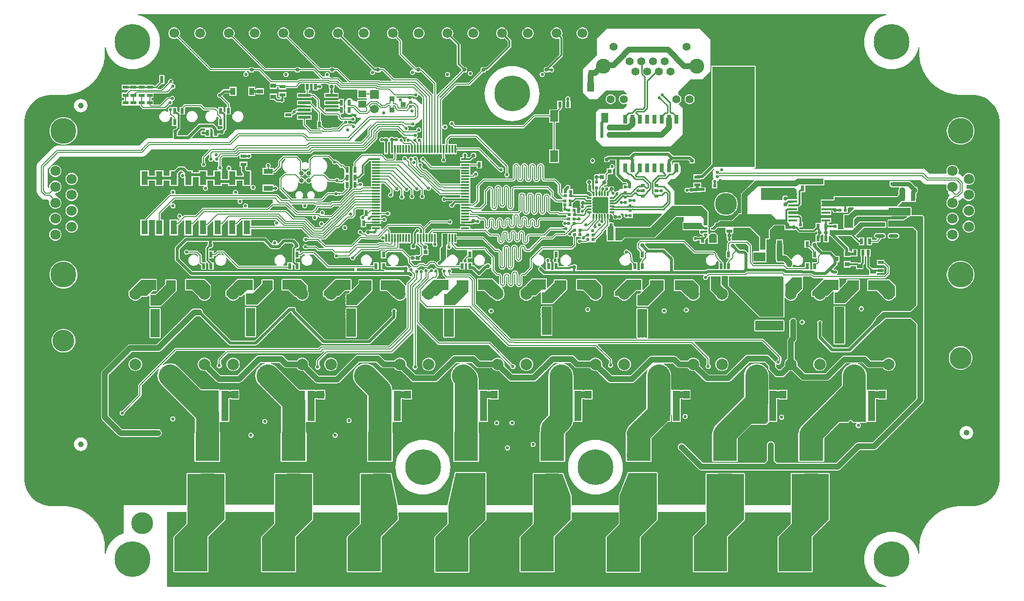
<source format=gbr>
%TF.GenerationSoftware,Altium Limited,Altium Designer,23.11.1 (41)*%
G04 Layer_Physical_Order=1*
G04 Layer_Color=255*
%FSLAX45Y45*%
%MOMM*%
%TF.SameCoordinates,42F4153E-1698-40C0-8701-72EE62771F10*%
%TF.FilePolarity,Positive*%
%TF.FileFunction,Copper,L1,Top,Signal*%
%TF.Part,Single*%
G01*
G75*
%TA.AperFunction,Conductor*%
%ADD10C,0.21000*%
%TA.AperFunction,FiducialPad,Global*%
%ADD11C,1.00000*%
%TA.AperFunction,SMDPad,CuDef*%
%ADD12R,0.60000X1.00000*%
%ADD13R,0.60000X1.00000*%
%ADD14R,0.58000X0.55000*%
%ADD15R,0.80000X0.90000*%
%ADD16R,0.63000X0.83000*%
%ADD17R,1.00000X0.60000*%
%ADD18R,1.40000X2.00000*%
%ADD19R,1.75564X0.60981*%
G04:AMPARAMS|DCode=20|XSize=1.75564mm|YSize=0.60981mm|CornerRadius=0.3049mm|HoleSize=0mm|Usage=FLASHONLY|Rotation=0.000|XOffset=0mm|YOffset=0mm|HoleType=Round|Shape=RoundedRectangle|*
%AMROUNDEDRECTD20*
21,1,1.75564,0.00000,0,0,0.0*
21,1,1.14583,0.60981,0,0,0.0*
1,1,0.60980,0.57292,0.00000*
1,1,0.60980,-0.57292,0.00000*
1,1,0.60980,-0.57292,0.00000*
1,1,0.60980,0.57292,0.00000*
%
%ADD20ROUNDEDRECTD20*%
%ADD21R,1.20000X1.40000*%
%ADD22R,1.15000X1.40000*%
%ADD23R,1.80000X2.00000*%
G04:AMPARAMS|DCode=24|XSize=0.63mm|YSize=0.61mm|CornerRadius=0.14945mm|HoleSize=0mm|Usage=FLASHONLY|Rotation=0.000|XOffset=0mm|YOffset=0mm|HoleType=Round|Shape=RoundedRectangle|*
%AMROUNDEDRECTD24*
21,1,0.63000,0.31110,0,0,0.0*
21,1,0.33110,0.61000,0,0,0.0*
1,1,0.29890,0.16555,-0.15555*
1,1,0.29890,-0.16555,-0.15555*
1,1,0.29890,-0.16555,0.15555*
1,1,0.29890,0.16555,0.15555*
%
%ADD24ROUNDEDRECTD24*%
G04:AMPARAMS|DCode=25|XSize=0.3mm|YSize=0.67mm|CornerRadius=0.045mm|HoleSize=0mm|Usage=FLASHONLY|Rotation=270.000|XOffset=0mm|YOffset=0mm|HoleType=Round|Shape=RoundedRectangle|*
%AMROUNDEDRECTD25*
21,1,0.30000,0.58000,0,0,270.0*
21,1,0.21000,0.67000,0,0,270.0*
1,1,0.09000,-0.29000,-0.10500*
1,1,0.09000,-0.29000,0.10500*
1,1,0.09000,0.29000,0.10500*
1,1,0.09000,0.29000,-0.10500*
%
%ADD25ROUNDEDRECTD25*%
%ADD26R,0.76000X1.65000*%
%ADD27R,1.15000X1.80000*%
%ADD28R,0.55000X0.58000*%
G04:AMPARAMS|DCode=29|XSize=0.63mm|YSize=0.61mm|CornerRadius=0.14945mm|HoleSize=0mm|Usage=FLASHONLY|Rotation=270.000|XOffset=0mm|YOffset=0mm|HoleType=Round|Shape=RoundedRectangle|*
%AMROUNDEDRECTD29*
21,1,0.63000,0.31110,0,0,270.0*
21,1,0.33110,0.61000,0,0,270.0*
1,1,0.29890,-0.15555,-0.16555*
1,1,0.29890,-0.15555,0.16555*
1,1,0.29890,0.15555,0.16555*
1,1,0.29890,0.15555,-0.16555*
%
%ADD29ROUNDEDRECTD29*%
%ADD30R,0.58000X0.50000*%
%ADD31R,0.75000X0.70000*%
%ADD32R,0.25000X0.36000*%
%ADD33R,2.41000X3.29000*%
%ADD34R,1.50000X0.45000*%
%ADD35O,0.30000X0.85000*%
%ADD36O,0.85000X0.30000*%
%ADD37R,2.60000X2.60000*%
%ADD38R,2.16916X0.58213*%
%ADD39R,1.40000X1.20000*%
%ADD40R,0.85000X0.85000*%
%ADD41R,0.30000X1.47500*%
%ADD42R,1.47500X0.30000*%
%ADD43R,0.80000X0.55000*%
%ADD44R,3.20000X1.00000*%
%ADD45R,0.90000X1.60000*%
%ADD46R,1.60000X0.90000*%
%TA.AperFunction,BGAPad,CuDef*%
%ADD47C,0.80000*%
%TA.AperFunction,SMDPad,CuDef*%
%ADD48R,1.00000X0.80000*%
%ADD49R,0.91000X1.22000*%
%ADD50R,0.90000X0.80000*%
%ADD51R,2.80000X1.65000*%
%ADD52R,1.10606X0.95822*%
%ADD53R,1.13000X2.44000*%
%TA.AperFunction,Conductor*%
%ADD54C,1.00000*%
%ADD55C,0.20000*%
%ADD56C,0.30000*%
%ADD57C,0.50000*%
%ADD58C,0.15000*%
%ADD59C,0.25000*%
%ADD60C,0.80000*%
%ADD61C,0.40000*%
%ADD62C,1.20000*%
%ADD63C,4.00000*%
%ADD64C,0.14000*%
%ADD65C,0.22000*%
%ADD66R,1.50000X2.30000*%
%ADD67R,0.51000X0.82000*%
%ADD68R,4.16896X4.80000*%
%ADD69R,1.60000X0.85823*%
%ADD70R,1.50000X1.00000*%
%ADD71R,0.60000X1.30000*%
%ADD72R,2.00000X1.60000*%
%TA.AperFunction,ComponentPad*%
%ADD73C,6.20000*%
%TA.AperFunction,ViaPad*%
%ADD74C,3.80000*%
%TA.AperFunction,ComponentPad*%
%ADD75C,2.00000*%
%ADD76C,4.50000*%
%ADD77C,1.80000*%
%ADD78R,1.50000X1.50000*%
%ADD79C,1.50000*%
%ADD80C,2.60000*%
%ADD81C,1.40000*%
%ADD82C,2.20000*%
%ADD83C,1.70000*%
%ADD84O,2.00000X3.00000*%
%ADD85O,4.10000X2.00000*%
%TA.AperFunction,ViaPad*%
%ADD86C,0.55000*%
G36*
X15007417Y9966909D02*
X14976538Y9960767D01*
X14917451Y9940710D01*
X14861488Y9913113D01*
X14809608Y9878447D01*
X14762695Y9837305D01*
X14721553Y9790392D01*
X14686887Y9738511D01*
X14659290Y9682548D01*
X14639233Y9623462D01*
X14627060Y9562264D01*
X14622980Y9500000D01*
X14627060Y9437736D01*
X14639233Y9376538D01*
X14659290Y9317452D01*
X14686887Y9261489D01*
X14721553Y9209608D01*
X14762695Y9162695D01*
X14809608Y9121554D01*
X14861488Y9086887D01*
X14917451Y9059290D01*
X14976538Y9039233D01*
X15037737Y9027060D01*
X15100000Y9022979D01*
X15162263Y9027060D01*
X15223462Y9039233D01*
X15282549Y9059290D01*
X15338512Y9086887D01*
X15390392Y9121554D01*
X15437305Y9162695D01*
X15478447Y9209608D01*
X15513113Y9261489D01*
X15540710Y9317452D01*
X15560767Y9376538D01*
X15566908Y9407417D01*
X15579610Y9406166D01*
Y9300000D01*
X15579659Y9299751D01*
X15579616Y9299500D01*
X15580460Y9265152D01*
X15580624Y9264410D01*
X15580551Y9263654D01*
X15587283Y9195290D01*
X15587578Y9194322D01*
Y9193310D01*
X15600980Y9125936D01*
X15601367Y9125001D01*
X15601466Y9123994D01*
X15621407Y9058258D01*
X15621883Y9057366D01*
X15622081Y9056374D01*
X15648369Y8992908D01*
X15648930Y8992067D01*
X15649225Y8991099D01*
X15681607Y8930516D01*
X15682248Y8929734D01*
X15682635Y8928800D01*
X15720799Y8871682D01*
X15721516Y8870967D01*
X15721992Y8870075D01*
X15765572Y8816973D01*
X15766354Y8816332D01*
X15766916Y8815490D01*
X15815491Y8766916D01*
X15816331Y8766354D01*
X15816972Y8765572D01*
X15870074Y8721992D01*
X15870967Y8721516D01*
X15871683Y8720800D01*
X15928799Y8682636D01*
X15929733Y8682249D01*
X15930516Y8681607D01*
X15991100Y8649225D01*
X15992067Y8648931D01*
X15992908Y8648369D01*
X16056374Y8622081D01*
X16057365Y8621883D01*
X16058258Y8621407D01*
X16123994Y8601466D01*
X16125002Y8601367D01*
X16125935Y8600979D01*
X16193311Y8587578D01*
X16194322D01*
X16195290Y8587284D01*
X16263654Y8580551D01*
X16264410Y8580625D01*
X16265152Y8580459D01*
X16299500Y8579616D01*
X16299750Y8579659D01*
X16300000Y8579609D01*
X16531435D01*
X16593768Y8571403D01*
X16654495Y8555131D01*
X16712582Y8531071D01*
X16767027Y8499637D01*
X16816907Y8461364D01*
X16861363Y8416907D01*
X16899637Y8367028D01*
X16931071Y8312582D01*
X16955132Y8254495D01*
X16971404Y8193768D01*
X16979610Y8131435D01*
Y8100000D01*
Y1900000D01*
Y1868564D01*
X16971404Y1806232D01*
X16955132Y1745503D01*
X16931071Y1687418D01*
X16899637Y1632972D01*
X16861365Y1583094D01*
X16816907Y1538637D01*
X16767027Y1500363D01*
X16712582Y1468929D01*
X16654495Y1444868D01*
X16593768Y1428597D01*
X16531435Y1420391D01*
X16300000D01*
X16299750Y1420341D01*
X16299500Y1420385D01*
X16265152Y1419541D01*
X16264410Y1419375D01*
X16263654Y1419449D01*
X16195290Y1412716D01*
X16194322Y1412422D01*
X16193311D01*
X16125935Y1399020D01*
X16125002Y1398633D01*
X16123994Y1398534D01*
X16058258Y1378593D01*
X16057365Y1378116D01*
X16056374Y1377919D01*
X15992908Y1351631D01*
X15992067Y1351069D01*
X15991100Y1350775D01*
X15930516Y1318393D01*
X15929733Y1317751D01*
X15928799Y1317364D01*
X15871683Y1279199D01*
X15870967Y1278484D01*
X15870074Y1278007D01*
X15816972Y1234428D01*
X15816331Y1233646D01*
X15815491Y1233084D01*
X15766916Y1184510D01*
X15766354Y1183668D01*
X15765572Y1183027D01*
X15721992Y1129925D01*
X15721516Y1129033D01*
X15720799Y1128318D01*
X15682635Y1071200D01*
X15682249Y1070265D01*
X15681607Y1069484D01*
X15649225Y1008901D01*
X15648930Y1007933D01*
X15648369Y1007092D01*
X15622081Y943626D01*
X15621883Y942634D01*
X15621407Y941742D01*
X15601466Y876005D01*
X15601367Y874999D01*
X15600980Y874064D01*
X15587578Y806689D01*
Y805678D01*
X15587283Y804710D01*
X15580551Y736346D01*
X15580624Y735590D01*
X15580460Y734848D01*
X15579616Y700501D01*
X15579659Y700250D01*
X15579610Y700000D01*
Y593834D01*
X15566908Y592584D01*
X15560767Y623462D01*
X15540710Y682548D01*
X15513113Y738511D01*
X15478447Y790392D01*
X15437305Y837305D01*
X15390392Y878447D01*
X15338512Y913113D01*
X15282549Y940710D01*
X15223462Y960767D01*
X15162263Y972940D01*
X15100000Y977021D01*
X15037737Y972940D01*
X14976538Y960767D01*
X14917451Y940710D01*
X14861488Y913113D01*
X14809608Y878447D01*
X14762695Y837305D01*
X14721553Y790392D01*
X14686887Y738511D01*
X14659290Y682548D01*
X14639233Y623462D01*
X14627060Y562264D01*
X14622980Y500000D01*
X14627060Y437736D01*
X14639233Y376538D01*
X14659290Y317452D01*
X14686887Y261489D01*
X14721553Y209608D01*
X14762695Y162695D01*
X14809608Y121553D01*
X14861488Y86887D01*
X14917451Y59290D01*
X14976538Y39233D01*
X15007417Y33091D01*
X15006166Y20391D01*
X2500000D01*
Y930000D01*
Y1320000D01*
X2838686D01*
Y1121757D01*
X2618465Y901535D01*
X2614928Y896243D01*
X2613686Y890000D01*
X2613687Y889999D01*
Y285000D01*
X2614928Y278757D01*
X2618465Y273465D01*
X2623757Y269928D01*
X2630000Y268687D01*
X3199999D01*
X3200000Y268686D01*
X3206243Y269928D01*
X3211535Y273465D01*
X3211536Y273465D01*
X3216535Y278465D01*
X3220072Y283757D01*
X3221314Y290000D01*
X3221313Y290001D01*
Y888243D01*
X3511536Y1178465D01*
X3515072Y1183757D01*
X3516314Y1190000D01*
X3516314Y1190001D01*
Y1320000D01*
X4363686D01*
Y1121757D01*
X4143465Y901535D01*
X4139928Y896243D01*
X4138686Y890000D01*
X4138687Y889999D01*
Y285000D01*
X4139928Y278757D01*
X4143465Y273465D01*
X4148757Y269928D01*
X4155000Y268687D01*
X4724999D01*
X4725000Y268686D01*
X4731243Y269928D01*
X4736535Y273465D01*
X4736536Y273465D01*
X4741535Y278465D01*
X4745072Y283757D01*
X4746314Y290000D01*
X4746313Y290001D01*
Y888243D01*
X5036536Y1178465D01*
X5040072Y1183757D01*
X5041314Y1190000D01*
X5041314Y1190001D01*
Y1310000D01*
X5853687D01*
Y1121757D01*
X5633465Y901535D01*
X5629929Y896243D01*
X5628686Y890000D01*
X5628687Y889999D01*
Y285000D01*
X5629929Y278757D01*
X5633465Y273465D01*
X5638757Y269928D01*
X5645000Y268687D01*
X6214999D01*
X6215000Y268686D01*
X6221243Y269928D01*
X6226535Y273465D01*
X6226536Y273465D01*
X6231535Y278465D01*
X6235072Y283757D01*
X6236314Y290000D01*
X6236313Y290001D01*
Y888243D01*
X6526536Y1178465D01*
X6526801Y1178861D01*
X6527181Y1179148D01*
X6528559Y1181494D01*
X6530072Y1183757D01*
X6530165Y1184225D01*
X6530406Y1184636D01*
X6530782Y1187327D01*
X6531314Y1190000D01*
X6531221Y1190469D01*
X6531286Y1190940D01*
X6524950Y1300764D01*
X6533668Y1310000D01*
X7373687D01*
Y1116757D01*
X7153465Y896535D01*
X7149929Y891243D01*
X7148686Y885000D01*
X7148687Y884999D01*
Y280000D01*
X7149929Y273757D01*
X7153465Y268465D01*
X7158757Y264928D01*
X7165000Y263687D01*
X7734999D01*
X7735000Y263686D01*
X7741243Y264928D01*
X7746535Y268465D01*
X7746536Y268465D01*
X7751535Y273465D01*
X7755072Y278757D01*
X7756314Y285000D01*
X7756313Y285001D01*
Y883243D01*
X8046536Y1173465D01*
X8050072Y1178757D01*
X8051314Y1185000D01*
X8051314Y1185001D01*
Y1310000D01*
X8858687D01*
Y1121757D01*
X8638465Y901535D01*
X8634929Y896243D01*
X8633687Y890000D01*
X8633687Y889999D01*
Y285000D01*
X8634929Y278757D01*
X8638465Y273465D01*
X8643757Y269928D01*
X8650000Y268687D01*
X9219999D01*
X9220000Y268686D01*
X9226243Y269928D01*
X9231536Y273465D01*
X9231536Y273465D01*
X9236536Y278465D01*
X9240072Y283757D01*
X9241314Y290000D01*
X9241313Y290001D01*
Y888243D01*
X9531536Y1178465D01*
X9535072Y1183757D01*
X9536314Y1190000D01*
X9536314Y1190001D01*
Y1310000D01*
X10353687D01*
Y1116757D01*
X10133465Y896535D01*
X10129929Y891243D01*
X10128687Y885000D01*
X10128687Y884999D01*
Y280000D01*
X10129929Y273757D01*
X10133465Y268465D01*
X10138757Y264928D01*
X10145000Y263687D01*
X10714999D01*
X10715000Y263686D01*
X10721243Y264928D01*
X10726536Y268465D01*
X10726536Y268465D01*
X10731536Y273465D01*
X10735072Y278757D01*
X10736314Y285000D01*
X10736314Y285001D01*
Y883243D01*
X11026536Y1173465D01*
X11030072Y1178757D01*
X11031314Y1185000D01*
X11031314Y1185001D01*
Y1320000D01*
X11868687D01*
Y1121757D01*
X11648465Y901535D01*
X11644929Y896243D01*
X11643687Y890000D01*
X11643687Y889999D01*
Y285000D01*
X11644929Y278757D01*
X11648465Y273465D01*
X11653757Y269928D01*
X11660000Y268687D01*
X12229999D01*
X12230000Y268686D01*
X12236243Y269928D01*
X12241536Y273465D01*
X12241536Y273465D01*
X12246536Y278465D01*
X12250072Y283757D01*
X12251314Y290000D01*
X12251314Y290001D01*
Y888243D01*
X12541536Y1178465D01*
X12545072Y1183757D01*
X12546314Y1190000D01*
X12546314Y1190001D01*
Y1310000D01*
X13343687D01*
Y1121757D01*
X13123465Y901535D01*
X13119930Y896243D01*
X13118686Y890000D01*
X13118687Y889999D01*
Y285000D01*
X13119930Y278757D01*
X13123465Y273465D01*
X13128757Y269928D01*
X13135001Y268687D01*
X13704999D01*
X13705000Y268686D01*
X13711243Y269928D01*
X13716534Y273465D01*
X13716536Y273465D01*
X13721535Y278465D01*
X13725072Y283757D01*
X13726314Y290000D01*
X13726312Y290001D01*
Y888243D01*
X14016536Y1178465D01*
X14020071Y1183757D01*
X14021313Y1190000D01*
X14021313Y1190001D01*
Y1985000D01*
X14020071Y1991243D01*
X14016536Y1996536D01*
X14011243Y2000072D01*
X14005000Y2001313D01*
X13810222D01*
X13805000Y2002001D01*
X13595000D01*
X13589778Y2001313D01*
X13360001D01*
X13353757Y2000072D01*
X13348465Y1996536D01*
X13344928Y1991243D01*
X13343687Y1985000D01*
Y1440000D01*
X12546314D01*
Y1985000D01*
X12545072Y1991243D01*
X12541536Y1996536D01*
X12536243Y2000072D01*
X12530000Y2001313D01*
X12310222D01*
X12305000Y2002001D01*
X12095000D01*
X12089778Y2001313D01*
X11885000D01*
X11878757Y2000072D01*
X11873465Y1996536D01*
X11869929Y1991243D01*
X11868687Y1985000D01*
Y1450000D01*
X11031314D01*
Y2000000D01*
X11030072Y2006243D01*
X11026536Y2011535D01*
X11021243Y2015072D01*
X11015000Y2016313D01*
X10522817D01*
X10522591Y2016269D01*
X10522364Y2016307D01*
X10519474Y2015648D01*
X10516574Y2015072D01*
X10516384Y2014944D01*
X10516158Y2014893D01*
X10513742Y2013179D01*
X10511282Y2011535D01*
X10511153Y2011344D01*
X10510966Y2011211D01*
X10509392Y2008707D01*
X10507746Y2006243D01*
X10507701Y2006017D01*
X10507578Y2005822D01*
X10354761Y1605822D01*
X10354264Y1602902D01*
X10353687Y1600000D01*
Y1440000D01*
X9536314D01*
Y1600000D01*
X9535757Y1602801D01*
X9535314Y1605622D01*
X9393977Y1990622D01*
X9393801Y1990911D01*
X9393735Y1991243D01*
X9392148Y1993618D01*
X9390660Y1996054D01*
X9390387Y1996254D01*
X9390199Y1996536D01*
X9387824Y1998122D01*
X9385517Y1999804D01*
X9385187Y1999884D01*
X9384906Y2000072D01*
X9382106Y2000629D01*
X9379330Y2001300D01*
X9378995Y2001247D01*
X9378663Y2001313D01*
X9310222D01*
X9305000Y2002001D01*
X9095000D01*
X9089778Y2001313D01*
X8875000D01*
X8868757Y2000072D01*
X8863465Y1996536D01*
X8859928Y1991243D01*
X8858687Y1985000D01*
Y1440000D01*
X8051314D01*
Y2000000D01*
X8050072Y2006243D01*
X8046536Y2011535D01*
X8041243Y2015072D01*
X8035000Y2016313D01*
X7519120D01*
X7517784Y2016048D01*
X7516423Y2016089D01*
X7514693Y2015433D01*
X7512877Y2015072D01*
X7511745Y2014315D01*
X7510471Y2013832D01*
X7509124Y2012564D01*
X7507585Y2011535D01*
X7506828Y2010402D01*
X7505836Y2009469D01*
X7505077Y2007782D01*
X7504048Y2006243D01*
X7503783Y2004907D01*
X7503224Y2003665D01*
X7483924Y1919960D01*
X7481986Y1915282D01*
X7480843Y1906597D01*
X7374104Y1443665D01*
X7374048Y1441815D01*
X7373687Y1440000D01*
X6520000D01*
X6516234Y1451140D01*
X6515975Y1452139D01*
X6515960Y1453379D01*
X6402691Y1988379D01*
X6402097Y1989765D01*
X6401803Y1991243D01*
X6400855Y1992661D01*
X6400183Y1994229D01*
X6399104Y1995282D01*
X6398267Y1996536D01*
X6396849Y1997483D01*
X6395628Y1998675D01*
X6394227Y1999235D01*
X6392974Y2000072D01*
X6391301Y2000404D01*
X6389717Y2001038D01*
X6388210Y2001019D01*
X6386731Y2001313D01*
X6310222D01*
X6305000Y2002001D01*
X6095000D01*
X6089778Y2001313D01*
X5870000D01*
X5863757Y2000072D01*
X5858465Y1996536D01*
X5854928Y1991243D01*
X5853687Y1985000D01*
Y1440000D01*
X5041314D01*
Y1985000D01*
X5040072Y1991243D01*
X5036536Y1996536D01*
X5031243Y2000072D01*
X5025000Y2001313D01*
X4810222D01*
X4805000Y2002001D01*
X4595000D01*
X4589778Y2001313D01*
X4380000D01*
X4373757Y2000072D01*
X4368464Y1996536D01*
X4364928Y1991243D01*
X4363686Y1985000D01*
Y1450000D01*
X3516314D01*
Y1985000D01*
X3515072Y1991243D01*
X3511536Y1996536D01*
X3506243Y2000072D01*
X3500000Y2001313D01*
X3310222D01*
X3305000Y2002001D01*
X3095000D01*
X3089778Y2001313D01*
X2855000D01*
X2848757Y2000072D01*
X2843464Y1996536D01*
X2839928Y1991243D01*
X2838686Y1985000D01*
Y1440000D01*
X1750000D01*
Y951759D01*
X1717452Y940710D01*
X1661489Y913113D01*
X1609608Y878447D01*
X1562695Y837305D01*
X1521553Y790392D01*
X1486887Y738511D01*
X1459290Y682548D01*
X1439233Y623462D01*
X1433091Y592584D01*
X1420391Y593834D01*
Y700000D01*
X1420341Y700250D01*
X1420385Y700501D01*
X1419541Y734848D01*
X1419375Y735590D01*
X1419449Y736346D01*
X1412716Y804710D01*
X1412422Y805678D01*
Y806690D01*
X1399020Y874064D01*
X1398633Y874999D01*
X1398534Y876005D01*
X1378593Y941742D01*
X1378116Y942634D01*
X1377919Y943626D01*
X1351631Y1007092D01*
X1351069Y1007933D01*
X1350775Y1008901D01*
X1318393Y1069484D01*
X1317751Y1070265D01*
X1317364Y1071200D01*
X1279199Y1128318D01*
X1278484Y1129033D01*
X1278007Y1129925D01*
X1234428Y1183027D01*
X1233646Y1183668D01*
X1233084Y1184510D01*
X1184510Y1233084D01*
X1183668Y1233646D01*
X1183027Y1234428D01*
X1129925Y1278007D01*
X1129033Y1278484D01*
X1128318Y1279199D01*
X1071200Y1317364D01*
X1070265Y1317751D01*
X1069484Y1318393D01*
X1008901Y1350775D01*
X1007933Y1351068D01*
X1007092Y1351631D01*
X943626Y1377919D01*
X942634Y1378116D01*
X941742Y1378593D01*
X876005Y1398534D01*
X874999Y1398633D01*
X874064Y1399020D01*
X806689Y1412422D01*
X805678D01*
X804710Y1412716D01*
X736346Y1419449D01*
X735590Y1419375D01*
X734848Y1419541D01*
X700501Y1420385D01*
X700250Y1420341D01*
X700000Y1420391D01*
X468564D01*
X406232Y1428597D01*
X345503Y1444869D01*
X287418Y1468929D01*
X232972Y1500363D01*
X183094Y1538636D01*
X138637Y1583093D01*
X100363Y1632972D01*
X68929Y1687418D01*
X44868Y1745505D01*
X28597Y1806232D01*
X20391Y1868564D01*
Y1900000D01*
Y8100000D01*
Y8131435D01*
X28597Y8193768D01*
X44869Y8254496D01*
X68929Y8312582D01*
X100363Y8367028D01*
X138636Y8416906D01*
X183093Y8461363D01*
X232972Y8499637D01*
X287418Y8531071D01*
X345505Y8555131D01*
X406232Y8571403D01*
X468564Y8579609D01*
X700000D01*
X700250Y8579659D01*
X700501Y8579616D01*
X734848Y8580459D01*
X735590Y8580625D01*
X736346Y8580551D01*
X804710Y8587284D01*
X805678Y8587578D01*
X806690D01*
X874064Y8600979D01*
X874999Y8601367D01*
X876005Y8601466D01*
X941742Y8621407D01*
X942634Y8621883D01*
X943626Y8622081D01*
X1007092Y8648369D01*
X1007933Y8648931D01*
X1008901Y8649225D01*
X1069484Y8681607D01*
X1070265Y8682248D01*
X1071200Y8682636D01*
X1128318Y8720800D01*
X1129033Y8721516D01*
X1129925Y8721992D01*
X1183027Y8765572D01*
X1183668Y8766354D01*
X1184510Y8766916D01*
X1233084Y8815490D01*
X1233646Y8816331D01*
X1234428Y8816973D01*
X1278007Y8870075D01*
X1278484Y8870967D01*
X1279199Y8871682D01*
X1317364Y8928800D01*
X1317751Y8929734D01*
X1318393Y8930516D01*
X1350775Y8991099D01*
X1351068Y8992067D01*
X1351631Y8992908D01*
X1377919Y9056374D01*
X1378116Y9057366D01*
X1378593Y9058258D01*
X1398534Y9123994D01*
X1398633Y9125001D01*
X1399020Y9125936D01*
X1412422Y9193311D01*
Y9194322D01*
X1412716Y9195290D01*
X1419449Y9263654D01*
X1419375Y9264410D01*
X1419541Y9265152D01*
X1420385Y9299500D01*
X1420341Y9299751D01*
X1420391Y9300000D01*
Y9406166D01*
X1433091Y9407417D01*
X1439233Y9376538D01*
X1459290Y9317452D01*
X1486887Y9261489D01*
X1521553Y9209608D01*
X1562695Y9162695D01*
X1609608Y9121554D01*
X1661489Y9086887D01*
X1717452Y9059290D01*
X1776538Y9039233D01*
X1837736Y9027060D01*
X1900000Y9022979D01*
X1962264Y9027060D01*
X2023462Y9039233D01*
X2082548Y9059290D01*
X2138511Y9086887D01*
X2190392Y9121554D01*
X2237305Y9162695D01*
X2278447Y9209608D01*
X2313113Y9261489D01*
X2340710Y9317452D01*
X2360767Y9376538D01*
X2372940Y9437736D01*
X2377021Y9500000D01*
X2372940Y9562264D01*
X2360767Y9623462D01*
X2340710Y9682548D01*
X2313113Y9738511D01*
X2278447Y9790392D01*
X2237305Y9837305D01*
X2190392Y9878447D01*
X2138511Y9913113D01*
X2082548Y9940710D01*
X2023462Y9960767D01*
X1992584Y9966909D01*
X1993834Y9979609D01*
X15006166D01*
X15007417Y9966909D01*
D02*
G37*
G36*
X14005000Y1190000D02*
X13710001Y895000D01*
Y290000D01*
X13705000Y285000D01*
X13135001D01*
Y890000D01*
X13360001Y1115000D01*
Y1310000D01*
Y1440000D01*
Y1985000D01*
X14005000D01*
Y1190000D01*
D02*
G37*
G36*
X12530000Y1440000D02*
X12530000D01*
Y1310000D01*
X12530000D01*
Y1190000D01*
X12235000Y895000D01*
Y290000D01*
X12230000Y285000D01*
X11660000D01*
Y890000D01*
X11885000Y1115000D01*
Y1985000D01*
X12530000D01*
Y1440000D01*
D02*
G37*
G36*
X9520000Y1600000D02*
Y1440000D01*
X9520000D01*
Y1310000D01*
X9520000D01*
Y1190000D01*
X9225000Y895000D01*
Y290000D01*
X9220000Y285000D01*
X8650000D01*
Y890000D01*
X8875000Y1115000D01*
Y1985000D01*
X9378663D01*
X9520000Y1600000D01*
D02*
G37*
G36*
X6500000Y1450000D02*
X6515000Y1190000D01*
X6220000Y895000D01*
Y290000D01*
X6215000Y285000D01*
X5645000D01*
Y890000D01*
X5870000Y1115000D01*
Y1310000D01*
Y1440000D01*
Y1985000D01*
X6386731D01*
X6500000Y1450000D01*
D02*
G37*
G36*
X5025000Y1190000D02*
X4730000Y895000D01*
Y290000D01*
X4725000Y285000D01*
X4155000D01*
Y890000D01*
X4380000Y1115000D01*
Y1320000D01*
Y1450000D01*
Y1985000D01*
X5025000D01*
Y1190000D01*
D02*
G37*
G36*
X3500000Y1450000D02*
Y1320000D01*
Y1190000D01*
X3205000Y895000D01*
Y290000D01*
X3200000Y285000D01*
X2630000D01*
Y890000D01*
X2855000Y1115000D01*
Y1985000D01*
X3500000D01*
Y1450000D01*
D02*
G37*
G36*
X11015000Y1185000D02*
X10720000Y890000D01*
Y285000D01*
X10715000Y280000D01*
X10145000D01*
Y885000D01*
X10370000Y1110000D01*
Y1310000D01*
Y1440000D01*
Y1600000D01*
X10522817Y2000000D01*
X11015000D01*
Y1185000D01*
D02*
G37*
G36*
X8035000D02*
X7740000Y890000D01*
Y285000D01*
X7735000Y280000D01*
X7165000D01*
Y885000D01*
X7390000Y1110000D01*
Y1310000D01*
Y1440000D01*
X7519120Y2000000D01*
X8035000D01*
Y1185000D01*
D02*
G37*
%LPC*%
G36*
X9738297Y9751000D02*
X9711703D01*
X9686016Y9744117D01*
X9662985Y9730820D01*
X9644180Y9712015D01*
X9630883Y9688984D01*
X9624000Y9663297D01*
Y9636703D01*
X9630883Y9611016D01*
X9644180Y9587985D01*
X9662985Y9569180D01*
X9686016Y9555883D01*
X9711703Y9549000D01*
X9738297D01*
X9763985Y9555883D01*
X9787015Y9569180D01*
X9805820Y9587985D01*
X9819117Y9611016D01*
X9826000Y9636703D01*
Y9663297D01*
X9819117Y9688984D01*
X9805820Y9712015D01*
X9787015Y9730820D01*
X9763985Y9744117D01*
X9738297Y9751000D01*
D02*
G37*
G36*
X8788297D02*
X8761703D01*
X8736016Y9744117D01*
X8712985Y9730820D01*
X8694180Y9712015D01*
X8680883Y9688984D01*
X8674000Y9663297D01*
Y9636703D01*
X8680883Y9611016D01*
X8694180Y9587985D01*
X8712985Y9569180D01*
X8736016Y9555883D01*
X8761703Y9549000D01*
X8788297D01*
X8813984Y9555883D01*
X8837015Y9569180D01*
X8855820Y9587985D01*
X8869117Y9611016D01*
X8876000Y9636703D01*
Y9663297D01*
X8869117Y9688984D01*
X8855820Y9712015D01*
X8837015Y9730820D01*
X8813984Y9744117D01*
X8788297Y9751000D01*
D02*
G37*
G36*
X7838297D02*
X7811703D01*
X7786016Y9744117D01*
X7762985Y9730820D01*
X7744180Y9712015D01*
X7730883Y9688984D01*
X7724000Y9663297D01*
Y9636703D01*
X7730883Y9611016D01*
X7744180Y9587985D01*
X7762985Y9569180D01*
X7786016Y9555883D01*
X7811703Y9549000D01*
X7838297D01*
X7863985Y9555883D01*
X7887015Y9569180D01*
X7905820Y9587985D01*
X7919117Y9611016D01*
X7926000Y9636703D01*
Y9663297D01*
X7919117Y9688984D01*
X7905820Y9712015D01*
X7887015Y9730820D01*
X7863985Y9744117D01*
X7838297Y9751000D01*
D02*
G37*
G36*
X6888297D02*
X6861703D01*
X6836016Y9744117D01*
X6812985Y9730820D01*
X6794180Y9712015D01*
X6780883Y9688984D01*
X6774000Y9663297D01*
Y9636703D01*
X6780883Y9611016D01*
X6794180Y9587985D01*
X6812985Y9569180D01*
X6836016Y9555883D01*
X6861703Y9549000D01*
X6888297D01*
X6913984Y9555883D01*
X6937015Y9569180D01*
X6955820Y9587985D01*
X6969117Y9611016D01*
X6976000Y9636703D01*
Y9663297D01*
X6969117Y9688984D01*
X6955820Y9712015D01*
X6937015Y9730820D01*
X6913984Y9744117D01*
X6888297Y9751000D01*
D02*
G37*
G36*
X5938297D02*
X5911703D01*
X5886016Y9744117D01*
X5862985Y9730820D01*
X5844180Y9712015D01*
X5830883Y9688984D01*
X5824000Y9663297D01*
Y9636703D01*
X5830883Y9611016D01*
X5844180Y9587985D01*
X5862985Y9569180D01*
X5886016Y9555883D01*
X5911703Y9549000D01*
X5938297D01*
X5963985Y9555883D01*
X5987015Y9569180D01*
X6005820Y9587985D01*
X6019117Y9611016D01*
X6026000Y9636703D01*
Y9663297D01*
X6019117Y9688984D01*
X6005820Y9712015D01*
X5987015Y9730820D01*
X5963985Y9744117D01*
X5938297Y9751000D01*
D02*
G37*
G36*
X4988297D02*
X4961703D01*
X4936016Y9744117D01*
X4912985Y9730820D01*
X4894180Y9712015D01*
X4880883Y9688984D01*
X4874000Y9663297D01*
Y9636703D01*
X4880883Y9611016D01*
X4894180Y9587985D01*
X4912985Y9569180D01*
X4936016Y9555883D01*
X4961703Y9549000D01*
X4988297D01*
X5013984Y9555883D01*
X5037015Y9569180D01*
X5055820Y9587985D01*
X5069117Y9611016D01*
X5076000Y9636703D01*
Y9663297D01*
X5069117Y9688984D01*
X5055820Y9712015D01*
X5037015Y9730820D01*
X5013984Y9744117D01*
X4988297Y9751000D01*
D02*
G37*
G36*
X4038297D02*
X4011703D01*
X3986016Y9744117D01*
X3962985Y9730820D01*
X3944180Y9712015D01*
X3930883Y9688984D01*
X3924000Y9663297D01*
Y9636703D01*
X3930883Y9611016D01*
X3944180Y9587985D01*
X3962985Y9569180D01*
X3986016Y9555883D01*
X4011703Y9549000D01*
X4038297D01*
X4063985Y9555883D01*
X4087015Y9569180D01*
X4105820Y9587985D01*
X4119117Y9611016D01*
X4126000Y9636703D01*
Y9663297D01*
X4119117Y9688984D01*
X4105820Y9712015D01*
X4087015Y9730820D01*
X4063985Y9744117D01*
X4038297Y9751000D01*
D02*
G37*
G36*
X3088297D02*
X3061703D01*
X3036016Y9744117D01*
X3012985Y9730820D01*
X2994180Y9712015D01*
X2980883Y9688984D01*
X2974000Y9663297D01*
Y9636703D01*
X2980883Y9611016D01*
X2994180Y9587985D01*
X3012985Y9569180D01*
X3036016Y9555883D01*
X3061703Y9549000D01*
X3088297D01*
X3113984Y9555883D01*
X3137015Y9569180D01*
X3155820Y9587985D01*
X3169117Y9611016D01*
X3176000Y9636703D01*
Y9663297D01*
X3169117Y9688984D01*
X3155820Y9712015D01*
X3137015Y9730820D01*
X3113984Y9744117D01*
X3088297Y9751000D01*
D02*
G37*
G36*
X8338297D02*
X8311703D01*
X8286015Y9744117D01*
X8262984Y9730820D01*
X8244180Y9712015D01*
X8230883Y9688984D01*
X8224000Y9663297D01*
Y9636703D01*
X8230883Y9611016D01*
X8244180Y9587985D01*
X8262984Y9569180D01*
X8286015Y9555883D01*
X8311703Y9549000D01*
X8338297D01*
X8363984Y9555883D01*
X8370599Y9559702D01*
X8423393Y9506908D01*
Y9435561D01*
X8050560Y9062729D01*
X8017455D01*
X8015555Y9063107D01*
X7984445D01*
X7972371Y9060705D01*
X7962135Y9053866D01*
X7955295Y9043630D01*
X7952894Y9031555D01*
Y9000384D01*
X7739019Y8786509D01*
X7525000D01*
X7514855Y8784491D01*
X7506255Y8778745D01*
X7506254Y8778744D01*
X7249209Y8521699D01*
X7236509Y8526960D01*
Y8544019D01*
X7659384Y8966894D01*
X7685555D01*
X7697630Y8969296D01*
X7707865Y8976135D01*
X7714705Y8986371D01*
X7717106Y8998446D01*
Y9031555D01*
X7714705Y9043630D01*
X7707865Y9053866D01*
X7697630Y9060705D01*
X7685555Y9063107D01*
X7666594D01*
X7601607Y9128093D01*
Y9455000D01*
X7599201Y9467096D01*
X7592350Y9477350D01*
X7465298Y9604401D01*
X7469117Y9611016D01*
X7476000Y9636703D01*
Y9663297D01*
X7469117Y9688984D01*
X7455820Y9712015D01*
X7437015Y9730820D01*
X7413984Y9744117D01*
X7388297Y9751000D01*
X7361703D01*
X7336016Y9744117D01*
X7312985Y9730820D01*
X7294180Y9712015D01*
X7280883Y9688984D01*
X7274000Y9663297D01*
Y9636703D01*
X7280883Y9611016D01*
X7294180Y9587985D01*
X7312985Y9569180D01*
X7336016Y9555883D01*
X7361703Y9549000D01*
X7388297D01*
X7413984Y9555883D01*
X7420599Y9559702D01*
X7538393Y9441908D01*
Y9115001D01*
X7540799Y9102905D01*
X7547650Y9092651D01*
X7622894Y9017407D01*
Y9005384D01*
X7199209Y8581699D01*
X7186509Y8586960D01*
Y8769998D01*
X7186510Y8770000D01*
X7184492Y8780144D01*
X7178745Y8788745D01*
X7178744Y8788745D01*
X6939687Y9027803D01*
X6931087Y9033549D01*
X6920942Y9035567D01*
X6914704Y9043630D01*
X6907865Y9053866D01*
X6897629Y9060705D01*
X6885555Y9063107D01*
X6854445D01*
X6842371Y9060705D01*
X6832135Y9053866D01*
X6828939Y9053551D01*
X6586509Y9295981D01*
Y9515000D01*
X6584492Y9525145D01*
X6578745Y9533745D01*
X6578744Y9533745D01*
X6512659Y9599830D01*
X6519117Y9611016D01*
X6526000Y9636703D01*
Y9663297D01*
X6519117Y9688984D01*
X6505820Y9712015D01*
X6487015Y9730820D01*
X6463984Y9744117D01*
X6438297Y9751000D01*
X6411703D01*
X6386015Y9744117D01*
X6362984Y9730820D01*
X6344180Y9712015D01*
X6330883Y9688984D01*
X6324000Y9663297D01*
Y9636703D01*
X6330883Y9611016D01*
X6344180Y9587985D01*
X6362984Y9569180D01*
X6386015Y9555883D01*
X6411703Y9549000D01*
X6438297D01*
X6463984Y9555883D01*
X6475169Y9562341D01*
X6533491Y9504019D01*
Y9285001D01*
X6533491Y9285000D01*
X6535509Y9274855D01*
X6541255Y9266255D01*
X6782277Y9025233D01*
X6780944Y9020917D01*
X6776050Y9013500D01*
X6761347D01*
X6745359Y9006877D01*
X6733123Y8994641D01*
X6726500Y8978653D01*
Y8961347D01*
X6733123Y8945360D01*
X6745359Y8933123D01*
X6761347Y8926500D01*
X6778653D01*
X6794640Y8933123D01*
X6806877Y8945360D01*
X6813500Y8961347D01*
Y8974698D01*
X6821357Y8984624D01*
X6823448Y8986213D01*
X6824041Y8986391D01*
X6825998Y8985320D01*
X6832135Y8976135D01*
X6842371Y8969296D01*
X6854445Y8966894D01*
X6885555D01*
X6897629Y8969296D01*
X6907865Y8976135D01*
X6915612Y8976898D01*
X7133491Y8759019D01*
Y8596959D01*
X7120791Y8591699D01*
X6858745Y8853745D01*
X6850145Y8859492D01*
X6840000Y8861510D01*
X6839999Y8861509D01*
X6450980D01*
X6278745Y9033745D01*
X6270144Y9039492D01*
X6260000Y9041510D01*
X6259998Y9041510D01*
X6215126D01*
X6214704Y9043630D01*
X6207865Y9053866D01*
X6197629Y9060705D01*
X6185555Y9063107D01*
X6154445D01*
X6142370Y9060705D01*
X6132135Y9053866D01*
X6116611Y9053089D01*
X5565298Y9604401D01*
X5569117Y9611016D01*
X5576000Y9636703D01*
Y9663297D01*
X5569117Y9688984D01*
X5555820Y9712015D01*
X5537015Y9730820D01*
X5513984Y9744117D01*
X5488297Y9751000D01*
X5461703D01*
X5436016Y9744117D01*
X5412985Y9730820D01*
X5394180Y9712015D01*
X5380883Y9688984D01*
X5374000Y9663297D01*
Y9636703D01*
X5380883Y9611016D01*
X5394180Y9587985D01*
X5412985Y9569180D01*
X5436016Y9555883D01*
X5461703Y9549000D01*
X5488297D01*
X5513984Y9555883D01*
X5520599Y9559702D01*
X6060483Y9019817D01*
X6057503Y9004836D01*
X6050360Y9001877D01*
X6038123Y8989641D01*
X6031500Y8973653D01*
Y8956347D01*
X6038123Y8940360D01*
X6050360Y8928123D01*
X6066347Y8921500D01*
X6083653D01*
X6099641Y8928123D01*
X6111877Y8940360D01*
X6118500Y8956347D01*
Y8973653D01*
X6118597Y8973798D01*
X6129723Y8979745D01*
X6132135Y8976135D01*
X6142370Y8969296D01*
X6154445Y8966894D01*
X6185555D01*
X6197629Y8969296D01*
X6207865Y8976135D01*
X6214704Y8986371D01*
X6215126Y8988491D01*
X6249019D01*
X6404268Y8833242D01*
X6399408Y8821509D01*
X6203715D01*
X6198479Y8826745D01*
X6189879Y8832491D01*
X6179734Y8834509D01*
X6179733Y8834509D01*
X5682981D01*
X5483744Y9033745D01*
X5475144Y9039492D01*
X5464999Y9041510D01*
X5464998Y9041510D01*
X5415125D01*
X5414704Y9043630D01*
X5407864Y9053866D01*
X5397628Y9060705D01*
X5385554Y9063107D01*
X5354444D01*
X5342370Y9060705D01*
X5332134Y9053866D01*
X5325295Y9043630D01*
X5324873Y9041510D01*
X5170980D01*
X4612659Y9599831D01*
X4619117Y9611016D01*
X4626000Y9636703D01*
Y9663297D01*
X4619117Y9688984D01*
X4605820Y9712015D01*
X4587015Y9730820D01*
X4563984Y9744117D01*
X4538297Y9751000D01*
X4511703D01*
X4486015Y9744117D01*
X4462984Y9730820D01*
X4444180Y9712015D01*
X4430883Y9688984D01*
X4424000Y9663297D01*
Y9636703D01*
X4430883Y9611016D01*
X4444180Y9587985D01*
X4462984Y9569180D01*
X4486015Y9555883D01*
X4511703Y9549000D01*
X4538297D01*
X4563984Y9555883D01*
X4575169Y9562341D01*
X5141254Y8996256D01*
X5149855Y8990509D01*
X5159999Y8988491D01*
X5324873D01*
X5325295Y8986371D01*
X5332134Y8976135D01*
X5342370Y8969296D01*
X5354444Y8966894D01*
X5385554D01*
X5397628Y8969296D01*
X5407864Y8976135D01*
X5414704Y8986371D01*
X5415125Y8988491D01*
X5454019D01*
X5632268Y8810242D01*
X5627408Y8798509D01*
X5565803D01*
X5493068Y8871245D01*
X5484468Y8876991D01*
X5474323Y8879009D01*
X5474322Y8879009D01*
X5348465D01*
X5340729Y8886745D01*
X5332129Y8892491D01*
X5327826Y8893347D01*
X5324240Y8900588D01*
X5322508Y8906111D01*
X5322547Y8906976D01*
X5328500Y8921347D01*
Y8938653D01*
X5321877Y8954640D01*
X5309641Y8966877D01*
X5293653Y8973500D01*
X5276347D01*
X5260360Y8966877D01*
X5248123Y8954640D01*
X5241500Y8938653D01*
Y8921347D01*
X5247357Y8907209D01*
X5242380Y8894509D01*
X5212981D01*
X5073744Y9033745D01*
X5065144Y9039492D01*
X5055000Y9041510D01*
X5054998Y9041510D01*
X4815125D01*
X4814703Y9043630D01*
X4807864Y9053866D01*
X4797628Y9060705D01*
X4785554Y9063107D01*
X4754444D01*
X4742370Y9060705D01*
X4732134Y9053866D01*
X4725294Y9043630D01*
X4724873Y9041510D01*
X4220980D01*
X3662659Y9599831D01*
X3669117Y9611016D01*
X3676000Y9636703D01*
Y9663297D01*
X3669117Y9688984D01*
X3655820Y9712015D01*
X3637015Y9730820D01*
X3613984Y9744117D01*
X3588297Y9751000D01*
X3561703D01*
X3536016Y9744117D01*
X3512985Y9730820D01*
X3494180Y9712015D01*
X3480883Y9688984D01*
X3474000Y9663297D01*
Y9636703D01*
X3480883Y9611016D01*
X3494180Y9587985D01*
X3512985Y9569180D01*
X3536016Y9555883D01*
X3561703Y9549000D01*
X3588297D01*
X3613984Y9555883D01*
X3625169Y9562341D01*
X4191255Y8996256D01*
X4199855Y8990509D01*
X4209999Y8988491D01*
X4724873D01*
X4725294Y8986371D01*
X4732134Y8976135D01*
X4742370Y8969296D01*
X4754444Y8966894D01*
X4785554D01*
X4797628Y8969296D01*
X4807864Y8976135D01*
X4814703Y8986371D01*
X4815125Y8988491D01*
X5044019D01*
X5162268Y8870242D01*
X5157408Y8858509D01*
X4801090D01*
X4801088Y8858509D01*
X4790944Y8856491D01*
X4782343Y8850745D01*
X4782343Y8850744D01*
X4764108Y8832509D01*
X4324981D01*
X4123745Y9033745D01*
X4115144Y9039492D01*
X4105000Y9041510D01*
X4104998Y9041510D01*
X4015125D01*
X4014703Y9043630D01*
X4007863Y9053866D01*
X3997628Y9060705D01*
X3985553Y9063107D01*
X3954443D01*
X3942369Y9060705D01*
X3932133Y9053866D01*
X3925294Y9043630D01*
X3924872Y9041510D01*
X3270980D01*
X2712659Y9599831D01*
X2719117Y9611016D01*
X2726000Y9636703D01*
Y9663297D01*
X2719117Y9688984D01*
X2705820Y9712015D01*
X2687015Y9730820D01*
X2663984Y9744117D01*
X2638297Y9751000D01*
X2611703D01*
X2586015Y9744117D01*
X2562984Y9730820D01*
X2544180Y9712015D01*
X2530883Y9688984D01*
X2524000Y9663297D01*
Y9636703D01*
X2530883Y9611016D01*
X2544180Y9587985D01*
X2562984Y9569180D01*
X2586015Y9555883D01*
X2611703Y9549000D01*
X2638297D01*
X2663984Y9555883D01*
X2675169Y9562341D01*
X3241254Y8996256D01*
X3249855Y8990509D01*
X3259999Y8988491D01*
X3857282D01*
X3859809Y8975791D01*
X3850360Y8971877D01*
X3838123Y8959640D01*
X3831500Y8943653D01*
Y8926347D01*
X3838123Y8910359D01*
X3850360Y8898123D01*
X3866347Y8891500D01*
X3883653D01*
X3899641Y8898123D01*
X3911877Y8910359D01*
X3918500Y8926347D01*
Y8943653D01*
X3911877Y8959640D01*
X3899641Y8971877D01*
X3890192Y8975791D01*
X3892718Y8988491D01*
X3924872D01*
X3925294Y8986371D01*
X3932133Y8976135D01*
X3942369Y8969296D01*
X3954443Y8966894D01*
X3985553D01*
X3997628Y8969296D01*
X4007863Y8976135D01*
X4014703Y8986371D01*
X4015125Y8988491D01*
X4094019D01*
X4280018Y8802492D01*
X4284000Y8790999D01*
X4284000D01*
X4284000Y8790999D01*
Y8679000D01*
X4416000D01*
Y8708491D01*
X4439000D01*
Y8674000D01*
X4571000D01*
Y8693491D01*
X4739999D01*
X4740000Y8693491D01*
X4750145Y8695509D01*
X4758745Y8701255D01*
X4826980Y8769491D01*
X4894000D01*
Y8654000D01*
X4913491D01*
Y8629491D01*
X4910179Y8624535D01*
X4908161Y8614391D01*
X4895744Y8612106D01*
X4762822D01*
Y8521893D01*
X5011738D01*
Y8540491D01*
X5042019D01*
X5103491Y8479020D01*
Y8371960D01*
X5095390Y8367194D01*
X5091079Y8366411D01*
X5017852Y8439638D01*
X5011738Y8443724D01*
Y8485106D01*
X4762822D01*
Y8394893D01*
X4903826D01*
X4906387Y8394384D01*
X4988126D01*
X5011704Y8370806D01*
X5006443Y8358107D01*
X5001231Y8358106D01*
X4762822D01*
Y8339509D01*
X4743001D01*
X4743000Y8339509D01*
X4732855Y8337491D01*
X4724255Y8331745D01*
X4716010Y8323500D01*
X4701347D01*
X4685359Y8316877D01*
X4673123Y8304640D01*
X4666500Y8288653D01*
Y8276000D01*
X4544000D01*
Y8184000D01*
X4676000D01*
Y8207698D01*
X4676213Y8219704D01*
X4686358Y8221722D01*
X4694958Y8227468D01*
X4703990Y8236500D01*
X4718653D01*
X4734641Y8243123D01*
X4746877Y8255359D01*
X4750709Y8264609D01*
X4762823Y8267893D01*
Y8267893D01*
X4762823Y8267893D01*
X5011738D01*
Y8346808D01*
X5011738Y8352812D01*
X5024438Y8358072D01*
X5123491Y8259020D01*
Y8126000D01*
X5104000D01*
Y7994000D01*
X5167438D01*
X5170000Y7993490D01*
X5172921D01*
X5176129Y7989209D01*
X5169776Y7976509D01*
X5010980D01*
X4913789Y8073701D01*
Y8140893D01*
X5011738D01*
Y8231106D01*
X4762822D01*
Y8140893D01*
X4860771D01*
Y8062721D01*
X4860771Y8062720D01*
X4862789Y8052575D01*
X4868535Y8043975D01*
X4981254Y7931256D01*
X4981255Y7931255D01*
X4989855Y7925509D01*
X5000000Y7923491D01*
X5189519D01*
X5193057Y7921021D01*
X5193402Y7920365D01*
X5185723Y7907665D01*
X4984496D01*
X4966080Y7926080D01*
X4966079Y7926081D01*
X4936407Y7955754D01*
X4920322Y7968096D01*
X4901591Y7975855D01*
X4881490Y7978501D01*
X3735837D01*
X3715736Y7975855D01*
X3697005Y7968096D01*
X3680920Y7955754D01*
X3549831Y7824665D01*
X2940377D01*
X2935517Y7836398D01*
X3092315Y7993197D01*
X3157786D01*
X3159000Y7981000D01*
X3159000Y7980497D01*
Y7960186D01*
X3156484Y7957953D01*
X3146300Y7953261D01*
X3133653Y7958500D01*
X3116347D01*
X3100360Y7951877D01*
X3088123Y7939640D01*
X3081500Y7923653D01*
Y7906347D01*
X3088123Y7890359D01*
X3100360Y7878123D01*
X3116347Y7871500D01*
X3133653D01*
X3146300Y7876739D01*
X3156484Y7872047D01*
X3159000Y7869814D01*
Y7849000D01*
X3251000D01*
Y7980497D01*
X3251000Y7981000D01*
X3252214Y7993197D01*
X3272685D01*
X3298197Y7967684D01*
Y7920000D01*
X3299000Y7915962D01*
Y7849000D01*
X3391000D01*
Y7893197D01*
X3414528D01*
X3418871Y7890295D01*
X3430945Y7887894D01*
X3464055D01*
X3476129Y7890295D01*
X3486365Y7897135D01*
X3493204Y7907371D01*
X3495606Y7919445D01*
Y7938407D01*
X3522350Y7965150D01*
X3529201Y7975404D01*
X3531607Y7987500D01*
Y8234000D01*
X3611000D01*
Y8366000D01*
X3595605D01*
Y8420000D01*
X3593587Y8430145D01*
X3587841Y8438745D01*
X3587840Y8438745D01*
X3462986Y8563600D01*
X3502681Y8603295D01*
X3584500D01*
Y8563000D01*
X3707500D01*
Y8717000D01*
X3584500D01*
Y8676705D01*
X3487477D01*
X3473430Y8673911D01*
X3461522Y8665954D01*
X3409877Y8614309D01*
X3409634D01*
X3393646Y8607687D01*
X3381409Y8595450D01*
X3374786Y8579462D01*
Y8562157D01*
X3381409Y8546169D01*
X3393646Y8533932D01*
X3409634Y8527310D01*
X3424296D01*
X3542587Y8409020D01*
Y8366000D01*
X3519000D01*
Y8277293D01*
X3507267Y8272433D01*
X3492350Y8287350D01*
X3482096Y8294201D01*
X3481000Y8294419D01*
Y8366000D01*
X3389000D01*
Y8332000D01*
X3377267Y8327140D01*
X3351620Y8352787D01*
X3343020Y8358533D01*
X3332875Y8360551D01*
X3332874Y8360551D01*
X3155022D01*
X3106829Y8408745D01*
X3098228Y8414491D01*
X3088084Y8416509D01*
X3088082Y8416509D01*
X2810000D01*
X2799855Y8414491D01*
X2791255Y8408745D01*
X2791255Y8408744D01*
X2764968Y8382458D01*
X2759222Y8373858D01*
X2757659Y8366000D01*
X2719000D01*
Y8277293D01*
X2707267Y8272433D01*
X2692350Y8287350D01*
X2682096Y8294201D01*
X2681000Y8294419D01*
Y8366000D01*
X2589000D01*
Y8366000D01*
X2576300Y8360954D01*
X2570153Y8363500D01*
X2552847D01*
X2536859Y8356877D01*
X2524623Y8344641D01*
X2518000Y8328653D01*
Y8311347D01*
X2524623Y8295360D01*
X2527351Y8292631D01*
X2526677Y8289907D01*
X2512051Y8283686D01*
X2502054Y8289458D01*
X2477638Y8296000D01*
X2452361D01*
X2427945Y8289458D01*
X2406055Y8276819D01*
X2388181Y8258945D01*
X2375542Y8237055D01*
X2369000Y8212639D01*
Y8187362D01*
X2375542Y8162946D01*
X2388181Y8141055D01*
X2406055Y8123181D01*
X2427945Y8110543D01*
X2452361Y8104000D01*
X2477638D01*
X2502054Y8110543D01*
X2523945Y8123181D01*
X2541819Y8141055D01*
X2554457Y8162946D01*
X2561000Y8187362D01*
Y8194917D01*
X2572733Y8199777D01*
X2594777Y8177733D01*
X2589917Y8166000D01*
X2589000D01*
Y8034000D01*
X2668393D01*
Y8005593D01*
X2649906Y7987106D01*
X2630945D01*
X2618871Y7984705D01*
X2608635Y7977865D01*
X2601795Y7967629D01*
X2599394Y7955555D01*
Y7924445D01*
X2601795Y7912371D01*
X2603197Y7910273D01*
Y7842749D01*
X2601500Y7838653D01*
Y7824665D01*
X2181674D01*
X2161573Y7822018D01*
X2142842Y7814260D01*
X2126757Y7801917D01*
X2086758Y7761918D01*
X2086757Y7761917D01*
X2075920Y7751080D01*
X2016981Y7692141D01*
X586772D01*
X566671Y7689495D01*
X547939Y7681736D01*
X531855Y7669394D01*
X258083Y7395622D01*
X245741Y7379537D01*
X237982Y7360806D01*
X235336Y7340705D01*
Y6894674D01*
X237982Y6874573D01*
X245741Y6855842D01*
X258083Y6839757D01*
X268920Y6828920D01*
X319757Y6778083D01*
X335842Y6765741D01*
X354573Y6757982D01*
X374674Y6755335D01*
X427830D01*
X455637Y6727529D01*
X452000Y6713955D01*
Y6686045D01*
X459224Y6659086D01*
X473179Y6634915D01*
X492915Y6615179D01*
X517086Y6601224D01*
X544045Y6594000D01*
X571955D01*
X598914Y6601224D01*
X623086Y6615179D01*
X642821Y6634915D01*
X656776Y6659086D01*
X664000Y6686045D01*
Y6713955D01*
X656776Y6740914D01*
X642821Y6765086D01*
X623086Y6784821D01*
X611084Y6791750D01*
X551334Y6851500D01*
X570835Y6871000D01*
X571955D01*
X598914Y6878224D01*
X623086Y6892179D01*
X642821Y6911915D01*
X656776Y6936086D01*
X664000Y6963045D01*
Y6990955D01*
X656776Y7017914D01*
X642821Y7042085D01*
X623086Y7061821D01*
X598914Y7075776D01*
X571955Y7083000D01*
X544045D01*
X517086Y7075776D01*
X492915Y7061821D01*
X473179Y7042085D01*
X459224Y7017914D01*
X452000Y6990955D01*
Y6971834D01*
X440365Y6960199D01*
X427665Y6965460D01*
Y7293209D01*
X634267Y7499812D01*
X2064476D01*
X2084577Y7502458D01*
X2103308Y7510217D01*
X2119393Y7522559D01*
X2229170Y7632336D01*
X3223252D01*
X3228113Y7620602D01*
X3116255Y7508745D01*
X3110509Y7500145D01*
X3108491Y7490000D01*
X3108491Y7489999D01*
Y7400009D01*
X3098123Y7389641D01*
X3091500Y7373653D01*
Y7356347D01*
X3098123Y7340359D01*
X3110360Y7328123D01*
X3126347Y7321500D01*
X3143653D01*
X3159641Y7328123D01*
X3171877Y7340359D01*
X3178500Y7356347D01*
Y7373653D01*
X3171877Y7389641D01*
X3161509Y7400009D01*
Y7479019D01*
X3221758Y7539268D01*
X3233491Y7534407D01*
Y7486195D01*
X3228228Y7480933D01*
X3221606Y7464945D01*
Y7447639D01*
X3228228Y7431652D01*
X3240465Y7419415D01*
X3256453Y7412792D01*
X3273759D01*
X3289746Y7419415D01*
X3301983Y7431652D01*
X3305412Y7439929D01*
X3319158D01*
X3323123Y7430360D01*
X3335359Y7418123D01*
X3351347Y7411500D01*
X3368653D01*
X3380791Y7416528D01*
X3393491Y7410380D01*
Y7345009D01*
X3383123Y7334641D01*
X3376500Y7318653D01*
Y7301347D01*
X3383123Y7285360D01*
X3387782Y7280700D01*
X3382522Y7268000D01*
X3308500D01*
Y7171803D01*
X3199500D01*
Y7268000D01*
X3054500D01*
Y7231803D01*
X2945500D01*
Y7268000D01*
X2861118D01*
X2809559Y7319559D01*
X2795997Y7328621D01*
X2780000Y7331803D01*
X2715000D01*
X2699002Y7328621D01*
X2685441Y7319559D01*
X2633881Y7268000D01*
X2546500D01*
Y7171803D01*
X2437500D01*
Y7268000D01*
X2292500D01*
Y7171803D01*
X2183500D01*
Y7268000D01*
X2038500D01*
Y6992000D01*
X2183500D01*
Y7088197D01*
X2292500D01*
Y6992000D01*
X2437500D01*
Y7088197D01*
X2546500D01*
Y6992000D01*
X2691500D01*
Y7207382D01*
X2732315Y7248197D01*
X2762685D01*
X2779682Y7231200D01*
X2774421Y7218500D01*
X2764347D01*
X2748360Y7211877D01*
X2736123Y7199640D01*
X2729500Y7183653D01*
Y7166347D01*
X2736123Y7150359D01*
X2748360Y7138123D01*
X2764347Y7131500D01*
X2781653D01*
X2787800Y7134046D01*
X2800500Y7125561D01*
Y6992000D01*
X2945500D01*
Y7148197D01*
X3054500D01*
Y6992000D01*
X3132522D01*
X3137782Y6979300D01*
X3133123Y6974641D01*
X3126500Y6958653D01*
Y6941347D01*
X3133123Y6925360D01*
X3145359Y6913123D01*
X3161347Y6906500D01*
X3178653D01*
X3194641Y6913123D01*
X3206877Y6925360D01*
X3213500Y6941347D01*
Y6958653D01*
X3206877Y6974641D01*
X3201422Y6980096D01*
X3199500Y6992000D01*
X3199501Y6992000D01*
X3199500Y6992000D01*
Y7088197D01*
X3308500D01*
Y6992000D01*
X3453500D01*
Y7029197D01*
X3562500D01*
Y6992000D01*
X3707500D01*
Y7088197D01*
X3816500D01*
Y6992000D01*
X3945353D01*
X3953839Y6979300D01*
X3951500Y6973653D01*
Y6956347D01*
X3958123Y6940359D01*
X3970359Y6928123D01*
X3986347Y6921500D01*
X4003653D01*
X4019640Y6928123D01*
X4031877Y6940359D01*
X4038500Y6956347D01*
Y6973653D01*
X4031877Y6989641D01*
X4019640Y7001877D01*
X4003653Y7008500D01*
X3986347D01*
X3974200Y7003468D01*
X3961500Y7009612D01*
Y7268000D01*
X3875619D01*
X3871803Y7271816D01*
Y7324000D01*
X3896000D01*
Y7416000D01*
X3764000D01*
Y7324000D01*
X3788197D01*
Y7254500D01*
X3791379Y7238503D01*
X3800441Y7224941D01*
X3816500Y7208881D01*
Y7171803D01*
X3707500D01*
Y7268000D01*
X3621284D01*
X3615076Y7280700D01*
X3620062Y7292737D01*
Y7310042D01*
X3613440Y7326030D01*
X3601203Y7338267D01*
X3585215Y7344889D01*
X3567910D01*
X3551922Y7338267D01*
X3539685Y7326030D01*
X3533063Y7310042D01*
Y7292737D01*
X3539685Y7276749D01*
X3551922Y7264512D01*
X3562500Y7260131D01*
Y7112803D01*
X3453500D01*
Y7267999D01*
X3453501Y7268000D01*
X3453500D01*
X3452218Y7280700D01*
X3456877Y7285360D01*
X3463500Y7301347D01*
Y7318653D01*
X3456877Y7334641D01*
X3446509Y7345009D01*
Y7462948D01*
X3474052Y7490491D01*
X3709734D01*
X3709735Y7490491D01*
X3719880Y7492509D01*
X3728480Y7498255D01*
X3752267Y7522042D01*
X3764000Y7517182D01*
Y7464000D01*
X3896000D01*
Y7464000D01*
X3908700Y7469668D01*
X3916347Y7466500D01*
X3933653D01*
X3949640Y7473123D01*
X3961877Y7485360D01*
X3968500Y7501347D01*
Y7518653D01*
X3961877Y7534641D01*
X3960727Y7535791D01*
X3965987Y7548491D01*
X4989999D01*
X4990000Y7548491D01*
X5000145Y7550509D01*
X5008745Y7556255D01*
X5045981Y7593491D01*
X5929999D01*
X5930000Y7593491D01*
X5940145Y7595509D01*
X5948745Y7601255D01*
X6153745Y7806255D01*
X6159491Y7814855D01*
X6161509Y7825000D01*
X6161509Y7825001D01*
Y7904019D01*
X6215980Y7958491D01*
X6502447D01*
X6609683Y7851256D01*
X6609683Y7851255D01*
X6618283Y7845509D01*
X6628428Y7843491D01*
X6628429Y7843491D01*
X6672281D01*
X6674808Y7830791D01*
X6665360Y7826877D01*
X6653123Y7814640D01*
X6646500Y7798653D01*
Y7781347D01*
X6649452Y7774222D01*
X6642581Y7762413D01*
X6632504Y7761381D01*
X6613218Y7780667D01*
X6613500Y7781347D01*
Y7798653D01*
X6606877Y7814640D01*
X6594641Y7826877D01*
X6578653Y7833500D01*
X6561347D01*
X6545360Y7826877D01*
X6539447Y7820965D01*
X6525246Y7822138D01*
X6524621Y7822732D01*
X6512977Y7834377D01*
X6496989Y7841000D01*
X6479683D01*
X6463695Y7834377D01*
X6463641Y7834322D01*
X6448400Y7835564D01*
X6447865Y7836365D01*
X6437629Y7843204D01*
X6425555Y7845606D01*
X6394445D01*
X6382371Y7843204D01*
X6372135Y7836365D01*
X6365587Y7826564D01*
X6362353Y7825876D01*
X6352121Y7824995D01*
X6347865Y7831365D01*
X6337629Y7838204D01*
X6325555Y7840606D01*
X6294445D01*
X6282371Y7838204D01*
X6272135Y7831365D01*
X6258260Y7831877D01*
X6242273Y7838499D01*
X6224967D01*
X6208979Y7831877D01*
X6196742Y7819640D01*
X6190120Y7803652D01*
Y7786347D01*
X6196742Y7770359D01*
X6208979Y7758122D01*
X6224967Y7751500D01*
X6242273D01*
X6258260Y7758122D01*
X6271974Y7753875D01*
X6272135Y7753635D01*
X6278393Y7749453D01*
Y7633800D01*
X6279000Y7630747D01*
Y7544050D01*
X6341000D01*
Y7630747D01*
X6341607Y7633800D01*
Y7749453D01*
X6347865Y7753635D01*
X6354414Y7763435D01*
X6357647Y7764124D01*
X6367879Y7765005D01*
X6372135Y7758635D01*
X6378393Y7754453D01*
Y7633800D01*
X6379000Y7630747D01*
Y7544050D01*
X6433491D01*
Y7480981D01*
X6424019Y7471509D01*
X6320980D01*
X6248745Y7543745D01*
X6240145Y7549491D01*
X6230000Y7551509D01*
X6229999Y7551509D01*
X5895001D01*
X5895000Y7551509D01*
X5884855Y7549491D01*
X5876255Y7543745D01*
X5751255Y7418745D01*
X5745509Y7410145D01*
X5743491Y7400000D01*
X5743491Y7399999D01*
Y7336000D01*
X5724000D01*
Y7204000D01*
Y7074000D01*
Y6955470D01*
X5715432Y6949745D01*
X5715431Y6949744D01*
X5519755Y6754068D01*
X5516549Y6749269D01*
X5498789Y6731509D01*
X5370001D01*
X5370000Y6731510D01*
X5359855Y6729491D01*
X5351255Y6723745D01*
X5334019Y6706509D01*
X5103672D01*
X5100662Y6710791D01*
X5107258Y6723491D01*
X5189999D01*
X5190000Y6723490D01*
X5200145Y6725509D01*
X5208745Y6731255D01*
X5308481Y6830991D01*
X5402491D01*
X5412859Y6820623D01*
X5428847Y6814000D01*
X5446153D01*
X5459769Y6819641D01*
X5471501Y6823500D01*
X5471500Y6823500D01*
X5471501Y6823500D01*
X5528500D01*
Y6830991D01*
X5557499D01*
X5557500Y6830991D01*
X5567645Y6833009D01*
X5576245Y6838755D01*
X5648744Y6911255D01*
X5648745Y6911255D01*
X5654491Y6919855D01*
X5656509Y6930000D01*
Y6944000D01*
X5676000D01*
Y7074000D01*
Y7204000D01*
Y7336000D01*
X5601490D01*
X5581245Y7356245D01*
X5572645Y7361991D01*
X5562500Y7364009D01*
X5558500Y7371500D01*
X5533490D01*
X5476245Y7428745D01*
X5467645Y7434491D01*
X5457500Y7436509D01*
X5457499Y7436509D01*
X5445009D01*
X5434641Y7446877D01*
X5418653Y7453500D01*
X5403990D01*
X5328745Y7528745D01*
X5320145Y7534491D01*
X5310000Y7536509D01*
X5309999Y7536509D01*
X5050001D01*
X5050000Y7536509D01*
X5039855Y7534491D01*
X5031255Y7528745D01*
X4971255Y7468745D01*
X4965508Y7460145D01*
X4963490Y7450000D01*
X4963491Y7449999D01*
Y7390620D01*
X4959125Y7387923D01*
X4950791Y7386046D01*
X4940525Y7396312D01*
X4925475Y7405001D01*
X4908689Y7409499D01*
X4891311D01*
X4874525Y7405001D01*
X4859475Y7396312D01*
X4859209Y7396046D01*
X4846509Y7401307D01*
Y7421861D01*
X4844491Y7432006D01*
X4838745Y7440606D01*
X4838744Y7440607D01*
X4769958Y7509393D01*
X4761358Y7515139D01*
X4751214Y7517157D01*
X4751212Y7517157D01*
X4530648D01*
X4520503Y7515139D01*
X4511903Y7509393D01*
X4511903Y7509392D01*
X4441255Y7438745D01*
X4435509Y7430145D01*
X4433490Y7420000D01*
X4433491Y7419999D01*
Y7350980D01*
X4368700Y7286190D01*
X4356000Y7291450D01*
Y7305999D01*
X4300478D01*
X4295217Y7318699D01*
X4296877Y7320360D01*
X4303500Y7336347D01*
Y7353653D01*
X4296877Y7369641D01*
X4284641Y7381877D01*
X4268653Y7388500D01*
X4251347D01*
X4235360Y7381877D01*
X4223123Y7369641D01*
X4216500Y7353653D01*
Y7336347D01*
X4223123Y7320360D01*
X4224783Y7318699D01*
X4219522Y7305999D01*
X4164000D01*
Y7184000D01*
X4356000D01*
Y7223491D01*
X4369999D01*
X4370000Y7223491D01*
X4380145Y7225509D01*
X4388745Y7231255D01*
X4478744Y7321255D01*
X4478745Y7321255D01*
X4484491Y7329855D01*
X4486509Y7340000D01*
X4486509Y7340001D01*
Y7409019D01*
X4541628Y7464139D01*
X4559329D01*
X4560951Y7458083D01*
X4561608Y7451439D01*
X4537173Y7427004D01*
X4519268Y7395992D01*
X4510000Y7361403D01*
Y7325594D01*
X4519268Y7291004D01*
X4537173Y7259993D01*
X4562494Y7234671D01*
X4571955Y7229209D01*
X4568552Y7216509D01*
X4550002D01*
X4550000Y7216510D01*
X4539856Y7214492D01*
X4531255Y7208745D01*
X4461255Y7138745D01*
X4455508Y7130144D01*
X4453490Y7120000D01*
X4453491Y7119998D01*
Y6940001D01*
X4453490Y6940000D01*
X4455508Y6929855D01*
X4461255Y6921255D01*
X4607372Y6775138D01*
X4602511Y6763405D01*
X4504085D01*
X4423745Y6843745D01*
X4415145Y6849492D01*
X4405000Y6851510D01*
X4404999Y6851509D01*
X3739029D01*
X3730543Y6864210D01*
X3733500Y6871347D01*
Y6888653D01*
X3726877Y6904640D01*
X3714641Y6916877D01*
X3698653Y6923500D01*
X3681347D01*
X3665359Y6916877D01*
X3653123Y6904640D01*
X3646500Y6888653D01*
Y6871347D01*
X3649457Y6864210D01*
X3640971Y6851509D01*
X2649621D01*
X2643472Y6864210D01*
X2648500Y6876347D01*
Y6893653D01*
X2641877Y6909640D01*
X2629641Y6921877D01*
X2613653Y6928500D01*
X2596347D01*
X2580360Y6921877D01*
X2568123Y6909640D01*
X2561500Y6893653D01*
Y6876347D01*
X2566528Y6864210D01*
X2560379Y6851509D01*
X2555001D01*
X2555000Y6851510D01*
X2544855Y6849492D01*
X2536255Y6843745D01*
X2536255Y6843744D01*
X2121539Y6429029D01*
X2115793Y6420429D01*
X2113775Y6410285D01*
X2101357Y6408000D01*
X2038500D01*
Y6132000D01*
X2183500D01*
Y6400000D01*
X2292500D01*
Y6132000D01*
X2437500D01*
Y6408000D01*
X2391509D01*
Y6509019D01*
X2555964Y6673474D01*
X2566731Y6666280D01*
X2561500Y6653653D01*
Y6636347D01*
X2568123Y6620359D01*
X2580360Y6608123D01*
X2596347Y6601500D01*
X2613653D01*
X2629641Y6608123D01*
X2641877Y6620359D01*
X2648500Y6636347D01*
Y6653653D01*
X2641877Y6669640D01*
X2629641Y6681877D01*
X2613653Y6688500D01*
X2596347D01*
X2583720Y6683269D01*
X2576526Y6694036D01*
X2635981Y6753491D01*
X3725379D01*
X3731528Y6740790D01*
X3726500Y6728653D01*
Y6711347D01*
X3733123Y6695359D01*
X3745360Y6683123D01*
X3761347Y6676500D01*
X3778653D01*
X3794641Y6683123D01*
X3806877Y6695359D01*
X3813500Y6711347D01*
Y6728653D01*
X3808472Y6740790D01*
X3814621Y6753491D01*
X4335000D01*
Y6695000D01*
X4324751Y6689387D01*
X4316151Y6683641D01*
X4316150Y6683640D01*
X4244019Y6611509D01*
X3909621D01*
X3903472Y6624210D01*
X3908500Y6636347D01*
Y6653653D01*
X3901877Y6669640D01*
X3889640Y6681877D01*
X3873653Y6688500D01*
X3856347D01*
X3840359Y6681877D01*
X3828123Y6669640D01*
X3821500Y6653653D01*
Y6636347D01*
X3826528Y6624210D01*
X3820379Y6611509D01*
X3125000D01*
X3114855Y6609491D01*
X3106255Y6603745D01*
X3106255Y6603744D01*
X2989019Y6486509D01*
X2809000D01*
X2798855Y6484491D01*
X2790255Y6478745D01*
X2790255Y6478744D01*
X2776200Y6464690D01*
X2763500Y6469950D01*
Y6473653D01*
X2756877Y6489641D01*
X2744640Y6501877D01*
X2728653Y6508500D01*
X2711347D01*
X2695359Y6501877D01*
X2683123Y6489641D01*
X2676500Y6473653D01*
Y6456347D01*
X2683123Y6440359D01*
X2695359Y6428123D01*
X2711347Y6421500D01*
X2715050D01*
X2720310Y6408800D01*
X2703233Y6391723D01*
X2691500Y6396584D01*
Y6408000D01*
X2546500D01*
Y6132000D01*
X2691500D01*
Y6305857D01*
X2693785Y6318275D01*
X2703929Y6320293D01*
X2712529Y6326039D01*
X2787800Y6401310D01*
X2800500Y6396050D01*
Y6132000D01*
X2945500D01*
Y6305857D01*
X2947785Y6318275D01*
X2957929Y6320293D01*
X2966529Y6326039D01*
X3041800Y6401310D01*
X3054500Y6396050D01*
Y6132000D01*
X3199500D01*
Y6287857D01*
X3201785Y6300275D01*
X3211929Y6302293D01*
X3220529Y6308039D01*
X3296767Y6384277D01*
X3308500Y6379417D01*
Y6132000D01*
X3453500D01*
Y6305857D01*
X3455785Y6318275D01*
X3465929Y6320293D01*
X3474529Y6326039D01*
X3549800Y6401310D01*
X3562500Y6396050D01*
Y6132000D01*
X3707500D01*
Y6305857D01*
X3709785Y6318275D01*
X3719929Y6320293D01*
X3728529Y6326039D01*
X3803800Y6401310D01*
X3816500Y6399641D01*
Y6132000D01*
X3961500D01*
Y6243491D01*
X4834019D01*
X4974268Y6103243D01*
X4969407Y6091509D01*
X4945009D01*
X4934641Y6101877D01*
X4918653Y6108500D01*
X4901347D01*
X4885360Y6101877D01*
X4873123Y6089641D01*
X4866500Y6073653D01*
Y6056347D01*
X4873123Y6040360D01*
X4885360Y6028123D01*
X4901347Y6021500D01*
X4918653D01*
X4934641Y6028123D01*
X4945009Y6038491D01*
X5114019D01*
X5230801Y5921709D01*
X5230703Y5919763D01*
X5226723Y5909009D01*
X5144392D01*
X5108657Y5944745D01*
X5100056Y5950491D01*
X5089912Y5952509D01*
X5089910Y5952509D01*
X4944393D01*
X4941046Y5960589D01*
X4928809Y5972825D01*
X4912821Y5979448D01*
X4895516D01*
X4879528Y5972825D01*
X4867291Y5960589D01*
X4860669Y5944601D01*
Y5927295D01*
X4867291Y5911308D01*
X4879528Y5899071D01*
X4895516Y5892448D01*
X4912821D01*
X4921416Y5896009D01*
X4928474Y5894605D01*
X4935202D01*
X4935203Y5894605D01*
X4945348Y5896623D01*
X4949640Y5899491D01*
X5078931D01*
X5114666Y5863756D01*
X5114666Y5863755D01*
X5123267Y5858009D01*
X5133411Y5855991D01*
X5133413Y5855991D01*
X5371519D01*
X5401255Y5826256D01*
X5401255Y5826255D01*
X5409855Y5820509D01*
X5415006Y5819484D01*
X5419557Y5807708D01*
X5419486Y5806004D01*
X5413123Y5799640D01*
X5406500Y5783653D01*
Y5766347D01*
X5413123Y5750359D01*
X5425359Y5738123D01*
X5441347Y5731500D01*
X5458653D01*
X5474641Y5738123D01*
X5485009Y5748491D01*
X5659999D01*
X5660000Y5748490D01*
X5670145Y5750508D01*
X5674815Y5753629D01*
X5680900Y5751037D01*
X5686500Y5746742D01*
Y5731347D01*
X5693123Y5715359D01*
X5705359Y5703123D01*
X5721347Y5696500D01*
X5738653D01*
X5754641Y5703123D01*
X5766877Y5715359D01*
X5773500Y5731347D01*
Y5746010D01*
X5885980Y5858491D01*
X6169087D01*
X6169088Y5858490D01*
X6179233Y5860508D01*
X6187833Y5866255D01*
X6196069Y5874491D01*
X6198318D01*
X6198319Y5874490D01*
X6208464Y5876508D01*
X6217064Y5882255D01*
X6220300Y5885491D01*
X6288919D01*
X6294837Y5872791D01*
X6289989Y5866509D01*
X6285000D01*
X6282438Y5866000D01*
X6219000D01*
Y5734000D01*
X6311000D01*
Y5814684D01*
X6315145Y5815509D01*
X6323745Y5821255D01*
X6347981Y5845491D01*
X6577019D01*
X6686991Y5735520D01*
Y5705001D01*
X6686990Y5705000D01*
X6688491Y5697457D01*
Y5665001D01*
X6688491Y5665000D01*
X6690509Y5654855D01*
X6696255Y5646255D01*
X6752671Y5589839D01*
X6749762Y5582405D01*
X6746444Y5578105D01*
X6730774D01*
X6714787Y5571483D01*
X6709806Y5566502D01*
X6697106Y5571763D01*
Y5574055D01*
X6694704Y5586129D01*
X6687865Y5596365D01*
X6677629Y5603204D01*
X6665555Y5605606D01*
X6634445D01*
X6622371Y5603204D01*
X6616532Y5599303D01*
X6476681D01*
X6476506Y5599727D01*
X6474584Y5612003D01*
X6493945Y5623181D01*
X6511819Y5641055D01*
X6524458Y5662945D01*
X6531000Y5687361D01*
Y5712639D01*
X6524458Y5737055D01*
X6511819Y5758945D01*
X6493945Y5776819D01*
X6472055Y5789458D01*
X6447639Y5796000D01*
X6422362D01*
X6397946Y5789458D01*
X6376055Y5776819D01*
X6358181Y5758945D01*
X6345543Y5737055D01*
X6339000Y5712639D01*
Y5687361D01*
X6345543Y5662945D01*
X6358181Y5641055D01*
X6376055Y5623181D01*
X6395416Y5612003D01*
X6393494Y5599727D01*
X6393319Y5599303D01*
X6324816D01*
X6319560Y5604559D01*
X6311000Y5610278D01*
Y5666000D01*
X6219000D01*
Y5534000D01*
X6265961D01*
X6270000Y5533197D01*
X6272685D01*
X6277941Y5527940D01*
X6281589Y5525503D01*
X6277736Y5512803D01*
X5805000D01*
Y5563491D01*
X6089000D01*
Y5534000D01*
X6181000D01*
Y5666000D01*
X6089000D01*
Y5616509D01*
X6035234D01*
X6029973Y5629209D01*
X6041819Y5641055D01*
X6054458Y5662945D01*
X6061000Y5687361D01*
Y5712639D01*
X6054458Y5737055D01*
X6041819Y5758945D01*
X6023945Y5776819D01*
X6002055Y5789458D01*
X5977639Y5796000D01*
X5952361D01*
X5927945Y5789458D01*
X5906055Y5776819D01*
X5888181Y5758945D01*
X5875542Y5737055D01*
X5869000Y5712639D01*
Y5687361D01*
X5875542Y5662945D01*
X5888181Y5641055D01*
X5900027Y5629209D01*
X5894766Y5616509D01*
X5310981D01*
X5078745Y5848745D01*
X5070145Y5854491D01*
X5060000Y5856509D01*
X5059999Y5856509D01*
X4860001D01*
X4860000Y5856509D01*
X4849855Y5854491D01*
X4841255Y5848745D01*
X4841254Y5848744D01*
X4823700Y5831190D01*
X4811000Y5836451D01*
Y5866000D01*
X4735607D01*
Y5888408D01*
X4750094Y5902894D01*
X4769055D01*
X4781129Y5905296D01*
X4791365Y5912135D01*
X4798205Y5922371D01*
X4800606Y5934445D01*
Y5965555D01*
X4798205Y5977629D01*
X4792543Y5986103D01*
X4791121Y5993250D01*
X4782060Y6006812D01*
X4726450Y6062422D01*
X4712888Y6071484D01*
X4696891Y6074666D01*
X4531942D01*
X4515944Y6071484D01*
X4502382Y6062422D01*
X4429374Y5989414D01*
X4418950Y5996060D01*
X4418500Y5996500D01*
Y6013653D01*
X4411877Y6029640D01*
X4399640Y6041877D01*
X4383653Y6048500D01*
X4366347D01*
X4350359Y6041877D01*
X4338123Y6029640D01*
X4331500Y6013653D01*
Y6001955D01*
X4318800Y5996694D01*
X4227850Y6087644D01*
X4214288Y6096706D01*
X4198291Y6099888D01*
X2838445D01*
X2828818Y6101803D01*
X2812821Y6098621D01*
X2799259Y6089559D01*
X2650441Y5940741D01*
X2641379Y5927179D01*
X2638197Y5911182D01*
Y5727749D01*
X2636500Y5723653D01*
Y5706347D01*
X2643123Y5690359D01*
X2655359Y5678123D01*
X2659455Y5676426D01*
X2894441Y5441441D01*
X2908003Y5432379D01*
X2924000Y5429197D01*
X6696024D01*
X6701096Y5424125D01*
X6702793Y5420029D01*
X6715029Y5407793D01*
X6731017Y5401170D01*
X6740720D01*
X6745980Y5388470D01*
X6671255Y5313745D01*
X6665509Y5305145D01*
X6663491Y5295000D01*
X6663491Y5294999D01*
Y5266502D01*
X6653960Y5262543D01*
X6650791Y5262280D01*
X6551536Y5361535D01*
X6546243Y5365072D01*
X6540000Y5366314D01*
X6539999Y5366313D01*
X6373931D01*
X6368653Y5368500D01*
X6351347D01*
X6346069Y5366313D01*
X6318931D01*
X6313653Y5368500D01*
X6296347D01*
X6291069Y5366313D01*
X6263931D01*
X6258653Y5368500D01*
X6241347D01*
X6236069Y5366313D01*
X6220000D01*
X6213757Y5365072D01*
X6208465Y5361535D01*
X6204928Y5356243D01*
X6203687Y5350000D01*
Y5180000D01*
X6204928Y5173757D01*
X6208465Y5168465D01*
X6213757Y5164928D01*
X6220000Y5163687D01*
X6323243D01*
X6428465Y5058465D01*
X6433757Y5054928D01*
X6440000Y5053686D01*
X6440001Y5053687D01*
X6448567D01*
X6457177Y5038774D01*
X6478774Y5017177D01*
X6505226Y5001905D01*
X6534728Y4994000D01*
X6565272D01*
X6594774Y5001905D01*
X6621226Y5017177D01*
X6642823Y5038774D01*
X6650791Y5052574D01*
X6663491Y5049172D01*
Y4530981D01*
X6352008Y4219498D01*
X5182990D01*
X5182988Y4219498D01*
X5172844Y4217480D01*
X5164243Y4211733D01*
X5164243Y4211732D01*
X5129019Y4176509D01*
X2655000D01*
X2644855Y4174492D01*
X2636255Y4168745D01*
X2636255Y4168744D01*
X2011255Y3543745D01*
X2005509Y3535145D01*
X2003491Y3525000D01*
X2003491Y3524999D01*
Y3360981D01*
X1726010Y3083500D01*
X1711347D01*
X1695360Y3076877D01*
X1683123Y3064641D01*
X1676500Y3048653D01*
Y3031347D01*
X1683123Y3015359D01*
X1695360Y3003123D01*
X1711347Y2996500D01*
X1728653D01*
X1744641Y3003123D01*
X1756877Y3015359D01*
X1763500Y3031347D01*
Y3046010D01*
X2048745Y3331255D01*
X2054491Y3339855D01*
X2056509Y3350000D01*
X2056509Y3350001D01*
Y3514019D01*
X2357499Y3815009D01*
X2367811Y3807361D01*
X2349477Y3773060D01*
X2337126Y3732343D01*
X2332955Y3690000D01*
X2337126Y3647657D01*
X2349477Y3606940D01*
X2369534Y3569416D01*
X2396526Y3536526D01*
X2982955Y2950097D01*
Y2717622D01*
X2981986Y2715282D01*
X2979834Y2698940D01*
X2978032Y2696243D01*
X2976790Y2690000D01*
Y2210000D01*
X2978032Y2203757D01*
X2981568Y2198464D01*
X2986861Y2194928D01*
X2993104Y2193686D01*
X3410000D01*
X3416243Y2194928D01*
X3421535Y2198464D01*
X3425072Y2203757D01*
X3426313Y2210000D01*
Y2690000D01*
X3425072Y2696243D01*
X3421535Y2701535D01*
X3419659Y2702789D01*
X3418014Y2715282D01*
X3417045Y2717622D01*
Y2882161D01*
X3429000Y2883958D01*
X3429745Y2883959D01*
X3581000D01*
Y2964977D01*
X3581656Y2969958D01*
Y3164979D01*
Y3283344D01*
X3609823D01*
Y3275685D01*
X3756823D01*
Y3348823D01*
X3758295Y3360000D01*
X3756823Y3371177D01*
Y3447684D01*
X3609823D01*
Y3436656D01*
X3581000D01*
Y3446000D01*
X3429000D01*
Y3440905D01*
X3416313Y3440874D01*
X3415072Y3447116D01*
X3411535Y3452409D01*
X3406243Y3455945D01*
X3400000Y3457187D01*
X3089761D01*
X2703474Y3843474D01*
X2670584Y3870466D01*
X2633060Y3890523D01*
X2592343Y3902874D01*
X2550000Y3907045D01*
X2507657Y3902874D01*
X2466940Y3890523D01*
X2432639Y3872189D01*
X2424991Y3882501D01*
X2665980Y4123491D01*
X3509408D01*
X3514268Y4111758D01*
X3391255Y3988745D01*
X3385509Y3980145D01*
X3383491Y3970000D01*
X3383491Y3969999D01*
Y3900008D01*
X3373123Y3889640D01*
X3366500Y3873653D01*
Y3856347D01*
X3373123Y3840359D01*
X3385359Y3828123D01*
X3401347Y3821500D01*
X3418653D01*
X3434641Y3828123D01*
X3446877Y3840359D01*
X3453500Y3856347D01*
Y3873653D01*
X3446877Y3889640D01*
X3436509Y3900008D01*
Y3959019D01*
X3555981Y4078491D01*
X5169999D01*
X5170000Y4078490D01*
X5180145Y4080508D01*
X5188745Y4086255D01*
X5225280Y4122791D01*
X5231437Y4121888D01*
X5235906Y4108396D01*
X5101255Y3973745D01*
X5095508Y3965145D01*
X5093490Y3955000D01*
X5093491Y3954999D01*
Y3875009D01*
X5083123Y3864640D01*
X5076500Y3848653D01*
Y3831347D01*
X5083123Y3815359D01*
X5095359Y3803123D01*
X5111347Y3796500D01*
X5128653D01*
X5144640Y3803123D01*
X5156877Y3815359D01*
X5163500Y3831347D01*
Y3848653D01*
X5156877Y3864640D01*
X5146509Y3875009D01*
Y3944019D01*
X5283136Y4080646D01*
X6407154D01*
X6407156Y4080646D01*
X6417300Y4082664D01*
X6425901Y4088411D01*
X6776758Y4439268D01*
X6788491Y4434408D01*
Y3875009D01*
X6778123Y3864640D01*
X6771500Y3848653D01*
Y3831347D01*
X6778123Y3815359D01*
X6790360Y3803123D01*
X6806347Y3796500D01*
X6823653D01*
X6839641Y3803123D01*
X6851877Y3815359D01*
X6858500Y3831347D01*
Y3848653D01*
X6851877Y3864640D01*
X6841509Y3875009D01*
Y4584407D01*
X6853243Y4589268D01*
X7206255Y4236256D01*
X7206255Y4236255D01*
X7214855Y4230509D01*
X7225000Y4228491D01*
X8099019D01*
X8471500Y3856010D01*
Y3841347D01*
X8478123Y3825359D01*
X8490359Y3813123D01*
X8506347Y3806500D01*
X8523653D01*
X8539641Y3813123D01*
X8551877Y3825359D01*
X8558500Y3841347D01*
Y3858653D01*
X8551877Y3874640D01*
X8539641Y3886877D01*
X8523653Y3893500D01*
X8508990D01*
X8128745Y4273745D01*
X8120145Y4279492D01*
X8110000Y4281510D01*
X8109999Y4281509D01*
X7235980D01*
X6886509Y4630981D01*
Y4974407D01*
X6898242Y4979267D01*
X7006255Y4871255D01*
X7014855Y4865509D01*
X7025000Y4863491D01*
X7025001Y4863491D01*
X7300822D01*
X7303687Y4860000D01*
Y4833931D01*
X7301500Y4828653D01*
Y4811347D01*
X7303687Y4806069D01*
Y4778931D01*
X7301500Y4773653D01*
Y4756347D01*
X7303687Y4751069D01*
Y4723931D01*
X7301500Y4718653D01*
Y4701347D01*
X7303687Y4696069D01*
Y4518931D01*
X7301500Y4513653D01*
Y4496347D01*
X7303687Y4491069D01*
Y4463931D01*
X7301500Y4458653D01*
Y4441347D01*
X7303687Y4436069D01*
Y4408931D01*
X7301500Y4403653D01*
Y4386347D01*
X7303687Y4381069D01*
Y4370000D01*
X7304928Y4363757D01*
X7308465Y4358464D01*
X7313757Y4354928D01*
X7320000Y4353686D01*
X7331069D01*
X7336347Y4351500D01*
X7353653D01*
X7358931Y4353686D01*
X7386069D01*
X7391347Y4351500D01*
X7408653D01*
X7413931Y4353686D01*
X7441069D01*
X7446347Y4351500D01*
X7463653D01*
X7468931Y4353686D01*
X7485000D01*
X7491243Y4354928D01*
X7496535Y4358464D01*
X7500072Y4363757D01*
X7501313Y4370000D01*
Y4860000D01*
X7504178Y4863491D01*
X7759019D01*
X8421255Y4201255D01*
X8429855Y4195508D01*
X8440000Y4193490D01*
X8440001Y4193491D01*
X9949019D01*
X10184896Y3957614D01*
Y3908603D01*
X10174528Y3898235D01*
X10167906Y3882247D01*
Y3864942D01*
X10174528Y3848954D01*
X10186765Y3836717D01*
X10202753Y3830095D01*
X10220058D01*
X10236046Y3836717D01*
X10248283Y3848954D01*
X10254905Y3864942D01*
Y3882247D01*
X10248283Y3898235D01*
X10237915Y3908603D01*
Y3968595D01*
X10235897Y3978739D01*
X10230150Y3987339D01*
X10230150Y3987340D01*
X9986699Y4230791D01*
X9991960Y4243491D01*
X11619019D01*
X11883491Y3979019D01*
Y3885008D01*
X11873123Y3874640D01*
X11866500Y3858653D01*
Y3841347D01*
X11873123Y3825359D01*
X11885360Y3813123D01*
X11901347Y3806500D01*
X11918653D01*
X11934641Y3813123D01*
X11946877Y3825359D01*
X11953500Y3841347D01*
Y3858653D01*
X11946877Y3874640D01*
X11936509Y3885008D01*
Y3989999D01*
X11936510Y3990000D01*
X11934491Y4000145D01*
X11928745Y4008745D01*
X11928744Y4008745D01*
X11665732Y4271758D01*
X11670593Y4283491D01*
X12844019D01*
X13128491Y3999019D01*
Y3968500D01*
X13121347D01*
X13105359Y3961877D01*
X13093123Y3949641D01*
X13087975Y3937210D01*
X13077168Y3934224D01*
X13074113Y3934410D01*
X13072072Y3937072D01*
X12972072Y4037071D01*
X12958286Y4047651D01*
X12942230Y4054301D01*
X12925000Y4056569D01*
X12600000D01*
X12582771Y4054301D01*
X12566715Y4047651D01*
X12552928Y4037072D01*
X12227426Y3711569D01*
X11922574D01*
X11764608Y3869535D01*
X11766000Y3874728D01*
Y3905272D01*
X11758095Y3934774D01*
X11742823Y3961226D01*
X11721226Y3982823D01*
X11694774Y3998095D01*
X11665272Y4006000D01*
X11634728D01*
X11605226Y3998095D01*
X11578774Y3982823D01*
X11557177Y3961226D01*
X11554488Y3956569D01*
X11432574D01*
X11372071Y4017071D01*
X11358285Y4027651D01*
X11342229Y4034301D01*
X11325000Y4036569D01*
X10925000D01*
X10907771Y4034301D01*
X10891715Y4027651D01*
X10877928Y4017072D01*
X10557426Y3696569D01*
X10237574D01*
X10064609Y3869535D01*
X10066000Y3874728D01*
Y3905272D01*
X10058095Y3934774D01*
X10042823Y3961226D01*
X10021226Y3982823D01*
X9994775Y3998095D01*
X9965272Y4006000D01*
X9934728D01*
X9905226Y3998095D01*
X9878775Y3982823D01*
X9857177Y3961226D01*
X9854489Y3956569D01*
X9657574D01*
X9587072Y4027071D01*
X9573285Y4037651D01*
X9557230Y4044301D01*
X9540000Y4046569D01*
X9205000D01*
X9187771Y4044301D01*
X9171715Y4037651D01*
X9157928Y4027071D01*
X8852426Y3721569D01*
X8512574D01*
X8364608Y3869535D01*
X8366000Y3874728D01*
Y3905272D01*
X8358095Y3934774D01*
X8342823Y3961226D01*
X8321226Y3982823D01*
X8294774Y3998095D01*
X8265272Y4006000D01*
X8234728D01*
X8205226Y3998095D01*
X8178774Y3982823D01*
X8157177Y3961226D01*
X8154488Y3956569D01*
X7942574D01*
X7872072Y4027071D01*
X7858285Y4037651D01*
X7842229Y4044301D01*
X7825000Y4046569D01*
X7500000D01*
X7482771Y4044301D01*
X7466715Y4037651D01*
X7452928Y4027071D01*
X7137426Y3711569D01*
X6822574D01*
X6664608Y3869535D01*
X6666000Y3874728D01*
Y3905272D01*
X6658095Y3934774D01*
X6642823Y3961226D01*
X6621226Y3982823D01*
X6594774Y3998095D01*
X6565272Y4006000D01*
X6534728D01*
X6505226Y3998095D01*
X6478774Y3982823D01*
X6457177Y3961226D01*
X6454488Y3956569D01*
X6292574D01*
X6212071Y4037071D01*
X6198285Y4047651D01*
X6182229Y4054301D01*
X6165000Y4056569D01*
X5820000D01*
X5802771Y4054301D01*
X5786715Y4047651D01*
X5772929Y4037072D01*
X5427427Y3691569D01*
X5142574D01*
X4964608Y3869535D01*
X4966000Y3874728D01*
Y3905272D01*
X4958095Y3934774D01*
X4942823Y3961226D01*
X4921226Y3982823D01*
X4894774Y3998095D01*
X4865272Y4006000D01*
X4834728D01*
X4805226Y3998095D01*
X4778774Y3982823D01*
X4757177Y3961226D01*
X4754488Y3956569D01*
X4602574D01*
X4532071Y4027071D01*
X4518285Y4037651D01*
X4502229Y4044301D01*
X4485000Y4046569D01*
X4100000D01*
X4082771Y4044301D01*
X4066715Y4037651D01*
X4052928Y4027072D01*
X3727426Y3701569D01*
X3432574D01*
X3264608Y3869535D01*
X3266000Y3874728D01*
Y3905272D01*
X3258095Y3934774D01*
X3242823Y3961226D01*
X3221226Y3982823D01*
X3194774Y3998095D01*
X3165272Y4006000D01*
X3134728D01*
X3105226Y3998095D01*
X3078774Y3982823D01*
X3057177Y3961226D01*
X3041905Y3934774D01*
X3034000Y3905272D01*
Y3874728D01*
X3041905Y3845225D01*
X3057177Y3818774D01*
X3078774Y3797177D01*
X3105226Y3781905D01*
X3134728Y3774000D01*
X3165272D01*
X3170465Y3775391D01*
X3357928Y3587929D01*
X3371715Y3577349D01*
X3387770Y3570699D01*
X3405000Y3568431D01*
X3755000D01*
X3772229Y3570699D01*
X3788285Y3577349D01*
X3802072Y3587929D01*
X4127574Y3913431D01*
X4198705D01*
X4200589Y3900731D01*
X4166940Y3890523D01*
X4129416Y3870466D01*
X4096526Y3843474D01*
X4069534Y3810584D01*
X4049477Y3773060D01*
X4037126Y3732343D01*
X4032955Y3690000D01*
X4037126Y3647657D01*
X4049477Y3606940D01*
X4069534Y3569416D01*
X4096526Y3536526D01*
X4482955Y3150097D01*
Y2717622D01*
X4481986Y2715282D01*
X4479834Y2698940D01*
X4478032Y2696243D01*
X4476790Y2690000D01*
Y2210000D01*
X4478032Y2203757D01*
X4481568Y2198464D01*
X4486861Y2194928D01*
X4493104Y2193686D01*
X4910000D01*
X4916243Y2194928D01*
X4921535Y2198464D01*
X4925072Y2203757D01*
X4926313Y2210000D01*
Y2690000D01*
X4925072Y2696243D01*
X4921535Y2701535D01*
X4919659Y2702789D01*
X4918014Y2715282D01*
X4917045Y2717622D01*
Y2878985D01*
X4927685Y2883958D01*
X4929745Y2883959D01*
X5079685D01*
Y2964977D01*
X5080341Y2969958D01*
Y3164979D01*
Y3283344D01*
X5106500D01*
Y3275685D01*
X5253500D01*
Y3338066D01*
X5254368Y3340160D01*
X5256980Y3360000D01*
X5254368Y3379840D01*
X5253500Y3381934D01*
Y3447684D01*
X5106500D01*
Y3436656D01*
X5079685D01*
Y3446000D01*
X4927685D01*
Y3443918D01*
X4914985Y3439066D01*
X4909685Y3444989D01*
Y3446000D01*
X4906278D01*
X4905529Y3446500D01*
X4899286Y3447742D01*
X4799206D01*
X4403474Y3843474D01*
X4370584Y3870466D01*
X4333059Y3890523D01*
X4299411Y3900731D01*
X4301294Y3913431D01*
X4457426D01*
X4527928Y3842928D01*
X4541715Y3832349D01*
X4557771Y3825699D01*
X4575000Y3823431D01*
X4754488D01*
X4757177Y3818774D01*
X4778774Y3797177D01*
X4805226Y3781905D01*
X4834728Y3774000D01*
X4865272D01*
X4870465Y3775391D01*
X5067928Y3577929D01*
X5081715Y3567349D01*
X5097770Y3560699D01*
X5115000Y3558431D01*
X5455000D01*
X5472230Y3560699D01*
X5488285Y3567349D01*
X5502072Y3577929D01*
X5847574Y3923431D01*
X6137426D01*
X6217928Y3842928D01*
X6231715Y3832349D01*
X6247771Y3825699D01*
X6265000Y3823431D01*
X6454488D01*
X6457177Y3818774D01*
X6478774Y3797177D01*
X6505226Y3781905D01*
X6534728Y3774000D01*
X6565272D01*
X6570465Y3775391D01*
X6747928Y3597929D01*
X6761715Y3587349D01*
X6777771Y3580699D01*
X6795000Y3578431D01*
X7165000D01*
X7182229Y3580699D01*
X7198285Y3587349D01*
X7212072Y3597929D01*
X7527574Y3913431D01*
X7598705D01*
X7600589Y3900731D01*
X7566940Y3890523D01*
X7529416Y3870466D01*
X7496526Y3843474D01*
X7469534Y3810584D01*
X7449477Y3773060D01*
X7437126Y3732343D01*
X7432955Y3690000D01*
X7437126Y3647657D01*
X7449477Y3606940D01*
X7469534Y3569416D01*
X7482955Y3553062D01*
Y2717622D01*
X7481986Y2715282D01*
X7479834Y2698940D01*
X7478032Y2696243D01*
X7476790Y2690000D01*
Y2210000D01*
X7478032Y2203757D01*
X7481568Y2198464D01*
X7486861Y2194928D01*
X7493104Y2193686D01*
X7910000D01*
X7916243Y2194928D01*
X7921536Y2198464D01*
X7925072Y2203757D01*
X7926314Y2210000D01*
Y2690000D01*
X7925072Y2696243D01*
X7921536Y2701535D01*
X7919659Y2702789D01*
X7918014Y2715282D01*
X7917045Y2717622D01*
Y2882174D01*
X7929006Y2883958D01*
X7929745Y2883959D01*
X8081006D01*
Y2964977D01*
X8081662Y2969958D01*
Y3164979D01*
Y3283344D01*
X8116500D01*
Y3275685D01*
X8263500D01*
Y3447684D01*
X8116500D01*
Y3436656D01*
X8081006D01*
Y3446000D01*
X7929745D01*
X7929006Y3446000D01*
X7917045Y3447784D01*
Y3640000D01*
X7912875Y3682343D01*
X7900523Y3723059D01*
X7880466Y3760584D01*
X7853474Y3793474D01*
X7803474Y3843474D01*
X7770584Y3870466D01*
X7733059Y3890523D01*
X7699411Y3900731D01*
X7701294Y3913431D01*
X7797426D01*
X7867929Y3842928D01*
X7881716Y3832349D01*
X7897771Y3825699D01*
X7915000Y3823431D01*
X8154488D01*
X8157177Y3818774D01*
X8178774Y3797177D01*
X8205226Y3781905D01*
X8234728Y3774000D01*
X8265272D01*
X8270465Y3775391D01*
X8437928Y3607928D01*
X8451715Y3597349D01*
X8467770Y3590699D01*
X8485000Y3588431D01*
X8880000D01*
X8897229Y3590699D01*
X8913285Y3597349D01*
X8927072Y3607929D01*
X9232574Y3913431D01*
X9298705D01*
X9300589Y3900731D01*
X9266941Y3890523D01*
X9229416Y3870466D01*
X9196526Y3843474D01*
X9169534Y3810584D01*
X9149477Y3773060D01*
X9137125Y3732343D01*
X9132955Y3690000D01*
Y3352275D01*
Y3182276D01*
Y3009218D01*
X9046526Y2922788D01*
X9019534Y2889898D01*
X8999477Y2852374D01*
X8987125Y2811658D01*
X8982955Y2769315D01*
Y2717622D01*
X8981986Y2715282D01*
X8979834Y2698940D01*
X8978032Y2696243D01*
X8976790Y2690000D01*
Y2210000D01*
X8978032Y2203757D01*
X8981568Y2198464D01*
X8986861Y2194928D01*
X8993104Y2193686D01*
X9410000D01*
X9416243Y2194928D01*
X9421535Y2198464D01*
X9425072Y2203757D01*
X9426313Y2210000D01*
Y2688680D01*
X9503474Y2765841D01*
X9530467Y2798731D01*
X9550523Y2836255D01*
X9562875Y2876971D01*
X9562961Y2877851D01*
X9573131Y2883959D01*
X9576325Y2883959D01*
X9725131D01*
Y2964977D01*
X9725787Y2969959D01*
Y3164979D01*
Y3283345D01*
X9754000D01*
Y3275685D01*
X9901000D01*
Y3349167D01*
X9902426Y3360000D01*
X9901000Y3370834D01*
Y3447684D01*
X9754000D01*
Y3436656D01*
X9725131D01*
Y3446000D01*
X9579745D01*
X9573131Y3446000D01*
X9567045Y3456179D01*
Y3690000D01*
X9562875Y3732343D01*
X9550523Y3773060D01*
X9530466Y3810584D01*
X9503474Y3843474D01*
X9470584Y3870466D01*
X9433060Y3890523D01*
X9399411Y3900731D01*
X9401295Y3913431D01*
X9512426D01*
X9582929Y3842928D01*
X9596716Y3832349D01*
X9612771Y3825699D01*
X9630000Y3823431D01*
X9854489D01*
X9857177Y3818774D01*
X9878775Y3797177D01*
X9905226Y3781905D01*
X9934728Y3774000D01*
X9965272D01*
X9970465Y3775391D01*
X10162928Y3582928D01*
X10176715Y3572349D01*
X10192771Y3565699D01*
X10210000Y3563431D01*
X10585000D01*
X10602229Y3565699D01*
X10618285Y3572349D01*
X10632072Y3582929D01*
X10849858Y3800715D01*
X10860171Y3793067D01*
X10849477Y3773060D01*
X10837125Y3732343D01*
X10832955Y3690000D01*
Y3124903D01*
X10546526Y2838474D01*
X10519534Y2805584D01*
X10499477Y2768060D01*
X10487519Y2728641D01*
X10481986Y2715282D01*
X10479834Y2698940D01*
X10478032Y2696243D01*
X10476790Y2690000D01*
Y2210000D01*
X10478032Y2203757D01*
X10481568Y2198464D01*
X10486861Y2194928D01*
X10493104Y2193686D01*
X10910000D01*
X10916243Y2194928D01*
X10921535Y2198464D01*
X10925072Y2203757D01*
X10926313Y2210000D01*
Y2604366D01*
X11203474Y2881526D01*
X11205470Y2883959D01*
X11259715D01*
Y2982242D01*
X11262875Y2992657D01*
X11264359Y3007733D01*
X11277059Y3007109D01*
Y2969958D01*
X11277715Y2964977D01*
Y2883959D01*
X11429715D01*
Y2964977D01*
X11430371Y2969958D01*
Y3164979D01*
Y3283344D01*
X11458430D01*
Y3275685D01*
X11605430D01*
Y3348001D01*
X11607010Y3360000D01*
X11605430Y3371999D01*
Y3447684D01*
X11458430D01*
Y3436656D01*
X11429715D01*
Y3446000D01*
X11279745D01*
X11277715Y3446000D01*
X11267045Y3450900D01*
Y3690000D01*
X11262875Y3732343D01*
X11250523Y3773060D01*
X11230466Y3810584D01*
X11203474Y3843474D01*
X11170584Y3870466D01*
X11133060Y3890523D01*
X11132377Y3890731D01*
X11134260Y3903431D01*
X11297426D01*
X11357929Y3842928D01*
X11371715Y3832349D01*
X11387771Y3825699D01*
X11405000Y3823431D01*
X11554488D01*
X11557177Y3818774D01*
X11578774Y3797177D01*
X11605226Y3781905D01*
X11634728Y3774000D01*
X11665272D01*
X11670465Y3775391D01*
X11847928Y3597929D01*
X11861715Y3587349D01*
X11877771Y3580699D01*
X11895000Y3578431D01*
X12255000D01*
X12272229Y3580699D01*
X12288285Y3587349D01*
X12302072Y3597929D01*
X12627574Y3923431D01*
X12897427D01*
X12958430Y3862426D01*
Y3819999D01*
X12960699Y3802770D01*
X12967349Y3786715D01*
X12977930Y3772928D01*
X13064008Y3686850D01*
X13077794Y3676271D01*
X13093849Y3669620D01*
X13111079Y3667352D01*
X13193921D01*
X13211151Y3669620D01*
X13227206Y3676271D01*
X13240993Y3686850D01*
X13329535Y3775391D01*
X13334727Y3774000D01*
X13365273D01*
X13370465Y3775391D01*
X13522928Y3622928D01*
X13536716Y3612349D01*
X13552769Y3605699D01*
X13570000Y3603431D01*
X13975000D01*
X13992229Y3605699D01*
X14008286Y3612349D01*
X14022072Y3622928D01*
X14307574Y3908431D01*
X14382222D01*
X14384106Y3895731D01*
X14366940Y3890523D01*
X14329416Y3870466D01*
X14296526Y3843474D01*
X14269534Y3810584D01*
X14249477Y3773060D01*
X14237125Y3732343D01*
X14232954Y3690000D01*
Y3524903D01*
X13546526Y2838474D01*
X13519534Y2805584D01*
X13499477Y2768060D01*
X13487518Y2728641D01*
X13481985Y2715282D01*
X13479834Y2698940D01*
X13478032Y2696243D01*
X13476790Y2690000D01*
Y2210000D01*
X13478032Y2203757D01*
X13481567Y2198464D01*
X13486861Y2194928D01*
X13493105Y2193686D01*
X13910001D01*
X13916243Y2194928D01*
X13921536Y2198464D01*
X13925072Y2203757D01*
X13926314Y2210000D01*
Y2604366D01*
X14195634Y2873687D01*
X14349010D01*
X14355251Y2874928D01*
X14360544Y2878465D01*
X14364079Y2883757D01*
X14366734Y2890167D01*
X14374384Y2897815D01*
X14384375Y2901954D01*
X14395190D01*
X14405182Y2897815D01*
X14412830Y2890167D01*
X14415485Y2883757D01*
X14419022Y2878465D01*
X14424313Y2874928D01*
X14430557Y2873687D01*
X14491022D01*
X14494128Y2863698D01*
X14494287Y2860987D01*
X14482573Y2849273D01*
X14475951Y2833285D01*
Y2815980D01*
X14482573Y2799992D01*
X14494810Y2787755D01*
X14510799Y2781133D01*
X14528104D01*
X14544090Y2787755D01*
X14556328Y2799992D01*
X14562950Y2815980D01*
Y2833285D01*
X14556328Y2849273D01*
X14544614Y2860987D01*
X14544772Y2863698D01*
X14547881Y2873687D01*
X14650000D01*
X14656242Y2874928D01*
X14661536Y2878465D01*
X14665073Y2883757D01*
X14666313Y2890000D01*
X14679005Y2889982D01*
Y2883959D01*
X14831006D01*
Y2964977D01*
X14831660Y2969958D01*
Y3164979D01*
Y3283344D01*
X14864783D01*
Y3275685D01*
X15011783D01*
Y3447684D01*
X14864783D01*
Y3436656D01*
X14831006D01*
Y3446000D01*
X14679745D01*
X14679005Y3446000D01*
X14667046Y3447784D01*
Y3690000D01*
X14662875Y3732343D01*
X14650523Y3773060D01*
X14630466Y3810584D01*
X14603474Y3843474D01*
X14570584Y3870466D01*
X14533060Y3890523D01*
X14515894Y3895731D01*
X14517778Y3908431D01*
X14597426D01*
X14662929Y3842928D01*
X14676717Y3832349D01*
X14692770Y3825699D01*
X14710001Y3823431D01*
X14954489D01*
X14957178Y3818774D01*
X14978773Y3797177D01*
X15005226Y3781905D01*
X15034727Y3774000D01*
X15065273D01*
X15094774Y3781905D01*
X15121227Y3797177D01*
X15142822Y3818774D01*
X15158095Y3845225D01*
X15166000Y3874728D01*
Y3905272D01*
X15158095Y3934774D01*
X15142822Y3961226D01*
X15121227Y3982823D01*
X15094774Y3998095D01*
X15065273Y4006000D01*
X15034727D01*
X15005226Y3998095D01*
X14978773Y3982823D01*
X14957178Y3961226D01*
X14954489Y3956569D01*
X14737573D01*
X14672072Y4022071D01*
X14658286Y4032651D01*
X14642230Y4039301D01*
X14625000Y4041569D01*
X14280000D01*
X14262772Y4039301D01*
X14246715Y4032651D01*
X14232928Y4022071D01*
X13947426Y3736569D01*
X13597574D01*
X13464607Y3869535D01*
X13466000Y3874728D01*
Y3905272D01*
X13458095Y3934774D01*
X13442822Y3961226D01*
X13421227Y3982823D01*
X13416570Y3985511D01*
Y4272426D01*
X13432072Y4287928D01*
X13442651Y4301715D01*
X13449301Y4317771D01*
X13451569Y4335000D01*
Y4630000D01*
X13449301Y4647229D01*
X13442651Y4663285D01*
X13432071Y4677071D01*
X13418285Y4687651D01*
X13402229Y4694301D01*
X13385001Y4696569D01*
X13367770Y4694301D01*
X13351715Y4687651D01*
X13337927Y4677071D01*
X13327348Y4663285D01*
X13320699Y4647229D01*
X13318431Y4630000D01*
Y4362574D01*
X13302928Y4347072D01*
X13292349Y4333285D01*
X13285699Y4317229D01*
X13283430Y4300000D01*
Y3985511D01*
X13278773Y3982823D01*
X13257178Y3961226D01*
X13241905Y3934774D01*
X13234000Y3905272D01*
Y3874728D01*
X13235393Y3869535D01*
X13166348Y3800490D01*
X13138654D01*
X13091570Y3847573D01*
Y3883952D01*
X13104269Y3889212D01*
X13105359Y3888123D01*
X13121347Y3881500D01*
X13138654D01*
X13154640Y3888123D01*
X13166878Y3900359D01*
X13173500Y3916347D01*
Y3933653D01*
X13173039Y3934765D01*
X13173744Y3935470D01*
X13173746Y3935471D01*
X13179492Y3944071D01*
X13181509Y3954216D01*
Y4009999D01*
X13181509Y4010000D01*
X13179492Y4020145D01*
X13173746Y4028745D01*
X12873746Y4328745D01*
X12865144Y4334491D01*
X12855000Y4336509D01*
X12854999Y4336509D01*
X10861502D01*
X10857898Y4345185D01*
X10857033Y4349209D01*
X10860071Y4353757D01*
X10861313Y4360000D01*
Y4366069D01*
X10863500Y4371347D01*
Y4388653D01*
X10861313Y4393931D01*
Y4421069D01*
X10863500Y4426347D01*
Y4443653D01*
X10861313Y4448931D01*
Y4476069D01*
X10863500Y4481347D01*
Y4498653D01*
X10861313Y4503931D01*
Y4850000D01*
X10860071Y4856243D01*
X10856535Y4861536D01*
X10851243Y4865072D01*
X10845000Y4866314D01*
X10680000D01*
X10673757Y4865072D01*
X10668465Y4861536D01*
X10664928Y4856243D01*
X10663687Y4850000D01*
Y4823931D01*
X10661500Y4818653D01*
Y4801347D01*
X10663687Y4796069D01*
Y4768931D01*
X10661500Y4763653D01*
Y4746347D01*
X10663687Y4741069D01*
Y4713931D01*
X10661500Y4708653D01*
Y4691347D01*
X10663687Y4686069D01*
Y4360000D01*
X10664928Y4353757D01*
X10667967Y4349209D01*
X10667102Y4345185D01*
X10663498Y4336509D01*
X8480981D01*
X7867509Y4949981D01*
Y5369911D01*
X7867509Y5369912D01*
X7865491Y5380057D01*
X7859745Y5388657D01*
X7859744Y5388657D01*
X7783657Y5464745D01*
X7775056Y5470491D01*
X7764912Y5472510D01*
X7764910Y5472509D01*
X7449183D01*
X7443923Y5485209D01*
X7444157Y5485444D01*
X7450780Y5501432D01*
Y5518737D01*
X7444157Y5534725D01*
X7433092Y5545791D01*
X7433803Y5551247D01*
X7436985Y5558491D01*
X7440000D01*
X7440836Y5558657D01*
X7589000D01*
Y5534000D01*
X7681000D01*
Y5647390D01*
X7694336D01*
X7706300Y5652346D01*
X7719000Y5646095D01*
Y5534000D01*
X7765961D01*
X7770000Y5533197D01*
X7803685D01*
X7886426Y5450455D01*
X7888123Y5446359D01*
X7900359Y5434123D01*
X7916347Y5427500D01*
X7933653D01*
X7949640Y5434123D01*
X7961877Y5446359D01*
X7962867Y5448748D01*
X8063316Y5549197D01*
X8074500D01*
X8075491Y5549394D01*
X8095555D01*
X8107629Y5551796D01*
X8117865Y5558635D01*
X8124705Y5568871D01*
X8127106Y5580945D01*
Y5614055D01*
X8124705Y5626129D01*
X8117865Y5636365D01*
X8107629Y5643205D01*
X8095555Y5645606D01*
X8064445D01*
X8052371Y5643205D01*
X8042135Y5636365D01*
X8038798Y5631371D01*
X8030003Y5629621D01*
X8016441Y5620559D01*
X7925500Y5529619D01*
X7850559Y5604559D01*
X7836998Y5613621D01*
X7821000Y5616803D01*
X7811000D01*
Y5666000D01*
X7736204D01*
X7727718Y5678700D01*
X7729183Y5682237D01*
Y5699543D01*
X7722561Y5715530D01*
X7720290Y5717801D01*
X7735980Y5733491D01*
X7744999D01*
X7745000Y5733490D01*
X7747563Y5734000D01*
X7811000D01*
Y5866000D01*
X7811000D01*
X7812736Y5877981D01*
X7984282D01*
X7986603Y5878443D01*
X8018286D01*
X8034092Y5862637D01*
Y5858889D01*
X8036148Y5848549D01*
X8042005Y5839784D01*
X8142981Y5738808D01*
Y5525000D01*
X8145038Y5514660D01*
X8150895Y5505895D01*
X8179608Y5477181D01*
X8179609Y5477180D01*
X8220895Y5435895D01*
X8229660Y5430038D01*
X8240000Y5427981D01*
X8265201D01*
Y5427867D01*
X8271117Y5425416D01*
X8273568Y5419500D01*
X8273682D01*
Y5296952D01*
X8272986D01*
X8275198Y5285833D01*
X8263493Y5279577D01*
X8161535Y5381535D01*
X8156243Y5385072D01*
X8150000Y5386314D01*
X8149999Y5386313D01*
X7910000D01*
X7903757Y5385072D01*
X7898465Y5381535D01*
X7894928Y5376243D01*
X7893687Y5370000D01*
Y5180000D01*
X7894928Y5173757D01*
X7898465Y5168465D01*
X7903757Y5164928D01*
X7910000Y5163687D01*
X8023243D01*
X8128465Y5058465D01*
X8133757Y5054928D01*
X8140000Y5053686D01*
X8140001Y5053687D01*
X8148567D01*
X8157177Y5038774D01*
X8178774Y5017177D01*
X8205226Y5001905D01*
X8234728Y4994000D01*
X8265272D01*
X8294774Y5001905D01*
X8321226Y5017177D01*
X8342823Y5038774D01*
X8358095Y5065226D01*
X8366000Y5094728D01*
Y5125272D01*
X8358095Y5154774D01*
X8356313Y5157860D01*
Y5179999D01*
X8356314Y5180000D01*
X8355072Y5186243D01*
X8351535Y5191535D01*
X8321454Y5221616D01*
X8327293Y5233437D01*
X8336201Y5233737D01*
D01*
X8347934Y5236071D01*
X8360392Y5238549D01*
X8380900Y5252253D01*
X8394603Y5272761D01*
X8399415Y5296952D01*
X8398720D01*
Y5419330D01*
X8401532Y5421988D01*
X8404082D01*
X8415681Y5410453D01*
Y5296952D01*
X8414986D01*
X8419798Y5272761D01*
X8433501Y5252253D01*
X8454009Y5238549D01*
X8466120Y5236140D01*
X8466467Y5236071D01*
X8478200Y5233737D01*
X8478200D01*
X8478201D01*
Y5233737D01*
X8489933Y5236071D01*
X8502391Y5238549D01*
X8522900Y5252253D01*
X8536603Y5272761D01*
X8541415Y5296952D01*
X8540719D01*
Y5459330D01*
X8543532Y5461988D01*
X8546082D01*
X8557681Y5450453D01*
Y5296952D01*
X8556986D01*
X8561797Y5272761D01*
X8575501Y5252253D01*
X8596009Y5238549D01*
X8608120Y5236140D01*
X8608467Y5236071D01*
X8620199Y5233737D01*
X8620200D01*
X8620201D01*
Y5233737D01*
X8631933Y5236071D01*
X8644391Y5238549D01*
X8664899Y5252253D01*
X8678603Y5272761D01*
X8683414Y5296952D01*
X8682719D01*
Y5419500D01*
X8682833D01*
X8685284Y5425416D01*
X8691200Y5427867D01*
Y5427981D01*
X8720000D01*
X8730340Y5430038D01*
X8739105Y5435895D01*
X8854105Y5550895D01*
X8859962Y5559660D01*
X8862019Y5570000D01*
X8862019Y5570001D01*
Y5664346D01*
X8874719Y5666018D01*
X8875542Y5662945D01*
X8888181Y5641055D01*
X8906055Y5623181D01*
X8927945Y5610542D01*
X8952361Y5604000D01*
X8971271D01*
X8977638Y5604000D01*
X8978202Y5603499D01*
X8977638Y5604000D01*
X8977436Y5604000D01*
X8978184Y5603392D01*
X8975718Y5588724D01*
X8971764Y5587086D01*
X8959527Y5574849D01*
X8952905Y5558862D01*
Y5541556D01*
X8959527Y5525568D01*
X8971764Y5513332D01*
X8975860Y5511635D01*
X9032054Y5455441D01*
X9045616Y5446379D01*
X9061614Y5443197D01*
X11828718D01*
X11833979Y5430497D01*
X11827963Y5424481D01*
X11821340Y5408493D01*
Y5391188D01*
X11827963Y5375200D01*
X11840200Y5362963D01*
X11856187Y5356341D01*
X11873493D01*
X11889481Y5362963D01*
X11901717Y5375200D01*
X11908340Y5391188D01*
Y5405850D01*
X11930980Y5428491D01*
X11932426D01*
X11943687Y5420000D01*
Y5408931D01*
X11941500Y5403653D01*
Y5386347D01*
X11943687Y5381069D01*
Y5353931D01*
X11941500Y5348653D01*
Y5331347D01*
X11943687Y5326069D01*
Y5298931D01*
X11941500Y5293653D01*
Y5276347D01*
X11943687Y5271069D01*
Y5185000D01*
X11944928Y5178757D01*
X11948465Y5173465D01*
X11948465Y5173464D01*
X12036488Y5085441D01*
X12041905Y5065226D01*
X12057177Y5038774D01*
X12078774Y5017177D01*
X12105225Y5001905D01*
X12134728Y4994000D01*
X12165272D01*
X12194774Y5001905D01*
X12221225Y5017177D01*
X12242823Y5038774D01*
X12258095Y5065226D01*
X12266000Y5094728D01*
Y5125272D01*
X12258095Y5154774D01*
X12256313Y5157860D01*
Y5160000D01*
X12255072Y5166243D01*
X12251535Y5171535D01*
X12244159Y5178911D01*
X12242823Y5181226D01*
X12221225Y5202823D01*
X12218911Y5204159D01*
X12146314Y5276757D01*
Y5420000D01*
X12157574Y5428491D01*
X12242427D01*
X12253687Y5420000D01*
Y5260000D01*
X12254928Y5253757D01*
X12258465Y5248464D01*
X12258465Y5248464D01*
X12798465Y4708465D01*
X12803757Y4704928D01*
X12810001Y4703686D01*
X12810001Y4703687D01*
X13220000D01*
X13226244Y4704928D01*
X13231535Y4708465D01*
X13235072Y4713757D01*
X13236313Y4720000D01*
Y4736069D01*
X13238499Y4741347D01*
Y4758653D01*
X13236313Y4763931D01*
Y4791069D01*
X13238499Y4796347D01*
Y4813653D01*
X13236313Y4818931D01*
Y4846069D01*
X13238499Y4851347D01*
Y4868653D01*
X13236313Y4873931D01*
Y5049511D01*
X13249013Y5052913D01*
X13257178Y5038774D01*
X13278773Y5017177D01*
X13305226Y5001905D01*
X13334727Y4994000D01*
X13365273D01*
X13394774Y5001905D01*
X13421227Y5017177D01*
X13442822Y5038774D01*
X13458095Y5065226D01*
X13466000Y5094728D01*
Y5102929D01*
X13551537Y5188465D01*
X13555072Y5193757D01*
X13556314Y5200000D01*
X13556314Y5200001D01*
Y5400000D01*
X13555162Y5405791D01*
X13555101Y5406294D01*
X13562161Y5418491D01*
X13699019D01*
X13721254Y5396256D01*
X13721255Y5396255D01*
X13729855Y5390509D01*
X13739999Y5388491D01*
X13740001Y5388491D01*
X13916122D01*
X13917374Y5375791D01*
X13913757Y5375072D01*
X13908464Y5371535D01*
X13708466Y5171536D01*
X13704929Y5166243D01*
X13703687Y5160000D01*
X13703687Y5159999D01*
Y5080000D01*
X13704929Y5073757D01*
X13708466Y5068465D01*
X13713757Y5064928D01*
X13720000Y5063687D01*
X13742793D01*
X13757178Y5038774D01*
X13778773Y5017177D01*
X13805226Y5001905D01*
X13834727Y4994000D01*
X13865273D01*
X13894774Y5001905D01*
X13921227Y5017177D01*
X13942822Y5038774D01*
X13957207Y5063687D01*
X13980000D01*
X13986243Y5064928D01*
X13991534Y5068465D01*
X13991536Y5068465D01*
X14082010Y5158939D01*
X14087543Y5158045D01*
X14093309Y5148829D01*
X14094493Y5144056D01*
X14093687Y5140000D01*
Y5118931D01*
X14091499Y5113653D01*
Y5096347D01*
X14093687Y5091069D01*
Y5063931D01*
X14091499Y5058653D01*
Y5041347D01*
X14093687Y5036069D01*
Y5008931D01*
X14091499Y5003653D01*
Y4986347D01*
X14093687Y4981069D01*
Y4950000D01*
X14094928Y4943757D01*
X14098465Y4938465D01*
X14103757Y4934928D01*
X14110001Y4933687D01*
X14289999D01*
X14289999Y4933686D01*
X14296243Y4934928D01*
X14301535Y4938465D01*
X14541534Y5178465D01*
X14545071Y5183757D01*
X14546313Y5190000D01*
X14546313Y5190001D01*
Y5350000D01*
X14545071Y5356243D01*
X14541534Y5361535D01*
X14536243Y5365072D01*
X14530000Y5366313D01*
X14330000D01*
X14323756Y5365072D01*
X14318465Y5361535D01*
X14314928Y5356243D01*
X14313687Y5350000D01*
Y5326757D01*
X14208047Y5221117D01*
X14196313Y5225978D01*
Y5360000D01*
X14195071Y5366243D01*
X14191534Y5371535D01*
X14186243Y5375072D01*
X14182626Y5375791D01*
X14183878Y5388491D01*
X14979999D01*
X14980000Y5388491D01*
X14990144Y5390509D01*
X14998746Y5396255D01*
X15058743Y5456255D01*
X15058745Y5456255D01*
X15064491Y5464855D01*
X15066508Y5475000D01*
X15066508Y5475001D01*
Y5584999D01*
X15066508Y5585000D01*
X15064491Y5595145D01*
X15058745Y5603745D01*
X15058743Y5603745D01*
X14997029Y5665461D01*
X14988429Y5671207D01*
X14978284Y5673225D01*
X14975999Y5685643D01*
Y5706000D01*
X14844000D01*
Y5614000D01*
X14973511D01*
X15013490Y5574020D01*
Y5485980D01*
X14969019Y5441509D01*
X14850597D01*
X14841000Y5449000D01*
X14841000Y5454210D01*
Y5462543D01*
X14844000Y5474000D01*
X14975999D01*
Y5566000D01*
X14844000D01*
X14841000Y5561000D01*
X14763251D01*
X14762349Y5562350D01*
X14721606Y5603092D01*
Y5764000D01*
X14736000D01*
Y5896000D01*
X14553999D01*
Y5764000D01*
X14568393D01*
Y5668092D01*
X14557651Y5657350D01*
X14556747Y5656000D01*
X14521883D01*
X14517104Y5659193D01*
X14505008Y5661599D01*
X14391000D01*
Y5686000D01*
X14269000D01*
Y5574000D01*
X14391000D01*
Y5598385D01*
X14478999D01*
Y5544000D01*
X14611000D01*
Y5621300D01*
X14622350Y5632650D01*
X14629201Y5642904D01*
X14631607Y5655000D01*
Y5764000D01*
X14658392D01*
Y5590000D01*
X14660799Y5577904D01*
X14667650Y5567650D01*
X14709000Y5526300D01*
Y5454210D01*
X14709000Y5449000D01*
X14699403Y5441509D01*
X14142719D01*
X14140193Y5454209D01*
X14149640Y5458123D01*
X14161877Y5470359D01*
X14168500Y5486347D01*
Y5503653D01*
X14161877Y5519640D01*
X14149640Y5531877D01*
X14133653Y5538500D01*
X14116347D01*
X14112251Y5536803D01*
X14096783D01*
X14086353Y5547234D01*
X14149026Y5609908D01*
X14158089Y5623470D01*
X14161270Y5639467D01*
Y5664000D01*
X14191000D01*
Y5776000D01*
X14133119D01*
X14058559Y5850559D01*
X14044997Y5859621D01*
X14028999Y5862803D01*
X13900435D01*
X13805803Y5957435D01*
Y5964500D01*
X13805606Y5965491D01*
Y5985555D01*
X13803204Y5997629D01*
X13800751Y6001300D01*
X13807539Y6014000D01*
X13866000D01*
Y6133281D01*
X13876129Y6135295D01*
X13886365Y6142135D01*
X13893204Y6152371D01*
X13893526Y6153986D01*
X13906474D01*
X13906796Y6152371D01*
X13913635Y6142135D01*
X13914000Y6141891D01*
Y6014000D01*
X14006000D01*
Y6109014D01*
X14007722Y6111254D01*
X14018700Y6118122D01*
X14020000Y6117864D01*
X14038017D01*
X14277182Y5878700D01*
X14272964Y5866000D01*
X14269000D01*
Y5754000D01*
X14391000D01*
Y5768197D01*
X14414000D01*
Y5764000D01*
X14506000D01*
Y5896000D01*
X14414000D01*
Y5851803D01*
X14391000D01*
Y5866000D01*
X14363770D01*
Y5893033D01*
X14360588Y5909030D01*
X14351527Y5922592D01*
X14167989Y6106131D01*
X14172849Y6117864D01*
X14395659D01*
X14505373Y6008150D01*
X14515627Y6001298D01*
X14527724Y5998892D01*
X14529263D01*
Y5964500D01*
X14621263D01*
Y6096500D01*
X14529263D01*
Y6090253D01*
X14517529Y6085392D01*
X14477904Y6125017D01*
X14616574Y6263686D01*
X14987012D01*
X14993256Y6264928D01*
X14998547Y6268464D01*
X14998912Y6269010D01*
X15001517D01*
Y6272908D01*
X15002084Y6273757D01*
X15003325Y6280000D01*
Y6360000D01*
X15002084Y6366243D01*
X14998547Y6371535D01*
X14993256Y6375072D01*
X14987012Y6376313D01*
X14554494Y6376313D01*
X14548251Y6375071D01*
X14542958Y6371535D01*
X14542958Y6371534D01*
X14458047Y6286623D01*
X14446313Y6291483D01*
Y6412347D01*
X14447072Y6412928D01*
X14497574Y6463431D01*
X15089999D01*
X15099200Y6464642D01*
X15370000D01*
X15373705Y6452494D01*
X15305025Y6406313D01*
X15043567D01*
X15037325Y6405072D01*
X15032031Y6401535D01*
X15028494Y6396243D01*
X15027254Y6390000D01*
Y6280000D01*
X15028494Y6273757D01*
X15032031Y6268464D01*
X15037325Y6264928D01*
X15043567Y6263686D01*
X15469170D01*
X15529405Y6203452D01*
Y4917144D01*
X15430829Y4818569D01*
X14970293D01*
X14953064Y4816301D01*
X14937009Y4809651D01*
X14923221Y4799071D01*
X14832928Y4708778D01*
X14831287Y4706638D01*
X14831100Y4706535D01*
X14829681Y4704756D01*
X14828070Y4703150D01*
X14824338Y4697583D01*
X14822350Y4694992D01*
X14821944Y4694010D01*
X14744785Y4578908D01*
X14347681Y4181803D01*
X14087315D01*
X13891803Y4377316D01*
Y4602251D01*
X13893500Y4606347D01*
Y4623653D01*
X13886877Y4639640D01*
X13874641Y4651877D01*
X13858653Y4658500D01*
X13841347D01*
X13825359Y4651877D01*
X13813123Y4639640D01*
X13806500Y4623653D01*
Y4606347D01*
X13808197Y4602251D01*
Y4360000D01*
X13811378Y4344003D01*
X13820441Y4330441D01*
X14040440Y4110441D01*
X14054002Y4101379D01*
X14070000Y4098197D01*
X14364996D01*
X14380994Y4101379D01*
X14394556Y4110441D01*
X14807153Y4523040D01*
X14928030Y4615221D01*
X14928304Y4615530D01*
X14928665Y4615730D01*
X14930400Y4617908D01*
X14930824Y4618388D01*
X14997867Y4685431D01*
X15430829D01*
X15529405Y4586855D01*
Y3293548D01*
X14767426Y2531569D01*
X14525000D01*
X14523213Y2531334D01*
X14521426Y2531569D01*
X14504198Y2529301D01*
X14488142Y2522651D01*
X14474356Y2512071D01*
X14138853Y2176569D01*
X13106573D01*
X13065569Y2217574D01*
Y2484000D01*
X13063301Y2501229D01*
X13056651Y2517285D01*
X13046071Y2531072D01*
X13032285Y2541651D01*
X13016229Y2548301D01*
X12999001Y2550569D01*
X12981770Y2548301D01*
X12965715Y2541651D01*
X12951929Y2531072D01*
X12941348Y2517285D01*
X12934698Y2501229D01*
X12932431Y2484000D01*
Y2219574D01*
X12889426Y2176569D01*
X11817574D01*
X11497071Y2497071D01*
X11483285Y2507651D01*
X11467229Y2514301D01*
X11450000Y2516569D01*
X11432771Y2514301D01*
X11416715Y2507651D01*
X11402928Y2497071D01*
X11392349Y2483285D01*
X11385699Y2467229D01*
X11383431Y2450000D01*
X11385699Y2432771D01*
X11392349Y2416715D01*
X11402928Y2402928D01*
X11742928Y2062928D01*
X11756715Y2052349D01*
X11772770Y2045699D01*
X11790000Y2043431D01*
X14166428D01*
X14183656Y2045699D01*
X14199712Y2052349D01*
X14213499Y2062929D01*
X14549001Y2398431D01*
X14795000D01*
X14812228Y2400699D01*
X14828285Y2407349D01*
X14842072Y2417928D01*
X15643047Y3218902D01*
X15653625Y3232689D01*
X15660275Y3248744D01*
X15662543Y3265974D01*
Y4614429D01*
Y4889571D01*
Y6276128D01*
X15663313Y6280000D01*
Y6456406D01*
X15663309Y6456429D01*
X15663313Y6456451D01*
X15662689Y6459546D01*
X15662073Y6462649D01*
X15662059Y6462668D01*
X15662054Y6462691D01*
X15660304Y6465292D01*
X15658534Y6467942D01*
X15658516Y6467955D01*
X15658504Y6467973D01*
X15644324Y6482077D01*
X15644304Y6482089D01*
X15644292Y6482108D01*
X15641612Y6483877D01*
X15639020Y6485598D01*
X15638998Y6485603D01*
X15638979Y6485615D01*
X15635884Y6486213D01*
X15632774Y6486823D01*
X15632751Y6486819D01*
X15632729Y6486823D01*
X15450806Y6485824D01*
X15441800Y6494779D01*
Y6615490D01*
X15440559Y6621733D01*
X15437022Y6627025D01*
X15431731Y6630562D01*
X15425487Y6631803D01*
X15217944D01*
X15216313Y6633791D01*
Y6649236D01*
X15281644Y6714566D01*
X15346008D01*
Y6715000D01*
X15401488D01*
X15414008Y6714565D01*
X15414009D01*
X15414009Y6714566D01*
X15526009D01*
Y6770051D01*
X15527106Y6775566D01*
Y6862500D01*
X15549001D01*
Y6890292D01*
X15554251Y6898150D01*
X15558597Y6920000D01*
X15554251Y6941850D01*
X15549001Y6949709D01*
Y6977500D01*
X15524747D01*
X15438606Y7063641D01*
X15420082Y7076018D01*
X15398232Y7080365D01*
X15296318D01*
X15294846Y7080657D01*
X15120094D01*
X15098245Y7076311D01*
X15097780Y7076000D01*
X15064000D01*
Y7028598D01*
X15062997Y7023561D01*
X15064000Y7018523D01*
Y6984000D01*
X15079178D01*
X15079723Y6983187D01*
X15098245Y6970810D01*
X15120094Y6966464D01*
X15228465D01*
X15230528Y6953764D01*
X15228288Y6950845D01*
X15221638Y6934790D01*
X15219370Y6917560D01*
Y6840579D01*
X15195103Y6816313D01*
X14110001D01*
X14108424Y6816000D01*
X14094000D01*
Y6801576D01*
X14093687Y6800000D01*
Y6766757D01*
X14083243Y6756313D01*
X14050999D01*
Y6758500D01*
X13869000D01*
Y6681500D01*
Y6616500D01*
Y6551500D01*
Y6486500D01*
X14050999D01*
Y6558393D01*
X14072894D01*
Y6555945D01*
X14075294Y6543871D01*
X14082135Y6533635D01*
X14092371Y6526796D01*
X14104445Y6524394D01*
X14135555D01*
X14146300Y6526531D01*
X14159000Y6525000D01*
Y6525000D01*
X14245999D01*
Y6525000D01*
X14254001D01*
Y6525000D01*
X14341000D01*
Y6604779D01*
X14352673Y6617479D01*
X14438112Y6617479D01*
Y6588229D01*
X14436716Y6587651D01*
X14422928Y6577071D01*
X14352930Y6507072D01*
X14352347Y6506313D01*
X14280000D01*
X14273756Y6505072D01*
X14268465Y6501535D01*
X14264928Y6496243D01*
X14263686Y6490000D01*
Y6260000D01*
X14264928Y6253757D01*
X14268098Y6249013D01*
X14267458Y6245847D01*
X14263789Y6236313D01*
X14165031D01*
X14164999Y6249000D01*
X14164999D01*
Y6336000D01*
X14075000D01*
Y6324107D01*
X14006000D01*
Y6345999D01*
X14011311Y6356500D01*
X14050999D01*
Y6433500D01*
X13869000D01*
Y6368442D01*
X13869000Y6360180D01*
X13868074Y6354670D01*
X13865936Y6350444D01*
X13862880Y6347215D01*
X13855222Y6346060D01*
X13854675Y6346000D01*
X13853590Y6346000D01*
X13774001D01*
Y6274419D01*
X13772903Y6274201D01*
X13762650Y6267349D01*
X13736908Y6241607D01*
X13513092D01*
X13491434Y6263267D01*
X13496294Y6275000D01*
X13556000D01*
Y6365000D01*
X13544107D01*
Y6437500D01*
X13541701Y6449595D01*
X13534850Y6459850D01*
X13512349Y6482350D01*
X13502095Y6489201D01*
X13489999Y6491607D01*
X13471001D01*
Y6498500D01*
X13305608D01*
Y6551500D01*
X13471001D01*
Y6626462D01*
X13478070D01*
X13490166Y6628868D01*
X13500420Y6635720D01*
X13522350Y6657650D01*
X13529201Y6667904D01*
X13531607Y6680000D01*
Y6883392D01*
X13535001D01*
X13538054Y6884000D01*
X13596001D01*
Y7003431D01*
X13795000D01*
X13796944Y7003687D01*
X13910001D01*
X13916243Y7004928D01*
X13921536Y7008465D01*
X13925072Y7013757D01*
X13926314Y7020000D01*
Y7097336D01*
X15600505D01*
X15659758Y7038083D01*
X15675842Y7025741D01*
X15694574Y7017982D01*
X15714674Y7015336D01*
X16048102D01*
X16055833Y7005260D01*
X16052000Y6990955D01*
Y6963045D01*
X16059224Y6936086D01*
X16073180Y6911915D01*
X16080334Y6904758D01*
Y6892000D01*
X16082982Y6871899D01*
X16090739Y6853168D01*
X16103082Y6837083D01*
X16108665Y6831500D01*
X16103082Y6825917D01*
X16090739Y6809832D01*
X16082982Y6791101D01*
X16080524Y6772430D01*
X16073180Y6765086D01*
X16059224Y6740914D01*
X16052000Y6713955D01*
Y6686045D01*
X16059224Y6659086D01*
X16073180Y6634915D01*
X16092914Y6615179D01*
X16117085Y6601224D01*
X16144044Y6594000D01*
X16171954D01*
X16198914Y6601224D01*
X16223085Y6615179D01*
X16242821Y6634915D01*
X16256776Y6659086D01*
X16264000Y6686045D01*
Y6713955D01*
X16260663Y6726407D01*
X16267719Y6736967D01*
X16275427Y6737982D01*
X16294157Y6745741D01*
X16310243Y6758083D01*
X16338235Y6786075D01*
X16350827Y6784417D01*
X16357179Y6773415D01*
X16376913Y6753679D01*
X16401086Y6739724D01*
X16428046Y6732500D01*
X16455956D01*
X16482915Y6739724D01*
X16507085Y6753679D01*
X16526820Y6773415D01*
X16540776Y6797586D01*
X16548000Y6824545D01*
Y6852455D01*
X16540776Y6879414D01*
X16526820Y6903586D01*
X16507085Y6923321D01*
X16482915Y6937276D01*
X16455956Y6944500D01*
X16428046D01*
X16413289Y6940546D01*
X16403214Y6948278D01*
Y7005723D01*
X16413289Y7013454D01*
X16428046Y7009500D01*
X16455956D01*
X16482915Y7016724D01*
X16507085Y7030679D01*
X16526820Y7050415D01*
X16540776Y7074586D01*
X16548000Y7101545D01*
Y7129455D01*
X16540776Y7156414D01*
X16526820Y7180586D01*
X16507085Y7200321D01*
X16482915Y7214276D01*
X16455956Y7221500D01*
X16428046D01*
X16401086Y7214276D01*
X16376913Y7200321D01*
X16357179Y7180586D01*
X16345271Y7159960D01*
X16331326Y7155943D01*
X16302353Y7184917D01*
X16286269Y7197259D01*
X16267537Y7205018D01*
X16265575Y7205277D01*
X16258369Y7219035D01*
X16264000Y7240045D01*
Y7267955D01*
X16256776Y7294914D01*
X16242821Y7319085D01*
X16223085Y7338821D01*
X16198914Y7352776D01*
X16171954Y7360000D01*
X16144044D01*
X16117085Y7352776D01*
X16092914Y7338821D01*
X16073180Y7319085D01*
X16059224Y7294914D01*
X16052000Y7267955D01*
Y7240045D01*
X16057272Y7220365D01*
X16048595Y7207665D01*
X15762170D01*
X15702917Y7266917D01*
X15686832Y7279260D01*
X15668102Y7287018D01*
X15648000Y7289665D01*
X12869328D01*
X12869325Y7289665D01*
X12720000D01*
Y7303687D01*
X12726243Y7304928D01*
X12731535Y7308465D01*
X12735072Y7313757D01*
X12736313Y7320000D01*
Y9070000D01*
X12735072Y9076243D01*
X12731535Y9081535D01*
X12726243Y9085071D01*
X12720000Y9086313D01*
X11980000D01*
X11973757Y9085071D01*
X11968465Y9081535D01*
X11964928Y9076243D01*
X11963687Y9070000D01*
Y7372805D01*
X11794800Y7203918D01*
X11786000Y7196000D01*
Y7196000D01*
X11786000Y7196000D01*
X11654001D01*
Y7104000D01*
X11786000D01*
Y7111230D01*
X11803033D01*
X11819030Y7114412D01*
X11832592Y7123474D01*
X12008152Y7299034D01*
X12012793Y7298168D01*
X12016031Y7284645D01*
X12015083Y7283917D01*
X12002741Y7267833D01*
X11994982Y7249101D01*
X11992336Y7229000D01*
X11994982Y7208899D01*
X12001361Y7193500D01*
X11994982Y7178101D01*
X11992336Y7158000D01*
X11994982Y7137899D01*
X12002741Y7119168D01*
X12000614Y7111229D01*
X11997357Y7109880D01*
X11985120Y7097643D01*
X11978498Y7081655D01*
Y7064350D01*
X11985120Y7048362D01*
X11979511Y7036011D01*
X11976998D01*
Y6954011D01*
X12066997D01*
Y7036011D01*
X12064484D01*
X12058875Y7048362D01*
X12065497Y7064350D01*
Y7076386D01*
X12070000Y7080336D01*
X12081095D01*
X12101196Y7082982D01*
X12119927Y7090741D01*
X12128522Y7097336D01*
X12701959D01*
X12706270Y7084636D01*
X12702928Y7082071D01*
X12497929Y6877072D01*
X12487349Y6863285D01*
X12480699Y6847229D01*
X12478431Y6830000D01*
Y6516313D01*
X12450000D01*
X12443757Y6515072D01*
X12438465Y6511535D01*
X12438464Y6511535D01*
X12323243Y6396313D01*
X12110001D01*
X12110000Y6396314D01*
X12108426Y6396000D01*
X12094000D01*
Y6387071D01*
X12068243Y6361313D01*
X12045000D01*
X12038757Y6360072D01*
X12033465Y6356535D01*
X12033464Y6356535D01*
X12018465Y6341535D01*
X12014928Y6336243D01*
X12013686Y6330000D01*
X12013687Y6329999D01*
Y6321757D01*
X11973328Y6281399D01*
X11964487D01*
X11964057Y6281313D01*
X11960000D01*
X11953757Y6280072D01*
X11948465Y6276535D01*
X11944928Y6271243D01*
X11943687Y6265000D01*
Y6261004D01*
X11943586Y6260498D01*
Y6239497D01*
X11943687Y6238990D01*
Y6235000D01*
X11944928Y6228757D01*
X11948465Y6223465D01*
X11953757Y6219928D01*
X11960000Y6218687D01*
X11964031D01*
X11964487Y6218596D01*
X12022488D01*
X12022943Y6218687D01*
X12025000D01*
X12027021Y6219089D01*
X12028272D01*
X12029427Y6219567D01*
X12031243Y6219928D01*
X12032783Y6220957D01*
X12034152Y6221525D01*
X12035199Y6222572D01*
X12036535Y6223465D01*
X12036624Y6223553D01*
X12037517Y6224890D01*
X12038653Y6226026D01*
X12039268Y6227510D01*
X12040160Y6228846D01*
X12040207Y6229083D01*
X12043896Y6234604D01*
X12049417Y6238293D01*
X12049655Y6238340D01*
X12050990Y6239232D01*
X12052474Y6239847D01*
X12053611Y6240984D01*
X12054947Y6241876D01*
X12076757Y6263686D01*
X12204484D01*
X12214000Y6250986D01*
Y6164000D01*
X12221941D01*
X12230536Y6151300D01*
X12229394Y6145555D01*
Y6114445D01*
X12231795Y6102371D01*
X12238635Y6092135D01*
X12240611Y6090814D01*
X12241012Y6086751D01*
X12234389Y6070764D01*
Y6053458D01*
X12241012Y6037471D01*
X12253248Y6025234D01*
X12255653Y6013143D01*
X12246255Y6003745D01*
X12240509Y5995145D01*
X12238491Y5985000D01*
X12238491Y5984999D01*
Y5866000D01*
X12219000D01*
Y5734000D01*
X12269917D01*
X12274777Y5722267D01*
X12246255Y5693745D01*
X12240509Y5685145D01*
X12238491Y5675000D01*
X12230392Y5666000D01*
X12219000D01*
Y5548303D01*
X12181000D01*
Y5666000D01*
X12170643D01*
X12158225Y5668285D01*
X12156207Y5678429D01*
X12150461Y5687029D01*
X12150460Y5687030D01*
X12097509Y5739981D01*
Y5743905D01*
X12097509Y5743906D01*
X12095492Y5754051D01*
X12089745Y5762651D01*
X12089744Y5762652D01*
X12066509Y5785887D01*
Y5804999D01*
X12066510Y5805000D01*
X12064492Y5815145D01*
X12058745Y5823745D01*
X12058744Y5823746D01*
X12023745Y5858745D01*
X12015145Y5864491D01*
X12005000Y5866509D01*
X12004999Y5866509D01*
X11685980D01*
X11508745Y6043745D01*
X11500145Y6049491D01*
X11490000Y6051509D01*
X11489999Y6051509D01*
X10730465D01*
X10720320Y6049491D01*
X10711720Y6043745D01*
X10676042Y6008067D01*
X10670295Y5999467D01*
X10668277Y5989322D01*
X10668278Y5989321D01*
Y5915214D01*
X10668277Y5915213D01*
X10670295Y5905068D01*
X10676042Y5896468D01*
X10719000Y5853510D01*
Y5734000D01*
X10761686D01*
X10766546Y5722267D01*
X10746255Y5701976D01*
X10740509Y5693375D01*
X10738491Y5683231D01*
X10738491Y5683229D01*
Y5666000D01*
X10719000D01*
Y5534000D01*
X10709281Y5526803D01*
X10690719D01*
X10681000Y5534000D01*
X10681000Y5539503D01*
Y5666000D01*
X10631490D01*
X10597509Y5699981D01*
Y5743906D01*
X10595491Y5754051D01*
X10589745Y5762651D01*
X10589744Y5762652D01*
X10586509Y5765887D01*
Y5799999D01*
X10586509Y5800000D01*
X10584491Y5810145D01*
X10578745Y5818745D01*
X10533222Y5864268D01*
X10525896Y5869164D01*
X10525481Y5870164D01*
X10513244Y5882401D01*
X10497257Y5889023D01*
X10479951D01*
X10463963Y5882401D01*
X10451727Y5870164D01*
X10445104Y5854176D01*
Y5836871D01*
X10451727Y5820883D01*
X10463910Y5808700D01*
X10463908Y5808382D01*
X10461307Y5796000D01*
X10452361D01*
X10427945Y5789458D01*
X10406055Y5776819D01*
X10388181Y5758945D01*
X10375542Y5737055D01*
X10369000Y5712639D01*
Y5687361D01*
X10375542Y5662945D01*
X10388181Y5641055D01*
X10406055Y5623181D01*
X10427945Y5610542D01*
X10452361Y5604000D01*
X10477638D01*
X10502054Y5610542D01*
X10523945Y5623181D01*
X10541819Y5641055D01*
X10549753Y5654797D01*
X10565509Y5657001D01*
X10588491Y5634020D01*
Y5620001D01*
X10588490Y5620000D01*
X10589000Y5617439D01*
Y5539503D01*
X10589000Y5534000D01*
X10579281Y5526803D01*
X9621278D01*
X9617426Y5539503D01*
X9621365Y5542135D01*
X9628204Y5552371D01*
X9630606Y5564445D01*
Y5595555D01*
X9628204Y5607629D01*
X9621365Y5617865D01*
X9611129Y5624705D01*
X9599055Y5627106D01*
X9565945D01*
X9553871Y5624705D01*
X9543635Y5617865D01*
X9539453Y5611607D01*
X9515000D01*
X9502904Y5609201D01*
X9492650Y5602350D01*
X9486691Y5596391D01*
X9468308D01*
X9466636Y5609091D01*
X9472054Y5610542D01*
X9493945Y5623181D01*
X9511819Y5641055D01*
X9524457Y5662945D01*
X9531000Y5687361D01*
Y5712639D01*
X9524457Y5737055D01*
X9511819Y5758945D01*
X9493945Y5776819D01*
X9472054Y5789458D01*
X9447638Y5796000D01*
X9422361D01*
X9397945Y5789458D01*
X9376055Y5776819D01*
X9358181Y5758945D01*
X9345542Y5737055D01*
X9339000Y5712639D01*
Y5687361D01*
X9345542Y5662945D01*
X9358181Y5641055D01*
X9376055Y5623181D01*
X9397945Y5610542D01*
X9403364Y5609091D01*
X9401692Y5596391D01*
X9311000D01*
Y5666000D01*
X9294111D01*
X9288261Y5678700D01*
X9293500Y5691347D01*
Y5708653D01*
X9288261Y5721300D01*
X9294111Y5734000D01*
X9311000D01*
Y5866000D01*
X9219000D01*
Y5734000D01*
X9213853Y5725585D01*
X9213124Y5724642D01*
X9213123Y5724641D01*
X9206500Y5708653D01*
Y5691347D01*
X9213123Y5675359D01*
X9213124Y5675358D01*
X9213853Y5674415D01*
X9219000Y5666000D01*
Y5534000D01*
X9209281Y5526803D01*
X9190719D01*
X9181000Y5534000D01*
X9181000Y5539503D01*
Y5666000D01*
X9168818D01*
X9160332Y5678700D01*
X9163500Y5686347D01*
Y5703653D01*
X9156877Y5719641D01*
X9144641Y5731877D01*
X9128653Y5738500D01*
X9111347D01*
X9095360Y5731877D01*
X9083123Y5719641D01*
X9076500Y5703653D01*
Y5686347D01*
X9083123Y5670359D01*
X9089000Y5664482D01*
Y5539503D01*
X9089000Y5534000D01*
X9079281Y5526803D01*
X9078929D01*
X9034979Y5570753D01*
X9033282Y5574849D01*
X9021045Y5587086D01*
X9005057Y5593709D01*
X8999375D01*
X8991518Y5606409D01*
X8992273Y5607921D01*
X9002054Y5610542D01*
X9023945Y5623181D01*
X9041819Y5641055D01*
X9054457Y5662945D01*
X9061000Y5687361D01*
Y5712639D01*
X9054457Y5737055D01*
X9041819Y5758945D01*
X9023945Y5776819D01*
X9002054Y5789458D01*
X8977638Y5796000D01*
X8962171D01*
X8956910Y5808700D01*
X9036191Y5887981D01*
X9535000D01*
X9545340Y5890038D01*
X9554105Y5895895D01*
X9604105Y5945895D01*
X9609962Y5954660D01*
X9612019Y5965000D01*
Y6104802D01*
X9612036Y6105000D01*
X9628499D01*
Y6105000D01*
X9636501D01*
Y6105000D01*
X9692259D01*
X9696500Y6098653D01*
Y6081347D01*
X9697247Y6079544D01*
X9687527Y6069824D01*
X9678653Y6073500D01*
X9661347D01*
X9645359Y6066877D01*
X9633123Y6054640D01*
X9626500Y6038653D01*
Y6021347D01*
X9633123Y6005359D01*
X9645359Y5993123D01*
X9661347Y5986500D01*
X9678653D01*
X9694641Y5993123D01*
X9699669Y5998151D01*
X9700818Y5998869D01*
X9702093Y6000069D01*
X9702893Y6000705D01*
X9703703Y6001245D01*
X9704553Y6001711D01*
X9705472Y6002117D01*
X9706480Y6002466D01*
X9707607Y6002756D01*
X9708884Y6002980D01*
X9708888Y6002981D01*
X9787500D01*
X9797840Y6005038D01*
X9806605Y6010895D01*
X9810711Y6015000D01*
X9860999D01*
Y6015000D01*
X9869001D01*
Y6015000D01*
X9956000D01*
Y6053480D01*
X9961317Y6054538D01*
X9970082Y6060395D01*
X10077094Y6167406D01*
X10082951Y6176172D01*
X10085007Y6186511D01*
Y6195095D01*
X10129356Y6239444D01*
X10141089Y6234584D01*
Y6136089D01*
X10143687D01*
Y6042129D01*
X10144000Y6040552D01*
Y6029000D01*
X10150849D01*
X10153757Y6027057D01*
X10160000Y6025815D01*
X10265000D01*
X10271243Y6027057D01*
X10271918Y6027508D01*
X10280625Y6028583D01*
X10288243Y6027897D01*
X10288757Y6027554D01*
X10295000Y6026312D01*
X10401309D01*
X10402206Y6026490D01*
X10403118Y6026412D01*
X10405305Y6027107D01*
X10407552Y6027554D01*
X10408313Y6028062D01*
X10409184Y6028339D01*
X10409970Y6029000D01*
X10416000D01*
Y6034877D01*
X10455013Y6083687D01*
X10974999D01*
X10975000Y6083686D01*
X10981243Y6084928D01*
X10986535Y6088465D01*
X11351757Y6453687D01*
X11480000D01*
Y6366313D01*
X11478424Y6366000D01*
X11464000D01*
Y6351576D01*
X11463687Y6350000D01*
Y6240000D01*
X11464000Y6238424D01*
Y6234000D01*
X11464880D01*
X11464929Y6233757D01*
X11468465Y6228465D01*
X11473757Y6224929D01*
X11480000Y6223687D01*
X11754758D01*
X11760431Y6211399D01*
X11753809Y6195412D01*
Y6178106D01*
X11760431Y6162118D01*
X11772668Y6149882D01*
X11788656Y6143259D01*
X11805961D01*
X11817612Y6134339D01*
X11818177Y6131499D01*
X11820047Y6128700D01*
X11814809Y6116408D01*
X11814421Y6116000D01*
X11764000D01*
Y6108427D01*
X11713091D01*
X11709641Y6111877D01*
X11693653Y6118500D01*
X11676347D01*
X11660359Y6111877D01*
X11648123Y6099641D01*
X11641500Y6083653D01*
Y6066347D01*
X11648123Y6050360D01*
X11660359Y6038123D01*
X11676347Y6031500D01*
X11693653D01*
X11709641Y6038123D01*
X11716730Y6045212D01*
X11764000D01*
Y5984000D01*
X11856000D01*
Y6055581D01*
X11857096Y6055799D01*
X11867350Y6062651D01*
X11888837Y6084138D01*
X11890987Y6087354D01*
X11903687Y6083502D01*
Y6000000D01*
X11904000Y5998423D01*
Y5984000D01*
X11918423D01*
X11920000Y5983687D01*
X12060000D01*
X12061577Y5984000D01*
X12076000D01*
Y5998424D01*
X12076313Y6000000D01*
Y6129999D01*
X12076314Y6130000D01*
X12075072Y6136243D01*
X12071535Y6141536D01*
X12071535Y6141536D01*
X12041535Y6171536D01*
X12038341Y6173670D01*
X12037267Y6175277D01*
X12030486Y6179808D01*
X12022488Y6181399D01*
X11964487D01*
X11956488Y6179808D01*
X11949708Y6175277D01*
X11945177Y6168496D01*
X11945115Y6168186D01*
X11929089Y6152160D01*
X11916389Y6157421D01*
Y6160497D01*
X11914798Y6168496D01*
X11910454Y6174997D01*
X11914798Y6181498D01*
X11916389Y6189497D01*
Y6210497D01*
X11914798Y6218496D01*
X11910454Y6224997D01*
X11914798Y6231499D01*
X11916389Y6239497D01*
Y6260498D01*
X11916313Y6260878D01*
Y6270000D01*
X11915072Y6276243D01*
X11911535Y6281536D01*
X11909427Y6282944D01*
X11908672Y6285784D01*
Y6294216D01*
X11909427Y6297056D01*
X11911535Y6298465D01*
X11915072Y6303757D01*
X11916313Y6310000D01*
Y6540000D01*
X11915072Y6546243D01*
X11911535Y6551535D01*
X11806535Y6656535D01*
X11801243Y6660072D01*
X11795000Y6661314D01*
X11794999Y6661313D01*
X11326072D01*
X11319016Y6671873D01*
X11320915Y6676458D01*
X11323699Y6697603D01*
Y6880000D01*
X11320915Y6901145D01*
X11312753Y6920850D01*
X11299770Y6937770D01*
X11200175Y7037364D01*
X11203155Y7052345D01*
X11207746Y7054247D01*
X11224667Y7067230D01*
X11270738Y7113301D01*
X11289500D01*
X11310645Y7116085D01*
X11330349Y7124247D01*
X11347270Y7137230D01*
X11412270Y7202230D01*
X11425254Y7219151D01*
X11433415Y7238855D01*
X11436199Y7260000D01*
Y7304500D01*
X11433415Y7325645D01*
X11425254Y7345350D01*
X11412270Y7362270D01*
X11408500Y7365163D01*
Y7403000D01*
X11300500D01*
Y7369054D01*
X11294200Y7364040D01*
X11281500Y7369833D01*
Y7403000D01*
X11280079D01*
X11274818Y7415700D01*
X11297315Y7438197D01*
X11565185D01*
X11582894Y7420488D01*
Y7415945D01*
X11585296Y7403871D01*
X11592135Y7393635D01*
X11602371Y7386796D01*
X11614445Y7384394D01*
X11645555D01*
X11657629Y7386796D01*
X11667865Y7393635D01*
X11674705Y7403871D01*
X11677106Y7415945D01*
Y7449055D01*
X11674705Y7461129D01*
X11667865Y7471365D01*
X11657629Y7478205D01*
X11645555Y7480606D01*
X11641013D01*
X11612060Y7509559D01*
X11598498Y7518621D01*
X11582500Y7521803D01*
X11297315D01*
X11244559Y7574559D01*
X11230998Y7583621D01*
X11215000Y7586803D01*
X10625000D01*
X10609002Y7583621D01*
X10595441Y7574559D01*
X10542685Y7521803D01*
X10177500D01*
X10161503Y7518621D01*
X10147941Y7509559D01*
X10138988Y7500606D01*
X10134445D01*
X10122371Y7498205D01*
X10112135Y7491365D01*
X10105296Y7481129D01*
X10102894Y7469055D01*
Y7435945D01*
X10105296Y7423871D01*
X10112135Y7413635D01*
X10122371Y7406796D01*
X10134445Y7404394D01*
X10165555D01*
X10177629Y7406796D01*
X10187865Y7413635D01*
X10194705Y7423871D01*
X10197106Y7435945D01*
Y7438197D01*
X10298197D01*
Y7190000D01*
X10301379Y7174003D01*
X10310441Y7160441D01*
X10415441Y7055441D01*
X10429003Y7046379D01*
X10445000Y7043197D01*
X10487684D01*
X10502181Y7028700D01*
X10497210Y7016000D01*
X10425000D01*
Y6942876D01*
X10403427D01*
X10382281Y6940092D01*
X10362577Y6931930D01*
X10345657Y6918947D01*
X10327494Y6900784D01*
X10313807D01*
X10297819Y6894162D01*
X10297654Y6893996D01*
X10288797Y6889993D01*
X10276560Y6902229D01*
X10276241Y6902362D01*
X10273204Y6912371D01*
X10275606Y6924445D01*
Y6955555D01*
X10273204Y6967629D01*
X10266365Y6977865D01*
X10256129Y6984705D01*
X10244055Y6987106D01*
X10210945D01*
X10198871Y6984705D01*
X10188635Y6977865D01*
X10187786Y6976595D01*
X10175147Y6975351D01*
X10173941Y6976557D01*
X10157953Y6983180D01*
X10140647D01*
X10124660Y6976557D01*
X10124658Y6976555D01*
X10123830Y6975857D01*
X10115377Y6969641D01*
X10103141Y6981877D01*
X10097263Y6984312D01*
X10094348Y6991927D01*
X10094387Y6999250D01*
X10095586Y7000365D01*
X10098239Y7002497D01*
X10098804Y7002894D01*
X10124055D01*
X10136129Y7005295D01*
X10146365Y7012135D01*
X10153204Y7022371D01*
X10155606Y7034445D01*
Y7065555D01*
X10153204Y7077629D01*
X10147671Y7085911D01*
X10155245Y7093486D01*
X10160992Y7102086D01*
X10163009Y7112231D01*
Y7184789D01*
X10163189Y7184969D01*
X10170929Y7186509D01*
X10179529Y7192255D01*
X10186274Y7199000D01*
X10253500D01*
Y7286835D01*
X10264854Y7291538D01*
X10277091Y7303775D01*
X10283713Y7319763D01*
Y7337068D01*
X10277091Y7353056D01*
X10264854Y7365293D01*
X10248866Y7371915D01*
X10231561D01*
X10215573Y7365293D01*
X10203336Y7353056D01*
X10196714Y7337068D01*
Y7319763D01*
X10199225Y7313700D01*
X10190739Y7301000D01*
X10146500D01*
Y7236469D01*
X10141586Y7235492D01*
X10132986Y7229745D01*
X10132985Y7229744D01*
X10117755Y7214515D01*
X10112009Y7205914D01*
X10111031Y7201000D01*
X10011500D01*
Y7199210D01*
X9998800Y7192422D01*
X9997629Y7193204D01*
X9985555Y7195606D01*
X9954445D01*
X9942371Y7193204D01*
X9932135Y7186365D01*
X9925296Y7176129D01*
X9922894Y7164055D01*
Y7130945D01*
X9925296Y7118871D01*
X9928751Y7113700D01*
X9925000Y7101000D01*
X9925000D01*
Y7014001D01*
X9925000D01*
Y7005999D01*
X9925000D01*
Y6925067D01*
X9915272Y6914406D01*
X9914378Y6913984D01*
X9909223Y6912958D01*
X9897370Y6920976D01*
X9896523Y6922395D01*
Y6940003D01*
X9896013Y6942563D01*
Y7026002D01*
X9896014D01*
X9889464Y7038703D01*
X9890606Y7044445D01*
Y7075555D01*
X9888205Y7087629D01*
X9881365Y7097865D01*
X9871129Y7104704D01*
X9859055Y7107106D01*
X9825945D01*
X9813871Y7104704D01*
X9803635Y7097865D01*
X9796796Y7087629D01*
X9794394Y7075555D01*
Y7044445D01*
X9796796Y7032371D01*
X9803635Y7022135D01*
X9804014Y7021882D01*
Y6894003D01*
X9844694D01*
X9845522Y6889842D01*
X9851269Y6881242D01*
X9870685Y6861825D01*
X9879286Y6856078D01*
X9883393Y6855261D01*
Y6827500D01*
X9883416Y6827385D01*
X9872615Y6816584D01*
X9872500Y6816607D01*
X9839934D01*
X9835435Y6823340D01*
X9835435Y6823341D01*
X9820810Y6837966D01*
X9811879Y6843934D01*
X9801344Y6846029D01*
X9561951D01*
X9561000Y6846112D01*
Y6865000D01*
X9561000D01*
Y6940000D01*
X9518111D01*
X9509918Y6952700D01*
X9513500Y6961347D01*
Y6978653D01*
X9506877Y6994641D01*
X9494641Y7006877D01*
X9478653Y7013500D01*
X9461347D01*
X9445360Y7006877D01*
X9433123Y6994641D01*
X9431426Y6990545D01*
X9395441Y6954559D01*
X9386379Y6940998D01*
X9386181Y6940000D01*
X9379000D01*
Y6868774D01*
X9367351Y6862463D01*
X9347821Y6881994D01*
Y7019199D01*
X9345764Y7029538D01*
X9339907Y7038304D01*
X9264105Y7114105D01*
X9255340Y7119962D01*
X9245000Y7122019D01*
X9068500D01*
Y7122133D01*
X9062584Y7124584D01*
X9060133Y7130500D01*
X9060019D01*
Y7328239D01*
X9060715D01*
X9055903Y7352430D01*
X9042200Y7372938D01*
X9021691Y7386642D01*
X9009580Y7389050D01*
X9009233Y7389120D01*
X8997501Y7391454D01*
X8997501D01*
X8997500D01*
Y7391454D01*
X8985767Y7389120D01*
X8973309Y7386642D01*
X8952801Y7372938D01*
X8939098Y7352430D01*
X8934286Y7328239D01*
X8934981D01*
Y7121835D01*
X8932169Y7119178D01*
X8929619D01*
X8918020Y7130712D01*
Y7328239D01*
X8918715D01*
X8913903Y7352430D01*
X8900200Y7372938D01*
X8879692Y7386642D01*
X8867580Y7389050D01*
X8867234Y7389120D01*
X8855501Y7391454D01*
X8855501D01*
X8855500D01*
Y7391454D01*
X8843767Y7389120D01*
X8831309Y7386642D01*
X8810801Y7372938D01*
X8797098Y7352430D01*
X8792286Y7328239D01*
X8792982D01*
Y7121835D01*
X8790169Y7119178D01*
X8787619D01*
X8776020Y7130712D01*
Y7328239D01*
X8776715D01*
X8771903Y7352430D01*
X8758200Y7372938D01*
X8737692Y7386642D01*
X8725581Y7389050D01*
X8725234Y7389120D01*
X8713501Y7391454D01*
X8713501D01*
X8713500D01*
Y7391454D01*
X8701768Y7389120D01*
X8689310Y7386642D01*
X8668802Y7372938D01*
X8655098Y7352430D01*
X8650286Y7328239D01*
X8650982D01*
Y7121835D01*
X8648169Y7119178D01*
X8645619D01*
X8634020Y7130712D01*
Y7328239D01*
X8634716D01*
X8629904Y7352430D01*
X8616200Y7372938D01*
X8595692Y7386642D01*
X8583581Y7389050D01*
X8583234Y7389120D01*
X8571502Y7391454D01*
X8571502D01*
X8571501D01*
Y7391454D01*
X8559768Y7389120D01*
X8547310Y7386642D01*
X8526802Y7372938D01*
X8513099Y7352430D01*
X8508287Y7328239D01*
X8508982D01*
Y7130500D01*
X8508868D01*
X8506418Y7124584D01*
X8500501Y7122133D01*
Y7122019D01*
X8005000D01*
X7994660Y7119962D01*
X7985895Y7114105D01*
X7885895Y7014105D01*
X7880038Y7005340D01*
X7877981Y6995000D01*
Y6746192D01*
X7818808Y6687019D01*
X7773550D01*
Y6791000D01*
X7773550D01*
Y6929000D01*
X7773550D01*
Y7029000D01*
Y7133491D01*
X7824999D01*
X7825000Y7133490D01*
X7835145Y7135508D01*
X7843745Y7141255D01*
X7858990Y7156500D01*
X7873653D01*
X7889641Y7163123D01*
X7901877Y7175360D01*
X7908500Y7191347D01*
Y7208653D01*
X7901877Y7224641D01*
X7889641Y7236877D01*
X7873653Y7243500D01*
X7856347D01*
X7840359Y7236877D01*
X7828123Y7224641D01*
X7821500Y7208653D01*
Y7193990D01*
X7814019Y7186509D01*
X7773550D01*
Y7191000D01*
X7773550D01*
Y7229000D01*
X7773550D01*
Y7333491D01*
X7884000D01*
Y7294000D01*
X7976000D01*
Y7426000D01*
X7884000D01*
Y7386509D01*
X7773550D01*
Y7391000D01*
X7594050D01*
Y7336509D01*
X7105980D01*
X6993500Y7448990D01*
Y7463653D01*
X6986877Y7479641D01*
X6974641Y7491877D01*
X6958653Y7498500D01*
X6941347D01*
X6925360Y7491877D01*
X6913123Y7479641D01*
X6906500Y7463653D01*
Y7446347D01*
X6913123Y7430360D01*
X6925360Y7418123D01*
X6941347Y7411500D01*
X6956010D01*
X7076255Y7291256D01*
X7076255Y7291255D01*
X7084855Y7285509D01*
X7095000Y7283491D01*
X7594050D01*
Y7241000D01*
X7594050D01*
Y7179000D01*
X7594050D01*
Y7129000D01*
Y7036509D01*
X7255980D01*
X7013745Y7278745D01*
X7005145Y7284491D01*
X6995000Y7286509D01*
X6994999Y7286509D01*
X6970980D01*
X6932004Y7325486D01*
X6936877Y7330359D01*
X6943500Y7346347D01*
Y7363653D01*
X6936877Y7379641D01*
X6924640Y7391877D01*
X6908653Y7398500D01*
X6891347D01*
X6885709Y7396165D01*
X6873009Y7404650D01*
Y7433499D01*
X6873009Y7433500D01*
X6870991Y7443645D01*
X6865245Y7452245D01*
X6865244Y7452246D01*
X6858500Y7458990D01*
Y7473653D01*
X6851877Y7489641D01*
X6839641Y7501877D01*
X6823653Y7508500D01*
X6806347D01*
X6790360Y7501877D01*
X6778123Y7489641D01*
X6765882Y7493275D01*
X6753366Y7498459D01*
X6736061D01*
X6720073Y7491836D01*
X6707836Y7479600D01*
X6701214Y7463612D01*
X6688514Y7458976D01*
X6679403Y7468086D01*
X6678500Y7468690D01*
Y7473653D01*
X6671877Y7489641D01*
X6659640Y7501877D01*
X6643653Y7508500D01*
X6626347D01*
X6610359Y7501877D01*
X6598123Y7489641D01*
X6591500Y7473653D01*
Y7456347D01*
X6594745Y7448514D01*
X6593163Y7444513D01*
X6585971Y7436509D01*
X6480593D01*
X6475732Y7448242D01*
X6478745Y7451255D01*
X6484491Y7459855D01*
X6486510Y7470000D01*
X6486509Y7470001D01*
Y7544050D01*
X6529000D01*
Y7544050D01*
X6591000D01*
Y7544050D01*
X6829000D01*
Y7544050D01*
X6991000D01*
Y7544050D01*
X7229000D01*
Y7544050D01*
X7283491D01*
Y7480009D01*
X7273123Y7469641D01*
X7266500Y7453653D01*
Y7436348D01*
X7273123Y7420360D01*
X7285359Y7408123D01*
X7301347Y7401501D01*
X7318653D01*
X7334640Y7408123D01*
X7346877Y7420360D01*
X7353500Y7436348D01*
Y7453653D01*
X7346877Y7469641D01*
X7336509Y7480009D01*
Y7544050D01*
X7541000D01*
Y7606756D01*
X7541283Y7606781D01*
X7915008D01*
X8259389Y7262400D01*
X8268155Y7256543D01*
X8270777Y7256021D01*
X8273123Y7250359D01*
X8285359Y7238123D01*
X8301347Y7231500D01*
X8318653D01*
X8334640Y7238123D01*
X8346877Y7250359D01*
X8353500Y7266347D01*
Y7283653D01*
X8346877Y7299640D01*
X8334640Y7311877D01*
X8318653Y7318500D01*
X8301347D01*
X8286048Y7312163D01*
X7945305Y7652905D01*
X7936540Y7658762D01*
X7926200Y7660819D01*
X7541282D01*
X7541000Y7660844D01*
Y7723550D01*
X7392019D01*
Y7788808D01*
X7436192Y7832981D01*
X7868808D01*
X8382981Y7318808D01*
Y7223889D01*
X8382980Y7223884D01*
X8382755Y7222607D01*
X8382466Y7221480D01*
X8382117Y7220470D01*
X8381712Y7219555D01*
X8381244Y7218702D01*
X8380705Y7217893D01*
X8380070Y7217094D01*
X8378869Y7215818D01*
X8378151Y7214669D01*
X8373123Y7209641D01*
X8366500Y7193653D01*
Y7176347D01*
X8373123Y7160360D01*
X8385359Y7148123D01*
X8401347Y7141500D01*
X8418653D01*
X8434640Y7148123D01*
X8446877Y7160360D01*
X8453500Y7176347D01*
Y7193653D01*
X8446877Y7209641D01*
X8441849Y7214669D01*
X8441131Y7215818D01*
X8439931Y7217093D01*
X8439295Y7217893D01*
X8438755Y7218703D01*
X8438289Y7219554D01*
X8437883Y7220472D01*
X8437534Y7221480D01*
X8437244Y7222607D01*
X8437019Y7223884D01*
X8437019Y7223889D01*
Y7330000D01*
X8434962Y7340340D01*
X8429105Y7349105D01*
X7899105Y7879105D01*
X7890340Y7884962D01*
X7880000Y7887019D01*
X7425000D01*
X7414660Y7884962D01*
X7405895Y7879105D01*
X7345895Y7819105D01*
X7340038Y7810340D01*
X7337981Y7800000D01*
Y7723550D01*
X7286509D01*
Y7990379D01*
X7294166Y7993662D01*
X7299209Y7994273D01*
X7310360Y7983123D01*
X7326347Y7976500D01*
X7343653D01*
X7359641Y7983123D01*
X7371877Y7995359D01*
X7378500Y8011347D01*
Y8028653D01*
X7371877Y8044641D01*
X7359641Y8056877D01*
X7343653Y8063500D01*
X7326347D01*
X7310360Y8056877D01*
X7299209Y8045727D01*
X7294166Y8046337D01*
X7286509Y8049621D01*
Y8484020D01*
X7535980Y8733491D01*
X7749999D01*
X7750000Y8733491D01*
X7760145Y8735509D01*
X7768745Y8741255D01*
X7994384Y8966894D01*
X8015555D01*
X8027629Y8969296D01*
X8037865Y8976135D01*
X8044705Y8986371D01*
X8047106Y8998446D01*
Y8999514D01*
X8063653D01*
X8075748Y9001920D01*
X8086002Y9008772D01*
X8477350Y9400119D01*
X8484201Y9410373D01*
X8486607Y9422469D01*
Y9520000D01*
X8484201Y9532095D01*
X8477350Y9542349D01*
X8415298Y9604401D01*
X8419117Y9611016D01*
X8426000Y9636703D01*
Y9663297D01*
X8419117Y9688984D01*
X8405820Y9712015D01*
X8387015Y9730820D01*
X8363984Y9744117D01*
X8338297Y9751000D01*
D02*
G37*
G36*
X9288297D02*
X9261703D01*
X9236016Y9744117D01*
X9212985Y9730820D01*
X9194180Y9712015D01*
X9180883Y9688984D01*
X9174000Y9663297D01*
Y9636703D01*
X9180883Y9611016D01*
X9194180Y9587985D01*
X9212985Y9569180D01*
X9236016Y9555883D01*
X9261703Y9549000D01*
X9288297D01*
X9310693Y9555001D01*
X9319736Y9550238D01*
X9323393Y9546650D01*
Y9283092D01*
X9103408Y9063107D01*
X9084446D01*
X9072372Y9060705D01*
X9062136Y9053866D01*
X9055297Y9043630D01*
X9052895Y9031555D01*
Y8998446D01*
X9055297Y8986371D01*
X9062136Y8976135D01*
X9072372Y8969296D01*
X9084446Y8966894D01*
X9115556D01*
X9127630Y8969296D01*
X9137866Y8976135D01*
X9142716Y8983393D01*
X9156729D01*
X9164788Y8975335D01*
X9180776Y8968712D01*
X9198081D01*
X9214069Y8975335D01*
X9226306Y8987571D01*
X9232928Y9003559D01*
Y9020865D01*
X9226306Y9036852D01*
X9214069Y9049089D01*
X9201823Y9054162D01*
X9197145Y9067445D01*
X9377350Y9247650D01*
X9384201Y9257904D01*
X9386607Y9269999D01*
Y9570000D01*
X9384201Y9582096D01*
X9377350Y9592350D01*
X9365298Y9604401D01*
X9369117Y9611016D01*
X9376000Y9636703D01*
Y9663297D01*
X9369117Y9688984D01*
X9355820Y9712015D01*
X9337015Y9730820D01*
X9313984Y9744117D01*
X9288297Y9751000D01*
D02*
G37*
G36*
X7782124Y8993077D02*
X7764818D01*
X7748830Y8986454D01*
X7736594Y8974218D01*
X7729971Y8958230D01*
Y8940924D01*
X7736594Y8924937D01*
X7748830Y8912700D01*
X7764818Y8906077D01*
X7782124D01*
X7798111Y8912700D01*
X7810348Y8924937D01*
X7816971Y8940924D01*
Y8958230D01*
X7810348Y8974218D01*
X7798111Y8986454D01*
X7782124Y8993077D01*
D02*
G37*
G36*
X9033652Y8973500D02*
X9016347D01*
X9000359Y8966877D01*
X8988122Y8954640D01*
X8981500Y8938653D01*
Y8921347D01*
X8988122Y8905359D01*
X9000359Y8893123D01*
X9016347Y8886500D01*
X9033652D01*
X9049640Y8893123D01*
X9061877Y8905359D01*
X9068499Y8921347D01*
Y8938653D01*
X9061877Y8954640D01*
X9049640Y8966877D01*
X9033652Y8973500D01*
D02*
G37*
G36*
X7388653D02*
X7371347D01*
X7355359Y8966877D01*
X7343123Y8954640D01*
X7336500Y8938653D01*
Y8921347D01*
X7343123Y8905359D01*
X7355359Y8893123D01*
X7371347Y8886500D01*
X7388653D01*
X7404641Y8893123D01*
X7416877Y8905359D01*
X7423500Y8921347D01*
Y8938653D01*
X7416877Y8954640D01*
X7404641Y8966877D01*
X7388653Y8973500D01*
D02*
G37*
G36*
X4578653D02*
X4561347D01*
X4545359Y8966877D01*
X4533123Y8954640D01*
X4526500Y8938653D01*
Y8921347D01*
X4533123Y8905359D01*
X4545359Y8893123D01*
X4561347Y8886500D01*
X4578653D01*
X4594641Y8893123D01*
X4606877Y8905359D01*
X4613500Y8921347D01*
Y8938653D01*
X4606877Y8954640D01*
X4594641Y8966877D01*
X4578653Y8973500D01*
D02*
G37*
G36*
X2440000Y8926313D02*
X2380000D01*
X2373757Y8925072D01*
X2368465Y8921535D01*
X2364928Y8916243D01*
X2363687Y8910000D01*
Y8804781D01*
X2297964Y8739058D01*
X2266000D01*
Y8756000D01*
X2134001D01*
Y8756001D01*
X2125999D01*
Y8756000D01*
X1994001D01*
Y8756001D01*
X1985999D01*
Y8756000D01*
X1854001D01*
Y8756001D01*
X1845999D01*
Y8756000D01*
X1714000D01*
Y8664000D01*
X1823522D01*
X1828382Y8652267D01*
X1792115Y8616000D01*
X1714000D01*
Y8524000D01*
X1753491D01*
Y8486000D01*
X1714000D01*
Y8394000D01*
X1845999D01*
Y8394000D01*
X1854001D01*
Y8394000D01*
X1985999D01*
Y8394000D01*
X1994001D01*
Y8394000D01*
X2036040D01*
Y8381327D01*
X2037864Y8372158D01*
X2043057Y8364385D01*
X2070885Y8336557D01*
X2078658Y8331364D01*
X2087827Y8329540D01*
X2467000D01*
X2476169Y8331364D01*
X2483943Y8336557D01*
X2544167Y8396782D01*
X2544847Y8396500D01*
X2562153D01*
X2578141Y8403123D01*
X2590377Y8415359D01*
X2597000Y8431347D01*
Y8448653D01*
X2593004Y8458300D01*
X2600611Y8471000D01*
X2603153D01*
X2619140Y8477623D01*
X2631377Y8489859D01*
X2638000Y8505847D01*
Y8523153D01*
X2631377Y8539140D01*
X2619140Y8551377D01*
X2603153Y8558000D01*
X2585847D01*
X2569859Y8551377D01*
X2557623Y8539140D01*
X2557341Y8538460D01*
X2514500D01*
X2505331Y8536636D01*
X2497557Y8531442D01*
X2374575Y8408460D01*
X2266000D01*
Y8486000D01*
X2226509D01*
Y8524000D01*
X2266000D01*
Y8600970D01*
X2504931D01*
X2514100Y8602794D01*
X2521873Y8607988D01*
X2595598Y8681713D01*
X2596278Y8681431D01*
X2613584D01*
X2629571Y8688053D01*
X2641808Y8700290D01*
X2648431Y8716278D01*
Y8733583D01*
X2641808Y8749571D01*
X2629571Y8761808D01*
X2613584Y8768431D01*
X2601978D01*
X2596718Y8781131D01*
X2600947Y8785359D01*
X2607569Y8801347D01*
Y8818653D01*
X2600947Y8834640D01*
X2588710Y8846877D01*
X2572722Y8853500D01*
X2555417D01*
X2539429Y8846877D01*
X2527192Y8834640D01*
X2520570Y8818653D01*
Y8801347D01*
X2520851Y8800667D01*
X2400075Y8679891D01*
X2338270D01*
X2338012Y8680210D01*
X2333685Y8692591D01*
X2404781Y8763687D01*
X2440000D01*
X2446243Y8764928D01*
X2451535Y8768465D01*
X2455072Y8773757D01*
X2456313Y8780000D01*
Y8910000D01*
X2455072Y8916243D01*
X2451535Y8921535D01*
X2446243Y8925072D01*
X2440000Y8926313D01*
D02*
G37*
G36*
X4035500Y8717000D02*
X3912500D01*
Y8563000D01*
X4035500D01*
Y8598197D01*
X4054000D01*
Y8584000D01*
X4186000D01*
Y8696000D01*
X4054000D01*
Y8681803D01*
X4035500D01*
Y8717000D01*
D02*
G37*
G36*
X11760000Y9730000D02*
X10150000D01*
X9980000Y9560000D01*
Y9270000D01*
X9730000Y9020000D01*
Y8620000D01*
X9850000Y8500000D01*
X9980000D01*
X10130000Y8650000D01*
X10440000D01*
X10490000Y8600000D01*
Y8587984D01*
X10479001Y8581634D01*
X10476395Y8583139D01*
X10454522Y8589000D01*
X10431878D01*
X10410005Y8583139D01*
X10390395Y8571817D01*
X10374383Y8555805D01*
X10363061Y8536195D01*
X10357200Y8514322D01*
Y8491678D01*
X10363061Y8469805D01*
X10374383Y8450195D01*
X10390395Y8434183D01*
X10410005Y8422860D01*
X10431878Y8417000D01*
X10454522D01*
X10476395Y8422860D01*
X10479001Y8424366D01*
X10490000Y8418015D01*
Y8390000D01*
X10430000Y8330000D01*
X10010000D01*
X9960000Y8280000D01*
Y7800000D01*
X10080000Y7680000D01*
X11260000D01*
X11470000Y7890000D01*
Y8350000D01*
X11402047Y8417953D01*
X11403704Y8430545D01*
X11410005Y8434183D01*
X11426017Y8450195D01*
X11437339Y8469805D01*
X11443199Y8491678D01*
Y8514322D01*
X11437339Y8536195D01*
X11426017Y8555805D01*
X11410005Y8571817D01*
X11390394Y8583139D01*
X11390000Y8583245D01*
Y8640000D01*
X11600000Y8850000D01*
X11810000D01*
X11950000Y8990000D01*
Y9540000D01*
X11760000Y9730000D01*
D02*
G37*
G36*
X4571000Y8626000D02*
X4439000D01*
Y8534000D01*
X4473393D01*
Y8519911D01*
X4470089Y8516607D01*
X4423092D01*
X4416000Y8523699D01*
Y8601000D01*
X4284000D01*
Y8489000D01*
X4361748D01*
X4362650Y8487650D01*
X4387650Y8462650D01*
X4397904Y8455799D01*
X4410000Y8453393D01*
X4470089D01*
X4475359Y8448123D01*
X4491347Y8441500D01*
X4508653D01*
X4524640Y8448123D01*
X4536877Y8460360D01*
X4543500Y8476347D01*
Y8493653D01*
X4536877Y8509641D01*
X4536607Y8509911D01*
Y8534000D01*
X4571000D01*
Y8626000D01*
D02*
G37*
G36*
X11597522Y8589000D02*
X11574878D01*
X11553005Y8583139D01*
X11533395Y8571817D01*
X11517383Y8555805D01*
X11506060Y8536195D01*
X11500200Y8514322D01*
Y8491678D01*
X11506060Y8469805D01*
X11517383Y8450195D01*
X11533395Y8434183D01*
X11553005Y8422860D01*
X11574878Y8417000D01*
X11597522D01*
X11619394Y8422860D01*
X11639005Y8434183D01*
X11655017Y8450195D01*
X11666339Y8469805D01*
X11672199Y8491678D01*
Y8514322D01*
X11666339Y8536195D01*
X11655017Y8555805D01*
X11639005Y8571817D01*
X11619394Y8583139D01*
X11597522Y8589000D01*
D02*
G37*
G36*
X10225522D02*
X10202878D01*
X10181005Y8583139D01*
X10161395Y8571817D01*
X10145383Y8555805D01*
X10134061Y8536195D01*
X10128200Y8514322D01*
Y8491678D01*
X10134061Y8469805D01*
X10145383Y8450195D01*
X10161395Y8434183D01*
X10181005Y8422860D01*
X10202878Y8417000D01*
X10225522D01*
X10247395Y8422860D01*
X10267005Y8434183D01*
X10283017Y8450195D01*
X10294339Y8469805D01*
X10300200Y8491678D01*
Y8514322D01*
X10294339Y8536195D01*
X10283017Y8555805D01*
X10267005Y8571817D01*
X10247395Y8583139D01*
X10225522Y8589000D01*
D02*
G37*
G36*
X9376000Y8476000D02*
X9284000D01*
Y8344000D01*
X9283999D01*
X9287194Y8336288D01*
X9276908Y8326002D01*
X9144015D01*
Y8236511D01*
X8884762D01*
X8874617Y8234493D01*
X8866017Y8228747D01*
X8686571Y8049300D01*
X7518190D01*
X7493500Y8073990D01*
Y8088653D01*
X7486877Y8104641D01*
X7474641Y8116877D01*
X7458653Y8123500D01*
X7441347D01*
X7425360Y8116877D01*
X7413123Y8104641D01*
X7406500Y8088653D01*
Y8071347D01*
X7413123Y8055360D01*
X7425360Y8043123D01*
X7441347Y8036500D01*
X7456010D01*
X7488464Y8004046D01*
X7497064Y7998300D01*
X7507209Y7996282D01*
X8697550D01*
X8697551Y7996282D01*
X8707696Y7998300D01*
X8716296Y8004046D01*
X8895743Y8183493D01*
X9144015D01*
Y8094002D01*
X9203505D01*
Y7626003D01*
X9144015D01*
Y7394003D01*
X9316014D01*
Y7626003D01*
X9256524D01*
Y8094002D01*
X9316014D01*
Y8290129D01*
X9348745Y8322859D01*
X9354491Y8331459D01*
X9356509Y8341604D01*
X9368949Y8344000D01*
X9376000D01*
Y8476000D01*
D02*
G37*
G36*
X9478653Y8553500D02*
X9461347D01*
X9445359Y8546877D01*
X9433123Y8534641D01*
X9426500Y8518653D01*
Y8501347D01*
X9431739Y8488700D01*
X9427263Y8478983D01*
X9424522Y8476000D01*
X9424000D01*
Y8344000D01*
X9516000D01*
Y8476000D01*
X9515478D01*
X9512737Y8478983D01*
X9508261Y8488700D01*
X9513500Y8501347D01*
Y8518653D01*
X9506877Y8534641D01*
X9494640Y8546877D01*
X9478653Y8553500D01*
D02*
G37*
G36*
X1000000Y8507001D02*
X969718Y8503014D01*
X941500Y8491326D01*
X917268Y8472732D01*
X898674Y8448501D01*
X886986Y8420282D01*
X882999Y8390000D01*
X886986Y8359718D01*
X898674Y8331499D01*
X917268Y8307268D01*
X941500Y8288674D01*
X969718Y8276986D01*
X1000000Y8272999D01*
X1030282Y8276986D01*
X1058501Y8288674D01*
X1082732Y8307268D01*
X1101326Y8331499D01*
X1113014Y8359718D01*
X1117001Y8390000D01*
X1113014Y8420282D01*
X1101326Y8448501D01*
X1082732Y8472732D01*
X1058501Y8491326D01*
X1030282Y8503014D01*
X1000000Y8507001D01*
D02*
G37*
G36*
X8500000Y9077021D02*
X8437736Y9072940D01*
X8376538Y9060767D01*
X8317452Y9040710D01*
X8261489Y9013113D01*
X8209608Y8978447D01*
X8162695Y8937305D01*
X8121553Y8890392D01*
X8086887Y8838511D01*
X8059290Y8782548D01*
X8039233Y8723462D01*
X8027060Y8662264D01*
X8022979Y8600000D01*
X8027060Y8537736D01*
X8039233Y8476538D01*
X8059290Y8417452D01*
X8086887Y8361489D01*
X8121553Y8309608D01*
X8162695Y8262695D01*
X8209608Y8221554D01*
X8261489Y8186887D01*
X8317452Y8159290D01*
X8376538Y8139233D01*
X8437736Y8127060D01*
X8500000Y8122979D01*
X8562264Y8127060D01*
X8623462Y8139233D01*
X8682548Y8159290D01*
X8738511Y8186887D01*
X8790392Y8221554D01*
X8837305Y8262695D01*
X8878447Y8309608D01*
X8913113Y8361489D01*
X8940710Y8417452D01*
X8960767Y8476538D01*
X8972940Y8537736D01*
X8977021Y8600000D01*
X8972940Y8662264D01*
X8960767Y8723462D01*
X8940710Y8782548D01*
X8913113Y8838511D01*
X8878447Y8890392D01*
X8837305Y8937305D01*
X8790392Y8978447D01*
X8738511Y9013113D01*
X8682548Y9040710D01*
X8623462Y9060767D01*
X8562264Y9072940D01*
X8500000Y9077021D01*
D02*
G37*
G36*
X3747639Y8296000D02*
X3722362D01*
X3697946Y8289458D01*
X3676055Y8276819D01*
X3658181Y8258945D01*
X3645543Y8237055D01*
X3639000Y8212639D01*
Y8187362D01*
X3645543Y8162946D01*
X3658181Y8141055D01*
X3676055Y8123181D01*
X3697946Y8110543D01*
X3722362Y8104000D01*
X3747639D01*
X3772055Y8110543D01*
X3793945Y8123181D01*
X3811819Y8141055D01*
X3824458Y8162946D01*
X3831000Y8187362D01*
Y8212639D01*
X3824458Y8237055D01*
X3811819Y8258945D01*
X3793945Y8276819D01*
X3772055Y8289458D01*
X3747639Y8296000D01*
D02*
G37*
G36*
X16323737Y8191000D02*
X16276263D01*
X16229703Y8181739D01*
X16185844Y8163572D01*
X16146371Y8137197D01*
X16112804Y8103629D01*
X16086427Y8064156D01*
X16068262Y8020297D01*
X16059000Y7973737D01*
Y7926264D01*
X16068262Y7879703D01*
X16086427Y7835844D01*
X16112804Y7796372D01*
X16146371Y7762803D01*
X16185844Y7736429D01*
X16229703Y7718262D01*
X16276263Y7709000D01*
X16323737D01*
X16370297Y7718262D01*
X16414156Y7736429D01*
X16453629Y7762803D01*
X16487196Y7796372D01*
X16513571Y7835844D01*
X16531738Y7879703D01*
X16541000Y7926264D01*
Y7973737D01*
X16531738Y8020297D01*
X16513571Y8064156D01*
X16487196Y8103629D01*
X16453629Y8137197D01*
X16414156Y8163572D01*
X16370297Y8181739D01*
X16323737Y8191000D01*
D02*
G37*
G36*
X723737D02*
X676264D01*
X629703Y8181739D01*
X585844Y8163572D01*
X546372Y8137197D01*
X512803Y8103629D01*
X486429Y8064156D01*
X468262Y8020297D01*
X459000Y7973737D01*
Y7926264D01*
X468262Y7879703D01*
X486429Y7835844D01*
X512803Y7796372D01*
X546372Y7762803D01*
X585844Y7736429D01*
X629703Y7718262D01*
X676264Y7709000D01*
X723737D01*
X770297Y7718262D01*
X814156Y7736429D01*
X853629Y7762803D01*
X887197Y7796372D01*
X913572Y7835844D01*
X931739Y7879703D01*
X941000Y7926264D01*
Y7973737D01*
X931739Y8020297D01*
X913572Y8064156D01*
X887197Y8103629D01*
X853629Y8137197D01*
X814156Y8163572D01*
X770297Y8181739D01*
X723737Y8191000D01*
D02*
G37*
G36*
X7845555Y7570606D02*
X7814445D01*
X7802371Y7568205D01*
X7792135Y7561365D01*
X7785296Y7551129D01*
X7782894Y7539055D01*
Y7520094D01*
X7754408Y7491607D01*
X7725952D01*
X7723619Y7493858D01*
X7718513Y7504308D01*
X7723500Y7516347D01*
Y7533653D01*
X7716877Y7549640D01*
X7704640Y7561877D01*
X7688653Y7568500D01*
X7671347D01*
X7655359Y7561877D01*
X7643123Y7549640D01*
X7636500Y7533653D01*
Y7516347D01*
X7641739Y7503700D01*
X7637263Y7493983D01*
X7634521Y7491000D01*
X7594050D01*
Y7429000D01*
X7680747D01*
X7683800Y7428393D01*
X7767500D01*
X7770553Y7429000D01*
X7773550D01*
Y7429596D01*
X7779596Y7430799D01*
X7789850Y7437650D01*
X7826593Y7474394D01*
X7845555D01*
X7857629Y7476796D01*
X7867865Y7483635D01*
X7874705Y7493871D01*
X7877106Y7505945D01*
Y7539055D01*
X7874705Y7551129D01*
X7867865Y7561365D01*
X7857629Y7568205D01*
X7845555Y7570606D01*
D02*
G37*
G36*
X9908653Y7473500D02*
X9891347D01*
X9875359Y7466877D01*
X9863123Y7454641D01*
X9856500Y7438653D01*
Y7421347D01*
X9863123Y7405360D01*
X9875359Y7393123D01*
X9891347Y7386500D01*
X9908653D01*
X9924641Y7393123D01*
X9936877Y7405360D01*
X9943500Y7421347D01*
Y7438653D01*
X9936877Y7454641D01*
X9924641Y7466877D01*
X9908653Y7473500D01*
D02*
G37*
G36*
X571955Y7360000D02*
X544045D01*
X517086Y7352776D01*
X492915Y7338821D01*
X473179Y7319085D01*
X459224Y7294914D01*
X452000Y7267955D01*
Y7240045D01*
X459224Y7213086D01*
X473179Y7188915D01*
X492915Y7169179D01*
X517086Y7155224D01*
X544045Y7148000D01*
X571955D01*
X598914Y7155224D01*
X623086Y7169179D01*
X642821Y7188915D01*
X656776Y7213086D01*
X664000Y7240045D01*
Y7267955D01*
X656776Y7294914D01*
X642821Y7319085D01*
X623086Y7338821D01*
X598914Y7352776D01*
X571955Y7360000D01*
D02*
G37*
G36*
X855955Y7221500D02*
X828045D01*
X801086Y7214276D01*
X776915Y7200321D01*
X757179Y7180586D01*
X743224Y7156414D01*
X736000Y7129455D01*
Y7101545D01*
X743224Y7074586D01*
X757179Y7050415D01*
X776915Y7030679D01*
X801086Y7016724D01*
X828045Y7009500D01*
X855955D01*
X882914Y7016724D01*
X907086Y7030679D01*
X926821Y7050415D01*
X940776Y7074586D01*
X948000Y7101545D01*
Y7129455D01*
X940776Y7156414D01*
X926821Y7180586D01*
X907086Y7200321D01*
X882914Y7214276D01*
X855955Y7221500D01*
D02*
G37*
G36*
X11786000Y7056000D02*
X11654001D01*
Y6978900D01*
X11653161Y6977491D01*
X11641300Y6969463D01*
X11635555Y6970606D01*
X11604445D01*
X11592371Y6968205D01*
X11582135Y6961365D01*
X11580524Y6958954D01*
X11564640Y6956877D01*
X11548653Y6963500D01*
X11531347D01*
X11515359Y6956877D01*
X11503123Y6944640D01*
X11496500Y6928653D01*
Y6911347D01*
X11503123Y6895359D01*
X11515359Y6883123D01*
X11531347Y6876500D01*
X11548653D01*
X11564641Y6883123D01*
X11568255Y6886737D01*
X11580894Y6885492D01*
X11582135Y6883635D01*
X11592371Y6876795D01*
X11604445Y6874394D01*
X11635555D01*
X11647629Y6876795D01*
X11657865Y6883635D01*
X11658109Y6884000D01*
X11786000D01*
Y6888208D01*
X11817997D01*
X11822035Y6889011D01*
X11862997D01*
Y6971011D01*
X11822035D01*
X11817997Y6971814D01*
X11786000D01*
Y7056000D01*
D02*
G37*
G36*
X4356000Y7016000D02*
X4164000D01*
Y6894000D01*
X4356000D01*
Y6906182D01*
X4368700Y6914668D01*
X4376347Y6911500D01*
X4393653D01*
X4409641Y6918123D01*
X4421877Y6930360D01*
X4428500Y6946347D01*
Y6963653D01*
X4421877Y6979641D01*
X4409641Y6991877D01*
X4393653Y6998500D01*
X4376347D01*
X4368700Y6995332D01*
X4356000Y7003818D01*
Y7016000D01*
D02*
G37*
G36*
X855955Y6944500D02*
X828045D01*
X801086Y6937276D01*
X776915Y6923321D01*
X757179Y6903586D01*
X743224Y6879414D01*
X736000Y6852455D01*
Y6824545D01*
X743224Y6797586D01*
X757179Y6773415D01*
X776915Y6753679D01*
X801086Y6739724D01*
X828045Y6732500D01*
X855955D01*
X882914Y6739724D01*
X907086Y6753679D01*
X926821Y6773415D01*
X940776Y6797586D01*
X948000Y6824545D01*
Y6852455D01*
X940776Y6879414D01*
X926821Y6903586D01*
X907086Y6923321D01*
X882914Y6937276D01*
X855955Y6944500D01*
D02*
G37*
G36*
X12240289Y6886000D02*
X12199711D01*
X12159912Y6878084D01*
X12122423Y6862555D01*
X12088683Y6840011D01*
X12059989Y6811317D01*
X12037445Y6777578D01*
X12021917Y6740088D01*
X12014000Y6700289D01*
Y6659711D01*
X12021917Y6619912D01*
X12037445Y6582423D01*
X12059989Y6548683D01*
X12088683Y6519989D01*
X12122423Y6497445D01*
X12159912Y6481917D01*
X12199711Y6474000D01*
X12240289D01*
X12280088Y6481917D01*
X12317577Y6497445D01*
X12351317Y6519989D01*
X12380011Y6548683D01*
X12402555Y6582423D01*
X12418083Y6619912D01*
X12426000Y6659711D01*
Y6700289D01*
X12418083Y6740088D01*
X12402555Y6777578D01*
X12380011Y6811317D01*
X12351317Y6840011D01*
X12317577Y6862555D01*
X12280088Y6878084D01*
X12240289Y6886000D01*
D02*
G37*
G36*
X16455956Y6667500D02*
X16428046D01*
X16401086Y6660276D01*
X16376913Y6646321D01*
X16357179Y6626585D01*
X16343224Y6602414D01*
X16336000Y6575455D01*
Y6547545D01*
X16343224Y6520586D01*
X16357179Y6496414D01*
X16376913Y6476679D01*
X16401086Y6462724D01*
X16428046Y6455500D01*
X16455956D01*
X16482915Y6462724D01*
X16507085Y6476679D01*
X16526820Y6496414D01*
X16540776Y6520586D01*
X16548000Y6547545D01*
Y6575455D01*
X16540776Y6602414D01*
X16526820Y6626585D01*
X16507085Y6646321D01*
X16482915Y6660276D01*
X16455956Y6667500D01*
D02*
G37*
G36*
X855955D02*
X828045D01*
X801086Y6660276D01*
X776915Y6646321D01*
X757179Y6626585D01*
X743224Y6602414D01*
X736000Y6575455D01*
Y6547545D01*
X743224Y6520586D01*
X757179Y6496414D01*
X776915Y6476679D01*
X801086Y6462724D01*
X828045Y6455500D01*
X855955D01*
X882914Y6462724D01*
X907086Y6476679D01*
X926821Y6496414D01*
X940776Y6520586D01*
X948000Y6547545D01*
Y6575455D01*
X940776Y6602414D01*
X926821Y6626585D01*
X907086Y6646321D01*
X882914Y6660276D01*
X855955Y6667500D01*
D02*
G37*
G36*
X16171954Y6529000D02*
X16144044D01*
X16117085Y6521776D01*
X16092914Y6507821D01*
X16073180Y6488086D01*
X16059224Y6463914D01*
X16052000Y6436955D01*
Y6409045D01*
X16059224Y6382086D01*
X16073180Y6357915D01*
X16092914Y6338179D01*
X16117085Y6324224D01*
X16144044Y6317000D01*
X16171954D01*
X16198914Y6324224D01*
X16223085Y6338179D01*
X16242821Y6357915D01*
X16256776Y6382086D01*
X16264000Y6409045D01*
Y6436955D01*
X16256776Y6463914D01*
X16242821Y6488086D01*
X16223085Y6507821D01*
X16198914Y6521776D01*
X16171954Y6529000D01*
D02*
G37*
G36*
X571955D02*
X544045D01*
X517086Y6521776D01*
X492915Y6507821D01*
X473179Y6488086D01*
X459224Y6463914D01*
X452000Y6436955D01*
Y6409045D01*
X459224Y6382086D01*
X473179Y6357915D01*
X492915Y6338179D01*
X517086Y6324224D01*
X544045Y6317000D01*
X571955D01*
X598914Y6324224D01*
X623086Y6338179D01*
X642821Y6357915D01*
X656776Y6382086D01*
X664000Y6409045D01*
Y6436955D01*
X656776Y6463914D01*
X642821Y6488086D01*
X623086Y6507821D01*
X598914Y6521776D01*
X571955Y6529000D01*
D02*
G37*
G36*
X16455956Y6390500D02*
X16428046D01*
X16401086Y6383276D01*
X16376913Y6369321D01*
X16357179Y6349585D01*
X16343224Y6325414D01*
X16336000Y6298455D01*
Y6270545D01*
X16343224Y6243586D01*
X16357179Y6219415D01*
X16376913Y6199679D01*
X16401086Y6185724D01*
X16428046Y6178500D01*
X16455956D01*
X16482915Y6185724D01*
X16507085Y6199679D01*
X16526820Y6219415D01*
X16540776Y6243586D01*
X16548000Y6270545D01*
Y6298455D01*
X16540776Y6325414D01*
X16526820Y6349585D01*
X16507085Y6369321D01*
X16482915Y6383276D01*
X16455956Y6390500D01*
D02*
G37*
G36*
X855955D02*
X828045D01*
X801086Y6383276D01*
X776915Y6369321D01*
X757179Y6349585D01*
X743224Y6325414D01*
X736000Y6298455D01*
Y6270545D01*
X743224Y6243586D01*
X757179Y6219415D01*
X776915Y6199679D01*
X801086Y6185724D01*
X828045Y6178500D01*
X855955D01*
X882914Y6185724D01*
X907086Y6199679D01*
X926821Y6219415D01*
X940776Y6243586D01*
X948000Y6270545D01*
Y6298455D01*
X940776Y6325414D01*
X926821Y6349585D01*
X907086Y6369321D01*
X882914Y6383276D01*
X855955Y6390500D01*
D02*
G37*
G36*
X15190083Y6172901D02*
X15075499D01*
X15057359Y6169292D01*
X15041982Y6159017D01*
X15031706Y6143639D01*
X15028098Y6125500D01*
X15031706Y6107360D01*
X15041982Y6091982D01*
X15057359Y6081707D01*
X15075499Y6078099D01*
X15190083D01*
X15208221Y6081707D01*
X15223599Y6091982D01*
X15233876Y6107360D01*
X15237485Y6125500D01*
X15233876Y6143639D01*
X15223599Y6159017D01*
X15208221Y6169292D01*
X15190083Y6172901D01*
D02*
G37*
G36*
X14955026D02*
X14840443D01*
X14822302Y6169292D01*
X14806924Y6159017D01*
X14796651Y6143639D01*
X14793042Y6125500D01*
X14796651Y6107360D01*
X14806924Y6091982D01*
X14822302Y6081707D01*
X14840443Y6078099D01*
X14844016D01*
X14848875Y6066365D01*
X14839519Y6057009D01*
X14761263D01*
Y6096500D01*
X14669263D01*
Y5964500D01*
X14761263D01*
Y6003991D01*
X14850497D01*
X14850500Y6003990D01*
X14860645Y6006008D01*
X14869244Y6011755D01*
X14916479Y6058989D01*
X14916479Y6058990D01*
X14922226Y6067590D01*
X14924245Y6077735D01*
Y6078099D01*
X14955026D01*
X14973166Y6081707D01*
X14988544Y6091982D01*
X14998819Y6107360D01*
X15002428Y6125500D01*
X14998819Y6143639D01*
X14988544Y6159017D01*
X14973166Y6169292D01*
X14955026Y6172901D01*
D02*
G37*
G36*
X16171954Y6252000D02*
X16144044D01*
X16117085Y6244776D01*
X16092914Y6230821D01*
X16073180Y6211086D01*
X16059224Y6186914D01*
X16052000Y6159955D01*
Y6132045D01*
X16059224Y6105086D01*
X16073180Y6080915D01*
X16092914Y6061179D01*
X16117085Y6047224D01*
X16144044Y6040000D01*
X16171954D01*
X16198914Y6047224D01*
X16223085Y6061179D01*
X16242821Y6080915D01*
X16256776Y6105086D01*
X16264000Y6132045D01*
Y6159955D01*
X16256776Y6186914D01*
X16242821Y6211086D01*
X16223085Y6230821D01*
X16198914Y6244776D01*
X16171954Y6252000D01*
D02*
G37*
G36*
X571955D02*
X544045D01*
X517086Y6244776D01*
X492915Y6230821D01*
X473179Y6211086D01*
X459224Y6186914D01*
X452000Y6159955D01*
Y6132045D01*
X459224Y6105086D01*
X473179Y6080915D01*
X492915Y6061179D01*
X517086Y6047224D01*
X544045Y6040000D01*
X571955D01*
X598914Y6047224D01*
X623086Y6061179D01*
X642821Y6080915D01*
X656776Y6105086D01*
X664000Y6132045D01*
Y6159955D01*
X656776Y6186914D01*
X642821Y6211086D01*
X623086Y6230821D01*
X598914Y6244776D01*
X571955Y6252000D01*
D02*
G37*
G36*
X7947639Y5796000D02*
X7922362D01*
X7897946Y5789458D01*
X7876055Y5776819D01*
X7858181Y5758945D01*
X7845543Y5737055D01*
X7839000Y5712639D01*
Y5687361D01*
X7845543Y5662945D01*
X7858181Y5641055D01*
X7876055Y5623181D01*
X7897946Y5610542D01*
X7922362Y5604000D01*
X7947639D01*
X7972055Y5610542D01*
X7993945Y5623181D01*
X8011819Y5641055D01*
X8024458Y5662945D01*
X8031000Y5687361D01*
Y5712639D01*
X8024458Y5737055D01*
X8011819Y5758945D01*
X7993945Y5776819D01*
X7972055Y5789458D01*
X7947639Y5796000D01*
D02*
G37*
G36*
X14838654Y5368500D02*
X14821347D01*
X14816069Y5366313D01*
X14788931D01*
X14783653Y5368500D01*
X14766347D01*
X14761069Y5366313D01*
X14733931D01*
X14728653Y5368500D01*
X14711346D01*
X14706068Y5366313D01*
X14689999D01*
X14683757Y5365072D01*
X14678465Y5361535D01*
X14674928Y5356243D01*
X14673688Y5350000D01*
Y5180000D01*
X14674928Y5173757D01*
X14678465Y5168465D01*
X14683757Y5164928D01*
X14689999Y5163687D01*
X14843243D01*
X14942181Y5064748D01*
X14957178Y5038774D01*
X14978773Y5017177D01*
X15005226Y5001905D01*
X15034727Y4994000D01*
X15065273D01*
X15094774Y5001905D01*
X15121227Y5017177D01*
X15142822Y5038774D01*
X15151433Y5053687D01*
X15160001D01*
X15166243Y5054928D01*
X15171535Y5058465D01*
X15175072Y5063757D01*
X15176312Y5070000D01*
Y5249999D01*
X15176314Y5250000D01*
X15175072Y5256243D01*
X15171535Y5261536D01*
X15071536Y5361535D01*
X15066243Y5365072D01*
X15060001Y5366314D01*
X15059999Y5366313D01*
X14843932D01*
X14838654Y5368500D01*
D02*
G37*
G36*
X11483653D02*
X11466347D01*
X11461069Y5366313D01*
X11433931D01*
X11428653Y5368500D01*
X11411347D01*
X11406069Y5366313D01*
X11378931D01*
X11373653Y5368500D01*
X11356347D01*
X11351069Y5366313D01*
X11330000D01*
X11323757Y5365072D01*
X11318465Y5361535D01*
X11314928Y5356243D01*
X11313687Y5350000D01*
Y5180000D01*
X11314928Y5173757D01*
X11318465Y5168465D01*
X11323757Y5164928D01*
X11330000Y5163687D01*
X11433243D01*
X11538465Y5058465D01*
X11543757Y5054928D01*
X11548382Y5054008D01*
X11557177Y5038774D01*
X11578774Y5017177D01*
X11605226Y5001905D01*
X11634728Y4994000D01*
X11665272D01*
X11694774Y5001905D01*
X11721226Y5017177D01*
X11742823Y5038774D01*
X11751619Y5054009D01*
X11756243Y5054928D01*
X11761535Y5058465D01*
X11765071Y5063757D01*
X11766313Y5070000D01*
Y5249999D01*
X11766314Y5250000D01*
X11765071Y5256243D01*
X11761535Y5261536D01*
X11661535Y5361535D01*
X11656243Y5365072D01*
X11650000Y5366314D01*
X11649999Y5366313D01*
X11488931D01*
X11483653Y5368500D01*
D02*
G37*
G36*
X16323737Y5691000D02*
X16276263D01*
X16229703Y5681738D01*
X16185844Y5663572D01*
X16146371Y5637197D01*
X16112804Y5603629D01*
X16086427Y5564156D01*
X16068262Y5520297D01*
X16059000Y5473737D01*
Y5426263D01*
X16068262Y5379703D01*
X16086427Y5335844D01*
X16112804Y5296371D01*
X16146371Y5262803D01*
X16185844Y5236428D01*
X16229703Y5218262D01*
X16276263Y5209000D01*
X16323737D01*
X16370297Y5218262D01*
X16414156Y5236428D01*
X16453629Y5262803D01*
X16487196Y5296371D01*
X16513571Y5335844D01*
X16531738Y5379703D01*
X16541000Y5426263D01*
Y5473737D01*
X16531738Y5520297D01*
X16513571Y5564156D01*
X16487196Y5603629D01*
X16453629Y5637197D01*
X16414156Y5663572D01*
X16370297Y5681738D01*
X16323737Y5691000D01*
D02*
G37*
G36*
X723737D02*
X676264D01*
X629703Y5681738D01*
X585844Y5663572D01*
X546372Y5637197D01*
X512803Y5603629D01*
X486429Y5564156D01*
X468262Y5520297D01*
X459000Y5473737D01*
Y5426263D01*
X468262Y5379703D01*
X486429Y5335844D01*
X512803Y5296371D01*
X546372Y5262803D01*
X585844Y5236428D01*
X629703Y5218262D01*
X676264Y5209000D01*
X723737D01*
X770297Y5218262D01*
X814156Y5236428D01*
X853629Y5262803D01*
X887197Y5296371D01*
X913572Y5335844D01*
X931739Y5379703D01*
X941000Y5426263D01*
Y5473737D01*
X931739Y5520297D01*
X913572Y5564156D01*
X887197Y5603629D01*
X853629Y5637197D01*
X814156Y5663572D01*
X770297Y5681738D01*
X723737Y5691000D01*
D02*
G37*
G36*
X9950000Y5376314D02*
X9949999Y5376313D01*
X9630000D01*
X9623757Y5375072D01*
X9618465Y5371535D01*
X9614928Y5366243D01*
X9613687Y5360000D01*
Y5338931D01*
X9611500Y5333653D01*
Y5316347D01*
X9613687Y5311069D01*
Y5283931D01*
X9611500Y5278653D01*
Y5261347D01*
X9613687Y5256069D01*
Y5228931D01*
X9611500Y5223653D01*
Y5206347D01*
X9613687Y5201069D01*
Y5190000D01*
X9614928Y5183757D01*
X9618465Y5178465D01*
X9623757Y5174928D01*
X9630000Y5173687D01*
X9641069D01*
X9646347Y5171500D01*
X9663653D01*
X9668931Y5173687D01*
X9696069D01*
X9701347Y5171500D01*
X9718653D01*
X9723931Y5173687D01*
X9733243D01*
X9838465Y5068465D01*
X9841599Y5066371D01*
X9841905Y5065226D01*
X9857177Y5038774D01*
X9878775Y5017177D01*
X9905226Y5001905D01*
X9934728Y4994000D01*
X9965272D01*
X9994775Y5001905D01*
X10021226Y5017177D01*
X10042823Y5038774D01*
X10058095Y5065226D01*
X10058402Y5066371D01*
X10061535Y5068465D01*
X10065072Y5073757D01*
X10066313Y5080000D01*
Y5259999D01*
X10066314Y5260000D01*
X10065072Y5266243D01*
X10061535Y5271536D01*
X9961536Y5371535D01*
X9956243Y5375072D01*
X9950000Y5376314D01*
D02*
G37*
G36*
X4830000D02*
X4829999Y5376313D01*
X4510000D01*
X4503757Y5375072D01*
X4498465Y5371535D01*
X4494929Y5366243D01*
X4493687Y5360000D01*
Y5190000D01*
X4494929Y5183757D01*
X4498465Y5178465D01*
X4503757Y5174928D01*
X4510000Y5173687D01*
X4526069D01*
X4531347Y5171500D01*
X4548653D01*
X4553931Y5173687D01*
X4581069D01*
X4586347Y5171500D01*
X4603653D01*
X4608931Y5173687D01*
X4613243D01*
X4718465Y5068465D01*
X4723757Y5064928D01*
X4730000Y5063686D01*
X4730001Y5063687D01*
X4742794D01*
X4757177Y5038774D01*
X4778774Y5017177D01*
X4805226Y5001905D01*
X4834728Y4994000D01*
X4865272D01*
X4894774Y5001905D01*
X4921226Y5017177D01*
X4942823Y5038774D01*
X4958095Y5065226D01*
X4966000Y5094728D01*
Y5125272D01*
X4958095Y5154774D01*
X4946313Y5175180D01*
Y5259999D01*
X4946314Y5260000D01*
X4945072Y5266243D01*
X4941535Y5271536D01*
X4841536Y5371535D01*
X4836243Y5375072D01*
X4830000Y5376314D01*
D02*
G37*
G36*
X3150000D02*
X3149999Y5376313D01*
X2830000D01*
X2823757Y5375072D01*
X2818465Y5371535D01*
X2814928Y5366243D01*
X2813687Y5360000D01*
Y5190000D01*
X2814928Y5183757D01*
X2818465Y5178465D01*
X2823757Y5174928D01*
X2830000Y5173687D01*
X2846069D01*
X2851347Y5171500D01*
X2868653D01*
X2873931Y5173687D01*
X2901069D01*
X2906348Y5171500D01*
X2923653D01*
X2928931Y5173687D01*
X2933243D01*
X3038465Y5068465D01*
X3041598Y5066371D01*
X3041905Y5065226D01*
X3057177Y5038774D01*
X3078774Y5017177D01*
X3105226Y5001905D01*
X3134728Y4994000D01*
X3165272D01*
X3194774Y5001905D01*
X3221226Y5017177D01*
X3242823Y5038774D01*
X3258095Y5065226D01*
X3258402Y5066371D01*
X3261535Y5068465D01*
X3265071Y5073757D01*
X3266313Y5080000D01*
Y5259999D01*
X3266314Y5260000D01*
X3265071Y5266243D01*
X3261535Y5271536D01*
X3161535Y5371535D01*
X3156243Y5375072D01*
X3150000Y5376314D01*
D02*
G37*
G36*
X9090000Y5386313D02*
X8850000D01*
X8843757Y5385072D01*
X8838464Y5381535D01*
X8838464Y5381535D01*
X8741964Y5285035D01*
X8738428Y5279743D01*
X8737604Y5275601D01*
X8733048Y5264601D01*
X8725400Y5256953D01*
X8714398Y5252396D01*
X8710257Y5251572D01*
X8704965Y5248036D01*
X8638465Y5181535D01*
X8634928Y5176243D01*
X8633686Y5170000D01*
X8633687Y5169999D01*
Y5090000D01*
X8634928Y5083757D01*
X8638287Y5078731D01*
X8641905Y5065226D01*
X8657177Y5038774D01*
X8678774Y5017177D01*
X8705226Y5001905D01*
X8734728Y4994000D01*
X8765272D01*
X8794774Y5001905D01*
X8821226Y5017177D01*
X8842823Y5038774D01*
X8858095Y5065226D01*
X8860362Y5073687D01*
X8910000D01*
X8916243Y5074928D01*
X8921535Y5078465D01*
X8921536Y5078465D01*
X8993844Y5150773D01*
X9004346Y5143314D01*
X9003686Y5140000D01*
Y5118931D01*
X9001500Y5113653D01*
Y5096347D01*
X9003686Y5091069D01*
Y5063931D01*
X9001500Y5058653D01*
Y5041347D01*
X9003686Y5036069D01*
Y5008931D01*
X9001500Y5003653D01*
Y4986347D01*
X9003686Y4981069D01*
Y4950000D01*
X9004928Y4943757D01*
X9008464Y4938465D01*
X9013757Y4934928D01*
X9020000Y4933687D01*
X9199998D01*
X9200000Y4933686D01*
X9206242Y4934928D01*
X9211535Y4938465D01*
X9451535Y5178465D01*
X9455071Y5183757D01*
X9456313Y5190000D01*
X9456313Y5190001D01*
Y5350000D01*
X9455071Y5356243D01*
X9451535Y5361535D01*
X9446242Y5365072D01*
X9440000Y5366313D01*
X9423931D01*
X9418653Y5368500D01*
X9401347D01*
X9396069Y5366313D01*
X9368931D01*
X9363653Y5368500D01*
X9346347D01*
X9341069Y5366313D01*
X9313931D01*
X9308653Y5368500D01*
X9291347D01*
X9286069Y5366313D01*
X9240000D01*
X9233757Y5365072D01*
X9228464Y5361535D01*
X9224928Y5356243D01*
X9223686Y5350000D01*
Y5326757D01*
X9118047Y5221118D01*
X9106314Y5225978D01*
Y5370000D01*
X9105072Y5376243D01*
X9101536Y5381535D01*
X9096243Y5385072D01*
X9090000Y5386313D01*
D02*
G37*
G36*
X3990000Y5376313D02*
X3730000D01*
X3723757Y5375072D01*
X3718464Y5371535D01*
X3518465Y5171536D01*
X3514928Y5166243D01*
X3513686Y5160000D01*
X3513687Y5159999D01*
Y5080000D01*
X3514928Y5073757D01*
X3518465Y5068465D01*
X3523757Y5064928D01*
X3530000Y5063687D01*
X3542794D01*
X3557177Y5038774D01*
X3578774Y5017177D01*
X3605225Y5001905D01*
X3634728Y4994000D01*
X3665272D01*
X3694774Y5001905D01*
X3721225Y5017177D01*
X3742823Y5038774D01*
X3757206Y5063687D01*
X3790000D01*
X3796243Y5064928D01*
X3801535Y5068465D01*
X3801536Y5068465D01*
X3833429Y5100358D01*
X3849106Y5098075D01*
X3851500Y5093653D01*
Y5076347D01*
X3853686Y5071069D01*
Y5043931D01*
X3851500Y5038653D01*
Y5021347D01*
X3853686Y5016069D01*
Y4988931D01*
X3851500Y4983653D01*
Y4966347D01*
X3853686Y4961069D01*
Y4930000D01*
X3854928Y4923757D01*
X3858464Y4918465D01*
X3863757Y4914928D01*
X3870000Y4913687D01*
X4069999D01*
X4070000Y4913686D01*
X4076243Y4914928D01*
X4081535Y4918465D01*
X4081536Y4918465D01*
X4351535Y5188465D01*
X4355072Y5193757D01*
X4356314Y5200000D01*
X4356313Y5200001D01*
Y5350000D01*
X4355072Y5356243D01*
X4351535Y5361535D01*
X4346243Y5365072D01*
X4340000Y5366313D01*
X4323931D01*
X4318653Y5368500D01*
X4301347D01*
X4296069Y5366313D01*
X4268931D01*
X4263653Y5368500D01*
X4246347D01*
X4241069Y5366313D01*
X4213931D01*
X4208653Y5368500D01*
X4191347D01*
X4186069Y5366313D01*
X4160000D01*
X4153757Y5365072D01*
X4148465Y5361535D01*
X4144928Y5356243D01*
X4143687Y5350000D01*
Y5296758D01*
X4016156Y5169227D01*
X4005654Y5176685D01*
X4006313Y5180000D01*
Y5360000D01*
X4005071Y5366243D01*
X4001535Y5371535D01*
X3996243Y5375072D01*
X3990000Y5376313D01*
D02*
G37*
G36*
X5690000D02*
X5430000D01*
X5423757Y5375072D01*
X5418464Y5371535D01*
X5218465Y5171536D01*
X5214928Y5166243D01*
X5213686Y5160000D01*
X5213687Y5159999D01*
Y5080000D01*
X5214928Y5073757D01*
X5218465Y5068465D01*
X5223757Y5064928D01*
X5230000Y5063687D01*
X5242794D01*
X5257177Y5038774D01*
X5278774Y5017177D01*
X5305226Y5001905D01*
X5334728Y4994000D01*
X5365272D01*
X5394774Y5001905D01*
X5421226Y5017177D01*
X5442823Y5038774D01*
X5457206Y5063687D01*
X5490000D01*
X5496243Y5064928D01*
X5501535Y5068465D01*
X5501536Y5068465D01*
X5596757Y5163687D01*
X5672655D01*
X5677916Y5150987D01*
X5653242Y5126313D01*
X5620000D01*
X5613757Y5125072D01*
X5608465Y5121535D01*
X5604928Y5116243D01*
X5603687Y5110000D01*
Y5083931D01*
X5601500Y5078653D01*
Y5061347D01*
X5603687Y5056069D01*
Y5028931D01*
X5601500Y5023653D01*
Y5006347D01*
X5603687Y5001069D01*
Y4973931D01*
X5601500Y4968653D01*
Y4951347D01*
X5603687Y4946069D01*
Y4920000D01*
X5604928Y4913757D01*
X5608465Y4908465D01*
X5613757Y4904928D01*
X5620000Y4903687D01*
X5799999D01*
X5800000Y4903686D01*
X5806243Y4904928D01*
X5811535Y4908465D01*
X5811536Y4908465D01*
X6071535Y5168465D01*
X6075072Y5173757D01*
X6076314Y5180000D01*
X6076313Y5180002D01*
Y5350000D01*
X6075072Y5356243D01*
X6071535Y5361535D01*
X6066243Y5365072D01*
X6060000Y5366313D01*
X6023931D01*
X6018653Y5368500D01*
X6001347D01*
X5996069Y5366313D01*
X5968931D01*
X5963653Y5368500D01*
X5946347D01*
X5941069Y5366313D01*
X5913931D01*
X5908653Y5368500D01*
X5891347D01*
X5886069Y5366313D01*
X5840000D01*
X5833757Y5365072D01*
X5828465Y5361535D01*
X5824928Y5356243D01*
X5823687Y5350000D01*
Y5296757D01*
X5719013Y5192084D01*
X5706313Y5197345D01*
Y5360000D01*
X5705071Y5366243D01*
X5701535Y5371535D01*
X5696243Y5375072D01*
X5690000Y5376313D01*
D02*
G37*
G36*
X10750000D02*
X10490000D01*
X10483757Y5375072D01*
X10478464Y5371535D01*
X10278465Y5171536D01*
X10274928Y5166243D01*
X10273686Y5160000D01*
X10273687Y5159999D01*
Y5080000D01*
X10274928Y5073757D01*
X10278465Y5068465D01*
X10283757Y5064928D01*
X10290000Y5063687D01*
X10342794D01*
X10357177Y5038774D01*
X10378774Y5017177D01*
X10405226Y5001905D01*
X10434728Y4994000D01*
X10465272D01*
X10494774Y5001905D01*
X10521226Y5017177D01*
X10542823Y5038774D01*
X10558095Y5065226D01*
X10558402Y5066371D01*
X10561535Y5068465D01*
X10561536Y5068465D01*
X10656757Y5163687D01*
X10742655D01*
X10747916Y5150987D01*
X10713242Y5116313D01*
X10680000D01*
X10673757Y5115072D01*
X10668465Y5111535D01*
X10664928Y5106243D01*
X10663687Y5100000D01*
Y5073931D01*
X10661500Y5068653D01*
Y5051347D01*
X10663687Y5046069D01*
Y5018931D01*
X10661500Y5013653D01*
Y4996347D01*
X10663687Y4991069D01*
Y4963931D01*
X10661500Y4958653D01*
Y4941347D01*
X10663687Y4936069D01*
Y4910000D01*
X10664928Y4903757D01*
X10668465Y4898465D01*
X10673757Y4894928D01*
X10680000Y4893687D01*
X10859999D01*
X10860000Y4893686D01*
X10866243Y4894928D01*
X10871535Y4898465D01*
X10871536Y4898465D01*
X11151535Y5178465D01*
X11155072Y5183757D01*
X11156314Y5190000D01*
X11156313Y5190002D01*
Y5350000D01*
X11155072Y5356243D01*
X11151535Y5361535D01*
X11146243Y5365072D01*
X11140000Y5366313D01*
X11113931D01*
X11108653Y5368500D01*
X11091347D01*
X11086069Y5366313D01*
X11058931D01*
X11053653Y5368500D01*
X11036347D01*
X11031069Y5366313D01*
X11003931D01*
X10998653Y5368500D01*
X10981347D01*
X10976069Y5366313D01*
X10900000D01*
X10893757Y5365072D01*
X10888465Y5361535D01*
X10884928Y5356243D01*
X10883687Y5350000D01*
Y5286757D01*
X10779013Y5182084D01*
X10766313Y5187345D01*
Y5360000D01*
X10765071Y5366243D01*
X10761535Y5371535D01*
X10756243Y5375072D01*
X10750000Y5376313D01*
D02*
G37*
G36*
X2310000D02*
X2050000D01*
X2043757Y5375072D01*
X2038465Y5371535D01*
X1838465Y5171536D01*
X1834929Y5166243D01*
X1833686Y5160000D01*
X1833687Y5159999D01*
Y5080000D01*
X1834929Y5073757D01*
X1838465Y5068465D01*
X1841598Y5066371D01*
X1841905Y5065226D01*
X1857177Y5038774D01*
X1878774Y5017177D01*
X1905226Y5001905D01*
X1934728Y4994000D01*
X1965272D01*
X1994774Y5001905D01*
X2021226Y5017177D01*
X2042823Y5038774D01*
X2057206Y5063687D01*
X2150000D01*
X2156243Y5064928D01*
X2161535Y5068465D01*
X2161536Y5068465D01*
X2173429Y5080358D01*
X2189106Y5078075D01*
X2191500Y5073653D01*
Y5056347D01*
X2193686Y5051069D01*
Y5023931D01*
X2191500Y5018653D01*
Y5001347D01*
X2193686Y4996070D01*
Y4968931D01*
X2191500Y4963653D01*
Y4946347D01*
X2193686Y4941069D01*
Y4910000D01*
X2194928Y4903757D01*
X2198464Y4898465D01*
X2203757Y4894928D01*
X2210000Y4893687D01*
X2389999D01*
X2390000Y4893686D01*
X2396243Y4894928D01*
X2401535Y4898465D01*
X2401536Y4898465D01*
X2661535Y5158465D01*
X2665072Y5163758D01*
X2666314Y5170000D01*
X2666313Y5170002D01*
Y5201069D01*
X2668500Y5206347D01*
Y5223653D01*
X2666313Y5228931D01*
Y5256069D01*
X2668500Y5261347D01*
Y5278653D01*
X2666313Y5283931D01*
Y5311069D01*
X2668500Y5316347D01*
Y5333653D01*
X2666313Y5338931D01*
Y5350000D01*
X2665072Y5356243D01*
X2661535Y5361535D01*
X2656243Y5365072D01*
X2650000Y5366313D01*
X2638931D01*
X2633653Y5368500D01*
X2616347D01*
X2611069Y5366313D01*
X2583931D01*
X2578653Y5368500D01*
X2561347D01*
X2556069Y5366313D01*
X2528931D01*
X2523653Y5368500D01*
X2506347D01*
X2501069Y5366313D01*
X2480000D01*
X2473757Y5365072D01*
X2468465Y5361535D01*
X2464929Y5356243D01*
X2463687Y5350000D01*
Y5286757D01*
X2293243Y5116313D01*
X2227345D01*
X2222084Y5129013D01*
X2256757Y5163687D01*
X2310000D01*
X2316243Y5164928D01*
X2321535Y5168465D01*
X2325072Y5173757D01*
X2326313Y5180000D01*
Y5360000D01*
X2325072Y5366243D01*
X2321535Y5371535D01*
X2316243Y5375072D01*
X2310000Y5376313D01*
D02*
G37*
G36*
X14583653Y4898500D02*
X14566347D01*
X14550360Y4891877D01*
X14538123Y4879640D01*
X14531500Y4863653D01*
Y4846347D01*
X14538123Y4830359D01*
X14550360Y4818123D01*
X14566347Y4811500D01*
X14583653D01*
X14599641Y4818123D01*
X14611877Y4830359D01*
X14618500Y4846347D01*
Y4863653D01*
X14611877Y4879640D01*
X14599641Y4891877D01*
X14583653Y4898500D01*
D02*
G37*
G36*
X9823653Y4883500D02*
X9806347D01*
X9790359Y4876877D01*
X9778123Y4864641D01*
X9771500Y4848653D01*
Y4831347D01*
X9778123Y4815359D01*
X9790359Y4803123D01*
X9806347Y4796500D01*
X9823653D01*
X9839640Y4803123D01*
X9851877Y4815359D01*
X9858500Y4831347D01*
Y4848653D01*
X9851877Y4864641D01*
X9839640Y4876877D01*
X9823653Y4883500D01*
D02*
G37*
G36*
X11538653Y4878500D02*
X11521347D01*
X11505360Y4871877D01*
X11493123Y4859641D01*
X11486500Y4843653D01*
Y4826347D01*
X11493123Y4810359D01*
X11505360Y4798123D01*
X11521347Y4791500D01*
X11538653D01*
X11554641Y4798123D01*
X11566877Y4810359D01*
X11573500Y4826347D01*
Y4843653D01*
X11566877Y4859641D01*
X11554641Y4871877D01*
X11538653Y4878500D01*
D02*
G37*
G36*
X11153653Y4863500D02*
X11136347D01*
X11120360Y4856877D01*
X11108123Y4844641D01*
X11101500Y4828653D01*
Y4811347D01*
X11108123Y4795359D01*
X11120360Y4783123D01*
X11136347Y4776500D01*
X11153653D01*
X11169641Y4783123D01*
X11181877Y4795359D01*
X11188500Y4811347D01*
Y4828653D01*
X11181877Y4844641D01*
X11169641Y4856877D01*
X11153653Y4863500D01*
D02*
G37*
G36*
X8143653D02*
X8126347D01*
X8110359Y4856877D01*
X8098123Y4844641D01*
X8091500Y4828653D01*
Y4811347D01*
X8098123Y4795359D01*
X8110359Y4783123D01*
X8126347Y4776500D01*
X8143653D01*
X8159641Y4783123D01*
X8171877Y4795359D01*
X8178500Y4811347D01*
Y4828653D01*
X8171877Y4844641D01*
X8159641Y4856877D01*
X8143653Y4863500D01*
D02*
G37*
G36*
X13203653Y4663500D02*
X13186346D01*
X13181068Y4661313D01*
X13153931D01*
X13148653Y4663500D01*
X13131348D01*
X13126070Y4661313D01*
X13098930D01*
X13093652Y4663500D01*
X13076347D01*
X13071069Y4661313D01*
X12958931D01*
X12953653Y4663500D01*
X12936346D01*
X12931068Y4661313D01*
X12903931D01*
X12898653Y4663500D01*
X12881348D01*
X12876070Y4661313D01*
X12848930D01*
X12843652Y4663500D01*
X12826347D01*
X12821069Y4661313D01*
X12730000D01*
X12723757Y4660071D01*
X12718464Y4656535D01*
X12714928Y4651243D01*
X12713686Y4645000D01*
Y4480000D01*
X12714928Y4473757D01*
X12718464Y4468465D01*
X12723757Y4464928D01*
X12730000Y4463687D01*
X13220000D01*
X13226244Y4464928D01*
X13231535Y4468465D01*
X13235072Y4473757D01*
X13236313Y4480000D01*
Y4496069D01*
X13238499Y4501347D01*
Y4518653D01*
X13236313Y4523931D01*
Y4551069D01*
X13238499Y4556347D01*
Y4573653D01*
X13236313Y4578931D01*
Y4606069D01*
X13238499Y4611347D01*
Y4628653D01*
X13236313Y4633931D01*
Y4645000D01*
X13235072Y4651243D01*
X13231535Y4656535D01*
X13226244Y4660071D01*
X13220000Y4661313D01*
X13208931D01*
X13203653Y4663500D01*
D02*
G37*
G36*
X13553653Y4668500D02*
X13536346D01*
X13520360Y4661877D01*
X13508122Y4649640D01*
X13501500Y4633653D01*
Y4616347D01*
X13508122Y4600359D01*
X13520360Y4588123D01*
X13536346Y4581500D01*
X13553653D01*
X13569641Y4588123D01*
X13581877Y4600359D01*
X13588499Y4616347D01*
Y4633653D01*
X13581877Y4649640D01*
X13569641Y4661877D01*
X13553653Y4668500D01*
D02*
G37*
G36*
X9185000Y4906314D02*
X9020000D01*
X9013757Y4905072D01*
X9008465Y4901536D01*
X9004928Y4896243D01*
X9003687Y4890000D01*
Y4870204D01*
X9003123Y4869641D01*
X8996500Y4853653D01*
Y4836347D01*
X9003123Y4820359D01*
X9003687Y4819796D01*
Y4815204D01*
X9003123Y4814641D01*
X8996500Y4798653D01*
Y4781347D01*
X9003123Y4765360D01*
X9003687Y4764796D01*
Y4760204D01*
X9003123Y4759640D01*
X8996500Y4743653D01*
Y4726347D01*
X9003123Y4710359D01*
X9003687Y4709796D01*
Y4548931D01*
X9001500Y4543653D01*
Y4526347D01*
X9003687Y4521069D01*
Y4493931D01*
X9001500Y4488653D01*
Y4471347D01*
X9003687Y4466069D01*
Y4438931D01*
X9001500Y4433653D01*
Y4416347D01*
X9003687Y4411069D01*
Y4400000D01*
X9004928Y4393757D01*
X9008465Y4388465D01*
X9013757Y4384928D01*
X9020000Y4383687D01*
X9031069D01*
X9036347Y4381500D01*
X9053653D01*
X9058931Y4383687D01*
X9086069D01*
X9091347Y4381500D01*
X9108653D01*
X9113931Y4383687D01*
X9141069D01*
X9146347Y4381500D01*
X9163653D01*
X9168931Y4383687D01*
X9185000D01*
X9191243Y4384928D01*
X9196535Y4388465D01*
X9200072Y4393757D01*
X9201313Y4400000D01*
Y4890000D01*
X9200072Y4896243D01*
X9196535Y4901536D01*
X9191243Y4905072D01*
X9185000Y4906314D01*
D02*
G37*
G36*
X4035000Y4886314D02*
X3870000D01*
X3863757Y4885072D01*
X3858464Y4881536D01*
X3854928Y4876243D01*
X3853686Y4870000D01*
Y4843931D01*
X3851500Y4838653D01*
Y4821347D01*
X3853686Y4816069D01*
Y4788931D01*
X3851500Y4783653D01*
Y4766347D01*
X3853686Y4761069D01*
Y4733931D01*
X3851500Y4728653D01*
Y4711347D01*
X3853686Y4706069D01*
Y4528931D01*
X3851500Y4523653D01*
Y4506347D01*
X3853686Y4501069D01*
Y4473931D01*
X3851500Y4468653D01*
Y4451347D01*
X3853686Y4446070D01*
Y4418931D01*
X3851500Y4413653D01*
Y4396347D01*
X3853686Y4391069D01*
Y4380000D01*
X3854928Y4373757D01*
X3858464Y4368464D01*
X3863757Y4364928D01*
X3870000Y4363686D01*
X3881069D01*
X3886347Y4361500D01*
X3903653D01*
X3908931Y4363686D01*
X3936070D01*
X3941347Y4361500D01*
X3958653D01*
X3963931Y4363686D01*
X3991069D01*
X3996347Y4361500D01*
X4013653D01*
X4018931Y4363686D01*
X4035000D01*
X4041243Y4364928D01*
X4046535Y4368464D01*
X4050071Y4373757D01*
X4051313Y4380000D01*
Y4870000D01*
X4050071Y4876243D01*
X4046535Y4881536D01*
X4041243Y4885072D01*
X4035000Y4886314D01*
D02*
G37*
G36*
X5785000Y4876314D02*
X5620000D01*
X5613757Y4875072D01*
X5608465Y4871536D01*
X5604928Y4866243D01*
X5603687Y4860000D01*
Y4833931D01*
X5601500Y4828653D01*
Y4811347D01*
X5603687Y4806069D01*
Y4778931D01*
X5601500Y4773653D01*
Y4756347D01*
X5603687Y4751069D01*
Y4723931D01*
X5601500Y4718653D01*
Y4701347D01*
X5603687Y4696069D01*
Y4370000D01*
X5604928Y4363757D01*
X5608465Y4358464D01*
X5613757Y4354928D01*
X5620000Y4353686D01*
X5636069D01*
X5641347Y4351500D01*
X5658653D01*
X5663931Y4353686D01*
X5691069D01*
X5696347Y4351500D01*
X5713653D01*
X5718931Y4353686D01*
X5746069D01*
X5751347Y4351500D01*
X5768653D01*
X5773931Y4353686D01*
X5785000D01*
X5791243Y4354928D01*
X5796535Y4358464D01*
X5800071Y4363757D01*
X5801313Y4370000D01*
Y4381069D01*
X5803500Y4386347D01*
Y4403653D01*
X5801313Y4408931D01*
Y4436069D01*
X5803500Y4441347D01*
Y4458653D01*
X5801313Y4463931D01*
Y4491069D01*
X5803500Y4496347D01*
Y4513653D01*
X5801313Y4518931D01*
Y4860000D01*
X5800071Y4866243D01*
X5796535Y4871536D01*
X5791243Y4875072D01*
X5785000Y4876314D01*
D02*
G37*
G36*
X2375000Y4866314D02*
X2210000D01*
X2203757Y4865072D01*
X2198464Y4861536D01*
X2194928Y4856243D01*
X2193686Y4850000D01*
Y4823931D01*
X2191500Y4818653D01*
Y4801347D01*
X2193686Y4796069D01*
Y4768931D01*
X2191500Y4763653D01*
Y4746347D01*
X2193686Y4741070D01*
Y4713931D01*
X2191500Y4708653D01*
Y4691347D01*
X2193686Y4686069D01*
Y4508931D01*
X2191500Y4503653D01*
Y4486347D01*
X2193686Y4481069D01*
Y4453931D01*
X2191500Y4448653D01*
Y4431347D01*
X2193686Y4426069D01*
Y4398930D01*
X2191500Y4393653D01*
Y4376347D01*
X2193686Y4371069D01*
Y4360000D01*
X2194928Y4353757D01*
X2198464Y4348465D01*
X2203757Y4344928D01*
X2210000Y4343687D01*
X2221069D01*
X2226347Y4341500D01*
X2243653D01*
X2248931Y4343687D01*
X2276069D01*
X2281347Y4341500D01*
X2298653D01*
X2303931Y4343687D01*
X2331069D01*
X2336347Y4341500D01*
X2353653D01*
X2358931Y4343687D01*
X2375000D01*
X2381243Y4344928D01*
X2386535Y4348465D01*
X2390071Y4353757D01*
X2391313Y4360000D01*
Y4850000D01*
X2390071Y4856243D01*
X2386535Y4861536D01*
X2381243Y4865072D01*
X2375000Y4866314D01*
D02*
G37*
G36*
X4708653Y4888500D02*
X4691347D01*
X4687251Y4886803D01*
X4630451D01*
X4614454Y4883621D01*
X4600891Y4874559D01*
X4028135Y4301803D01*
X3614961D01*
X3132322Y4784442D01*
X3131154Y4790314D01*
X3129379Y4792970D01*
X3127130Y4810058D01*
X3120479Y4826113D01*
X3109900Y4839900D01*
X3096113Y4850479D01*
X3080058Y4857130D01*
X3062829Y4859398D01*
X2973716D01*
X2956487Y4857130D01*
X2940431Y4850479D01*
X2926644Y4839900D01*
X2323314Y4236569D01*
X1860000D01*
X1842771Y4234301D01*
X1826715Y4227651D01*
X1812929Y4217072D01*
X1372928Y3777071D01*
X1362349Y3763285D01*
X1355699Y3747229D01*
X1353431Y3730000D01*
Y2970000D01*
X1355699Y2952771D01*
X1362349Y2936715D01*
X1372928Y2922929D01*
X1647929Y2647928D01*
X1661715Y2637349D01*
X1677771Y2630699D01*
X1695000Y2628431D01*
X2345000D01*
X2362229Y2630699D01*
X2378285Y2637349D01*
X2392071Y2647928D01*
X2402651Y2661715D01*
X2409301Y2677771D01*
X2411569Y2695000D01*
X2409301Y2712229D01*
X2402651Y2728285D01*
X2392071Y2742071D01*
X2378285Y2752651D01*
X2362229Y2759301D01*
X2345000Y2761569D01*
X1722574D01*
X1486569Y2997574D01*
Y3702426D01*
X1887574Y4103431D01*
X2350888D01*
X2368117Y4105699D01*
X2384172Y4112349D01*
X2397959Y4122929D01*
X3001290Y4726259D01*
X3062829D01*
X3071169Y4727357D01*
X3568086Y4230441D01*
X3581648Y4221379D01*
X3597645Y4218197D01*
X4045451D01*
X4061448Y4221379D01*
X4075010Y4230441D01*
X4646483Y4801913D01*
X4659274Y4800318D01*
X4661379Y4789735D01*
X4670441Y4776173D01*
X5196173Y4250441D01*
X5209735Y4241379D01*
X5225733Y4238197D01*
X6010000D01*
X6025998Y4241379D01*
X6039559Y4250441D01*
X6479559Y4690441D01*
X6488621Y4704003D01*
X6491803Y4720000D01*
Y4802251D01*
X6493500Y4806347D01*
Y4823653D01*
X6486877Y4839641D01*
X6474641Y4851877D01*
X6458653Y4858500D01*
X6441347D01*
X6425360Y4851877D01*
X6413123Y4839641D01*
X6406500Y4823653D01*
Y4806347D01*
X6408197Y4802251D01*
Y4737315D01*
X5992685Y4321803D01*
X5243048D01*
X4741803Y4823048D01*
Y4832251D01*
X4743500Y4836347D01*
Y4853653D01*
X4736877Y4869641D01*
X4724641Y4881877D01*
X4708653Y4888500D01*
D02*
G37*
G36*
X14275000Y4906314D02*
X14110001D01*
X14103757Y4905072D01*
X14098465Y4901536D01*
X14094928Y4896243D01*
X14093687Y4890000D01*
Y4863931D01*
X14091499Y4858653D01*
Y4841347D01*
X14093687Y4836069D01*
Y4808931D01*
X14091499Y4803653D01*
Y4786347D01*
X14093687Y4781069D01*
Y4753931D01*
X14091499Y4748653D01*
Y4731347D01*
X14093687Y4726069D01*
Y4250000D01*
X14094928Y4243757D01*
X14098465Y4238464D01*
X14103757Y4234928D01*
X14110001Y4233686D01*
X14275000D01*
X14281242Y4234928D01*
X14286536Y4238464D01*
X14290071Y4243757D01*
X14291313Y4250000D01*
Y4266069D01*
X14293500Y4271347D01*
Y4288653D01*
X14291313Y4293931D01*
Y4321069D01*
X14293500Y4326347D01*
Y4343653D01*
X14291313Y4348931D01*
Y4376069D01*
X14293500Y4381347D01*
Y4398653D01*
X14291313Y4403931D01*
Y4890000D01*
X14290071Y4896243D01*
X14286536Y4901536D01*
X14281242Y4905072D01*
X14275000Y4906314D01*
D02*
G37*
G36*
X720289Y4506000D02*
X679711D01*
X639912Y4498083D01*
X602423Y4482555D01*
X568683Y4460011D01*
X539990Y4431317D01*
X517445Y4397577D01*
X501917Y4360088D01*
X494000Y4320289D01*
Y4279711D01*
X501917Y4239912D01*
X517445Y4202423D01*
X539990Y4168683D01*
X568683Y4139989D01*
X602423Y4117445D01*
X639912Y4101917D01*
X679711Y4094000D01*
X720289D01*
X760088Y4101917D01*
X797578Y4117445D01*
X831317Y4139989D01*
X860011Y4168683D01*
X882555Y4202423D01*
X898084Y4239912D01*
X906000Y4279711D01*
Y4320289D01*
X898084Y4360088D01*
X882555Y4397577D01*
X860011Y4431317D01*
X831317Y4460011D01*
X797578Y4482555D01*
X760088Y4498083D01*
X720289Y4506000D01*
D02*
G37*
G36*
X16320290Y4206000D02*
X16279710D01*
X16239912Y4198083D01*
X16202423Y4182554D01*
X16168683Y4160010D01*
X16139989Y4131317D01*
X16117445Y4097577D01*
X16101917Y4060088D01*
X16094000Y4020289D01*
Y3979711D01*
X16101917Y3939912D01*
X16117445Y3902422D01*
X16139989Y3868683D01*
X16168683Y3839989D01*
X16202423Y3817445D01*
X16239912Y3801916D01*
X16279710Y3794000D01*
X16320290D01*
X16360088Y3801916D01*
X16397577Y3817445D01*
X16431317Y3839989D01*
X16460011Y3868683D01*
X16482555Y3902422D01*
X16498083Y3939912D01*
X16506000Y3979711D01*
Y4020289D01*
X16498083Y4060088D01*
X16482555Y4097577D01*
X16460011Y4131317D01*
X16431317Y4160010D01*
X16397577Y4182554D01*
X16360088Y4198083D01*
X16320290Y4206000D01*
D02*
G37*
G36*
X13865273Y4006000D02*
X13834727D01*
X13805226Y3998095D01*
X13778773Y3982823D01*
X13757178Y3961226D01*
X13741905Y3934774D01*
X13734000Y3905272D01*
Y3874728D01*
X13741905Y3845225D01*
X13757178Y3818774D01*
X13778773Y3797177D01*
X13805226Y3781905D01*
X13834727Y3774000D01*
X13865273D01*
X13894774Y3781905D01*
X13921227Y3797177D01*
X13942822Y3818774D01*
X13958095Y3845225D01*
X13966000Y3874728D01*
Y3905272D01*
X13958095Y3934774D01*
X13942822Y3961226D01*
X13921227Y3982823D01*
X13894774Y3998095D01*
X13865273Y4006000D01*
D02*
G37*
G36*
X12165272D02*
X12134728D01*
X12105225Y3998095D01*
X12078774Y3982823D01*
X12057177Y3961226D01*
X12041905Y3934774D01*
X12034000Y3905272D01*
Y3874728D01*
X12041905Y3845225D01*
X12057177Y3818774D01*
X12078774Y3797177D01*
X12105225Y3781905D01*
X12134728Y3774000D01*
X12165272D01*
X12194774Y3781905D01*
X12221225Y3797177D01*
X12242823Y3818774D01*
X12258095Y3845225D01*
X12266000Y3874728D01*
Y3905272D01*
X12258095Y3934774D01*
X12242823Y3961226D01*
X12221225Y3982823D01*
X12194774Y3998095D01*
X12165272Y4006000D01*
D02*
G37*
G36*
X10465272D02*
X10434728D01*
X10405226Y3998095D01*
X10378774Y3982823D01*
X10357177Y3961226D01*
X10341905Y3934774D01*
X10334000Y3905272D01*
Y3874728D01*
X10341905Y3845225D01*
X10357177Y3818774D01*
X10378774Y3797177D01*
X10405226Y3781905D01*
X10434728Y3774000D01*
X10465272D01*
X10494774Y3781905D01*
X10521226Y3797177D01*
X10542823Y3818774D01*
X10558095Y3845225D01*
X10566000Y3874728D01*
Y3905272D01*
X10558095Y3934774D01*
X10542823Y3961226D01*
X10521226Y3982823D01*
X10494774Y3998095D01*
X10465272Y4006000D01*
D02*
G37*
G36*
X8765272D02*
X8734728D01*
X8705226Y3998095D01*
X8678774Y3982823D01*
X8657177Y3961226D01*
X8641905Y3934774D01*
X8634000Y3905272D01*
Y3874728D01*
X8641905Y3845225D01*
X8657177Y3818774D01*
X8678774Y3797177D01*
X8705226Y3781905D01*
X8734728Y3774000D01*
X8765272D01*
X8794774Y3781905D01*
X8821226Y3797177D01*
X8842823Y3818774D01*
X8858095Y3845225D01*
X8866000Y3874728D01*
Y3905272D01*
X8858095Y3934774D01*
X8842823Y3961226D01*
X8821226Y3982823D01*
X8794774Y3998095D01*
X8765272Y4006000D01*
D02*
G37*
G36*
X7065272D02*
X7034728D01*
X7005226Y3998095D01*
X6978774Y3982823D01*
X6957177Y3961226D01*
X6941905Y3934774D01*
X6934000Y3905272D01*
Y3874728D01*
X6941905Y3845225D01*
X6957177Y3818774D01*
X6978774Y3797177D01*
X7005226Y3781905D01*
X7034728Y3774000D01*
X7065272D01*
X7094774Y3781905D01*
X7121226Y3797177D01*
X7142823Y3818774D01*
X7158095Y3845225D01*
X7166000Y3874728D01*
Y3905272D01*
X7158095Y3934774D01*
X7142823Y3961226D01*
X7121226Y3982823D01*
X7094774Y3998095D01*
X7065272Y4006000D01*
D02*
G37*
G36*
X5365272D02*
X5334728D01*
X5305226Y3998095D01*
X5278774Y3982823D01*
X5257177Y3961226D01*
X5241905Y3934774D01*
X5234000Y3905272D01*
Y3874728D01*
X5241905Y3845225D01*
X5257177Y3818774D01*
X5278774Y3797177D01*
X5305226Y3781905D01*
X5334728Y3774000D01*
X5365272D01*
X5394774Y3781905D01*
X5421226Y3797177D01*
X5442823Y3818774D01*
X5458095Y3845225D01*
X5466000Y3874728D01*
Y3905272D01*
X5458095Y3934774D01*
X5442823Y3961226D01*
X5421226Y3982823D01*
X5394774Y3998095D01*
X5365272Y4006000D01*
D02*
G37*
G36*
X3665272D02*
X3634728D01*
X3605225Y3998095D01*
X3578774Y3982823D01*
X3557177Y3961226D01*
X3541905Y3934774D01*
X3534000Y3905272D01*
Y3874728D01*
X3541905Y3845225D01*
X3557177Y3818774D01*
X3578774Y3797177D01*
X3605225Y3781905D01*
X3634728Y3774000D01*
X3665272D01*
X3694774Y3781905D01*
X3721225Y3797177D01*
X3742823Y3818774D01*
X3758095Y3845225D01*
X3766000Y3874728D01*
Y3905272D01*
X3758095Y3934774D01*
X3742823Y3961226D01*
X3721225Y3982823D01*
X3694774Y3998095D01*
X3665272Y4006000D01*
D02*
G37*
G36*
X1965272D02*
X1934728D01*
X1905226Y3998095D01*
X1878774Y3982823D01*
X1857177Y3961226D01*
X1841905Y3934774D01*
X1834000Y3905272D01*
Y3874728D01*
X1841905Y3845225D01*
X1857177Y3818774D01*
X1878774Y3797177D01*
X1905226Y3781905D01*
X1934728Y3774000D01*
X1965272D01*
X1994774Y3781905D01*
X2021226Y3797177D01*
X2042823Y3818774D01*
X2058095Y3845225D01*
X2066000Y3874728D01*
Y3905272D01*
X2058095Y3934774D01*
X2042823Y3961226D01*
X2021226Y3982823D01*
X1994774Y3998095D01*
X1965272Y4006000D01*
D02*
G37*
G36*
X12750000Y3907045D02*
X12707657Y3902875D01*
X12666940Y3890523D01*
X12629416Y3870466D01*
X12596526Y3843474D01*
X12569534Y3810584D01*
X12549477Y3773060D01*
X12537125Y3732343D01*
X12532955Y3690000D01*
Y3324903D01*
X12046526Y2838474D01*
X12019534Y2805584D01*
X11999477Y2768060D01*
X11987519Y2728641D01*
X11981986Y2715282D01*
X11979834Y2698940D01*
X11978032Y2696243D01*
X11976790Y2690000D01*
Y2210000D01*
X11978032Y2203757D01*
X11981568Y2198464D01*
X11986861Y2194928D01*
X11993104Y2193686D01*
X12410000D01*
X12416243Y2194928D01*
X12421535Y2198464D01*
X12425072Y2203757D01*
X12426313Y2210000D01*
Y2604366D01*
X12655634Y2833686D01*
X12909999D01*
X12910001Y2833686D01*
X12916243Y2834928D01*
X12921535Y2838464D01*
X12921536Y2838465D01*
X12961536Y2878465D01*
X12965073Y2883757D01*
X12965112Y2883959D01*
X13111006D01*
Y2964977D01*
X13111662Y2969958D01*
Y3164979D01*
Y3283344D01*
X13138071D01*
Y3275685D01*
X13285071D01*
Y3338668D01*
X13285689Y3340160D01*
X13288301Y3360000D01*
X13285689Y3379840D01*
X13285071Y3381332D01*
Y3447684D01*
X13138071D01*
Y3436656D01*
X13111006D01*
Y3446000D01*
X12967046D01*
Y3690000D01*
X12962875Y3732343D01*
X12950523Y3773060D01*
X12930466Y3810584D01*
X12903474Y3843474D01*
X12870584Y3870466D01*
X12833060Y3890523D01*
X12792343Y3902875D01*
X12750000Y3907045D01*
D02*
G37*
G36*
X5950000Y3907045D02*
X5907657Y3902874D01*
X5866941Y3890523D01*
X5829416Y3870466D01*
X5796526Y3843474D01*
X5769534Y3810584D01*
X5749477Y3773060D01*
X5737126Y3732343D01*
X5732955Y3690000D01*
X5737126Y3647657D01*
X5749477Y3606940D01*
X5769534Y3569416D01*
X5796526Y3536526D01*
X5982955Y3350097D01*
Y2717622D01*
X5981986Y2715282D01*
X5979834Y2698940D01*
X5978032Y2696243D01*
X5976790Y2690000D01*
Y2210000D01*
X5978032Y2203757D01*
X5981568Y2198464D01*
X5986861Y2194928D01*
X5993104Y2193686D01*
X6410000D01*
X6416243Y2194928D01*
X6421536Y2198464D01*
X6425072Y2203757D01*
X6426314Y2210000D01*
Y2690000D01*
X6425072Y2696243D01*
X6421536Y2701535D01*
X6419659Y2702789D01*
X6418014Y2715282D01*
X6417045Y2717622D01*
Y2875807D01*
X6426369Y2883958D01*
X6429745Y2883959D01*
X6578368D01*
Y2964977D01*
X6579024Y2969958D01*
Y3164979D01*
Y3283344D01*
X6608645D01*
Y3275685D01*
X6755645D01*
Y3359861D01*
X6755663Y3360000D01*
X6755645Y3360139D01*
Y3447684D01*
X6608645D01*
Y3436656D01*
X6578368D01*
Y3446000D01*
X6429216D01*
X6426369Y3446000D01*
X6415919Y3451433D01*
X6412875Y3482343D01*
X6400523Y3523060D01*
X6380467Y3560584D01*
X6353474Y3593474D01*
X6103474Y3843474D01*
X6070584Y3870466D01*
X6033060Y3890523D01*
X5992343Y3902874D01*
X5950000Y3907045D01*
D02*
G37*
G36*
X11519469Y3025650D02*
X11502164D01*
X11486176Y3019027D01*
X11473939Y3006791D01*
X11467317Y2990803D01*
Y2973497D01*
X11473939Y2957509D01*
X11486176Y2945273D01*
X11502164Y2938650D01*
X11519469D01*
X11535457Y2945273D01*
X11547694Y2957509D01*
X11554316Y2973497D01*
Y2990803D01*
X11547694Y3006791D01*
X11535457Y3019027D01*
X11519469Y3025650D01*
D02*
G37*
G36*
X13196315Y3011922D02*
X13179010D01*
X13163022Y3005299D01*
X13150784Y2993062D01*
X13144164Y2977075D01*
Y2959769D01*
X13150784Y2943781D01*
X13163022Y2931545D01*
X13179010Y2924922D01*
X13196315D01*
X13212303Y2931545D01*
X13224541Y2943781D01*
X13231163Y2959769D01*
Y2977075D01*
X13224541Y2993062D01*
X13212303Y3005299D01*
X13196315Y3011922D01*
D02*
G37*
G36*
X2608653Y2983500D02*
X2591347D01*
X2575359Y2976877D01*
X2563123Y2964641D01*
X2556500Y2948653D01*
Y2931347D01*
X2563123Y2915359D01*
X2575359Y2903123D01*
X2591347Y2896500D01*
X2608653D01*
X2624640Y2903123D01*
X2636877Y2915359D01*
X2643500Y2931347D01*
Y2948653D01*
X2636877Y2964641D01*
X2624640Y2976877D01*
X2608653Y2983500D01*
D02*
G37*
G36*
X5673653Y2953500D02*
X5656347D01*
X5640360Y2946877D01*
X5628123Y2934641D01*
X5621500Y2918653D01*
Y2901347D01*
X5628123Y2885359D01*
X5640360Y2873123D01*
X5656347Y2866500D01*
X5673653D01*
X5689641Y2873123D01*
X5701877Y2885359D01*
X5708500Y2901347D01*
Y2918653D01*
X5701877Y2934641D01*
X5689641Y2946877D01*
X5673653Y2953500D01*
D02*
G37*
G36*
X4208653Y2938500D02*
X4191347D01*
X4175359Y2931877D01*
X4163123Y2919641D01*
X4156500Y2903653D01*
Y2886347D01*
X4163123Y2870360D01*
X4175359Y2858123D01*
X4191347Y2851500D01*
X4208653D01*
X4224641Y2858123D01*
X4236877Y2870360D01*
X4243500Y2886347D01*
Y2903653D01*
X4236877Y2919641D01*
X4224641Y2931877D01*
X4208653Y2938500D01*
D02*
G37*
G36*
X8508653Y2913500D02*
X8491347D01*
X8475359Y2906877D01*
X8463123Y2894641D01*
X8456500Y2878653D01*
Y2861347D01*
X8463123Y2845360D01*
X8475359Y2833123D01*
X8491347Y2826500D01*
X8508653D01*
X8524641Y2833123D01*
X8536877Y2845360D01*
X8543500Y2861347D01*
Y2878653D01*
X8536877Y2894641D01*
X8524641Y2906877D01*
X8508653Y2913500D01*
D02*
G37*
G36*
X8243653D02*
X8226347D01*
X8210359Y2906877D01*
X8198123Y2894641D01*
X8191500Y2878653D01*
Y2861347D01*
X8198123Y2845360D01*
X8210359Y2833123D01*
X8226347Y2826500D01*
X8243653D01*
X8259641Y2833123D01*
X8271877Y2845360D01*
X8278500Y2861347D01*
Y2878653D01*
X8271877Y2894641D01*
X8259641Y2906877D01*
X8243653Y2913500D01*
D02*
G37*
G36*
X5433653Y2698500D02*
X5416347D01*
X5400360Y2691877D01*
X5388123Y2679641D01*
X5381500Y2663653D01*
Y2646347D01*
X5388123Y2630359D01*
X5400360Y2618123D01*
X5416347Y2611500D01*
X5433653D01*
X5449641Y2618123D01*
X5461877Y2630359D01*
X5468500Y2646347D01*
Y2663653D01*
X5461877Y2679641D01*
X5449641Y2691877D01*
X5433653Y2698500D01*
D02*
G37*
G36*
X3968653D02*
X3951347D01*
X3935359Y2691877D01*
X3923123Y2679641D01*
X3916500Y2663653D01*
Y2646347D01*
X3923123Y2630359D01*
X3935359Y2618123D01*
X3951347Y2611500D01*
X3968653D01*
X3984640Y2618123D01*
X3996877Y2630359D01*
X4003500Y2646347D01*
Y2663653D01*
X3996877Y2679641D01*
X3984640Y2691877D01*
X3968653Y2698500D01*
D02*
G37*
G36*
X16400000Y2817001D02*
X16369717Y2813014D01*
X16341499Y2801326D01*
X16317268Y2782732D01*
X16298674Y2758500D01*
X16286986Y2730282D01*
X16282999Y2700000D01*
X16286986Y2669718D01*
X16298674Y2641499D01*
X16317268Y2617268D01*
X16341499Y2598674D01*
X16369717Y2586986D01*
X16400000Y2582999D01*
X16430283Y2586986D01*
X16458501Y2598674D01*
X16482732Y2617268D01*
X16501326Y2641499D01*
X16513014Y2669718D01*
X16517001Y2700000D01*
X16513014Y2730282D01*
X16501326Y2758500D01*
X16482732Y2782732D01*
X16458501Y2801326D01*
X16430283Y2813014D01*
X16400000Y2817001D01*
D02*
G37*
G36*
X8873653Y2538500D02*
X8856347D01*
X8840360Y2531877D01*
X8828123Y2519641D01*
X8821500Y2503653D01*
Y2486347D01*
X8828123Y2470360D01*
X8840360Y2458123D01*
X8856347Y2451500D01*
X8873653D01*
X8889641Y2458123D01*
X8901877Y2470360D01*
X8908500Y2486347D01*
Y2503653D01*
X8901877Y2519641D01*
X8889641Y2531877D01*
X8873653Y2538500D01*
D02*
G37*
G36*
X8428653Y2478500D02*
X8411347D01*
X8395359Y2471877D01*
X8383123Y2459640D01*
X8376500Y2443653D01*
Y2426347D01*
X8383123Y2410359D01*
X8395359Y2398123D01*
X8411347Y2391500D01*
X8428653D01*
X8444640Y2398123D01*
X8456877Y2410359D01*
X8463500Y2426347D01*
Y2443653D01*
X8456877Y2459640D01*
X8444640Y2471877D01*
X8428653Y2478500D01*
D02*
G37*
G36*
X1000000Y2617001D02*
X969718Y2613014D01*
X941500Y2601326D01*
X917268Y2582732D01*
X898674Y2558501D01*
X886986Y2530282D01*
X882999Y2500000D01*
X886986Y2469718D01*
X898674Y2441500D01*
X917268Y2417268D01*
X941500Y2398674D01*
X969718Y2386986D01*
X1000000Y2382999D01*
X1030282Y2386986D01*
X1058501Y2398674D01*
X1082732Y2417268D01*
X1101326Y2441500D01*
X1113014Y2469718D01*
X1117001Y2500000D01*
X1113014Y2530282D01*
X1101326Y2558501D01*
X1082732Y2582732D01*
X1058501Y2601326D01*
X1030282Y2613014D01*
X1000000Y2617001D01*
D02*
G37*
G36*
X9950000Y2577022D02*
X9887736Y2572940D01*
X9826538Y2560767D01*
X9767452Y2540710D01*
X9711489Y2513113D01*
X9659608Y2478447D01*
X9612695Y2437305D01*
X9571554Y2390392D01*
X9536887Y2338511D01*
X9509290Y2282548D01*
X9489233Y2223462D01*
X9477060Y2162264D01*
X9472979Y2100000D01*
X9477060Y2037736D01*
X9489233Y1976538D01*
X9509290Y1917452D01*
X9536887Y1861489D01*
X9571554Y1809608D01*
X9612695Y1762695D01*
X9659608Y1721554D01*
X9711489Y1686887D01*
X9767452Y1659290D01*
X9826538Y1639233D01*
X9887736Y1627060D01*
X9950000Y1622979D01*
X10012264Y1627060D01*
X10073462Y1639233D01*
X10132548Y1659290D01*
X10188511Y1686887D01*
X10240392Y1721554D01*
X10287305Y1762695D01*
X10328447Y1809608D01*
X10363113Y1861489D01*
X10390710Y1917452D01*
X10410767Y1976538D01*
X10422941Y2037736D01*
X10427022Y2100000D01*
X10422941Y2162264D01*
X10410767Y2223462D01*
X10390710Y2282548D01*
X10363113Y2338511D01*
X10328447Y2390392D01*
X10287305Y2437305D01*
X10240392Y2478447D01*
X10188511Y2513113D01*
X10132548Y2540710D01*
X10073462Y2560767D01*
X10012264Y2572940D01*
X9950000Y2577022D01*
D02*
G37*
G36*
X6950000D02*
X6887736Y2572940D01*
X6826538Y2560767D01*
X6767452Y2540710D01*
X6711489Y2513113D01*
X6659608Y2478447D01*
X6612695Y2437305D01*
X6571554Y2390392D01*
X6536887Y2338511D01*
X6509290Y2282548D01*
X6489233Y2223462D01*
X6477060Y2162264D01*
X6472979Y2100000D01*
X6477060Y2037736D01*
X6489233Y1976538D01*
X6509290Y1917452D01*
X6536887Y1861489D01*
X6571554Y1809608D01*
X6612695Y1762695D01*
X6659608Y1721554D01*
X6711489Y1686887D01*
X6767452Y1659290D01*
X6826538Y1639233D01*
X6887736Y1627060D01*
X6950000Y1622979D01*
X7012264Y1627060D01*
X7073462Y1639233D01*
X7132548Y1659290D01*
X7188511Y1686887D01*
X7240392Y1721554D01*
X7287305Y1762695D01*
X7328447Y1809608D01*
X7363113Y1861489D01*
X7390710Y1917452D01*
X7410767Y1976538D01*
X7422940Y2037736D01*
X7427021Y2100000D01*
X7422940Y2162264D01*
X7410767Y2223462D01*
X7390710Y2282548D01*
X7363113Y2338511D01*
X7328447Y2390392D01*
X7287305Y2437305D01*
X7240392Y2478447D01*
X7188511Y2513113D01*
X7132548Y2540710D01*
X7073462Y2560767D01*
X7012264Y2572940D01*
X6950000Y2577022D01*
D02*
G37*
%LPD*%
G36*
X5288916Y8761755D02*
X5297516Y8756008D01*
X5306158Y8754290D01*
X5308314Y8752939D01*
X5315535Y8741290D01*
X5314394Y8735555D01*
Y8704445D01*
X5316796Y8692371D01*
X5323635Y8682135D01*
X5323663Y8682116D01*
X5324980Y8666498D01*
X5323123Y8664641D01*
X5316500Y8648653D01*
Y8631347D01*
X5319209Y8624807D01*
X5310724Y8612106D01*
X5235542D01*
Y8521893D01*
X5484458D01*
Y8612106D01*
X5409276D01*
X5400791Y8624807D01*
X5403500Y8631347D01*
Y8648653D01*
X5396877Y8664641D01*
X5395849Y8665668D01*
X5396717Y8679029D01*
X5401365Y8682135D01*
X5408205Y8692371D01*
X5410606Y8704445D01*
Y8735555D01*
X5409466Y8741290D01*
X5418066Y8753991D01*
X5433519D01*
X5506255Y8681255D01*
X5514855Y8675509D01*
X5525000Y8673491D01*
X5525001Y8673491D01*
X5797332D01*
X5809000Y8671000D01*
Y8519000D01*
X5973158D01*
X5978419Y8506300D01*
X5963119Y8491000D01*
X5907644D01*
X5895000Y8492664D01*
X5882356Y8491000D01*
X5809000D01*
Y8464860D01*
X5797610Y8459243D01*
X5795634Y8460759D01*
X5776903Y8468518D01*
X5756802Y8471164D01*
X5740436D01*
X5737260Y8478832D01*
X5724917Y8494917D01*
X5716000Y8501759D01*
Y8506000D01*
X5710474D01*
X5708832Y8507259D01*
X5690101Y8515018D01*
X5670000Y8517664D01*
X5649899Y8515018D01*
X5631168Y8507259D01*
X5629526Y8506000D01*
X5624000D01*
Y8501759D01*
X5615083Y8494917D01*
X5602741Y8478832D01*
X5594982Y8460101D01*
X5592336Y8440000D01*
Y8420000D01*
X5594982Y8399899D01*
X5602741Y8381167D01*
X5607473Y8375000D01*
X5602741Y8368832D01*
X5594982Y8350101D01*
X5592336Y8330000D01*
Y8310000D01*
X5594982Y8289899D01*
X5602741Y8271168D01*
X5615083Y8255083D01*
X5624000Y8248240D01*
Y8244000D01*
X5629526D01*
X5631168Y8242740D01*
X5649899Y8234982D01*
X5670000Y8232335D01*
X5690101Y8234982D01*
X5708832Y8242740D01*
X5710474Y8244000D01*
X5716000D01*
Y8248240D01*
X5724917Y8255083D01*
X5732558Y8255583D01*
X5789788Y8198354D01*
X5805872Y8186012D01*
X5824604Y8178253D01*
X5844705Y8175606D01*
X5869179D01*
X5874039Y8163873D01*
X5773342Y8063176D01*
X5769640Y8066877D01*
X5753653Y8073500D01*
X5736347D01*
X5730832Y8071215D01*
X5725929Y8074491D01*
X5715784Y8076509D01*
X5715783Y8076509D01*
X5653783D01*
X5646728Y8087069D01*
X5648500Y8091347D01*
Y8108653D01*
X5644715Y8117790D01*
X5652621Y8130491D01*
X5701618D01*
X5711661Y8120448D01*
X5727648Y8113825D01*
X5744954D01*
X5760942Y8120448D01*
X5773178Y8132685D01*
X5779801Y8148672D01*
Y8165978D01*
X5773178Y8181966D01*
X5760942Y8194202D01*
X5744954Y8200825D01*
X5727648D01*
X5711661Y8194202D01*
X5700968Y8183509D01*
X5586340D01*
X5576195Y8181491D01*
X5568738Y8176509D01*
X5545980D01*
X5520967Y8201523D01*
Y8225875D01*
X5520967Y8225876D01*
X5519888Y8231300D01*
X5525563Y8241522D01*
X5527729Y8244000D01*
X5576000D01*
Y8374000D01*
Y8506000D01*
X5484000D01*
Y8485106D01*
X5235542D01*
Y8394893D01*
X5484000D01*
Y8358106D01*
X5235542D01*
Y8317207D01*
X5223809Y8312347D01*
X5156509Y8379647D01*
Y8490000D01*
X5154491Y8500145D01*
X5148745Y8508745D01*
X5148744Y8508745D01*
X5071745Y8585745D01*
X5063145Y8591491D01*
X5053000Y8593509D01*
X5052999Y8593509D01*
X5011738D01*
Y8612106D01*
X4972758D01*
X4966509Y8619720D01*
X4966509Y8619721D01*
Y8654000D01*
X4986000D01*
Y8769491D01*
X5034000D01*
Y8654000D01*
X5126000D01*
Y8671182D01*
X5138700Y8679668D01*
X5146347Y8676500D01*
X5163653D01*
X5179641Y8683123D01*
X5191877Y8695360D01*
X5198500Y8711347D01*
Y8728653D01*
X5191877Y8744641D01*
X5179727Y8756791D01*
X5179732Y8757299D01*
X5182376Y8769491D01*
X5281180D01*
X5288916Y8761755D01*
D02*
G37*
G36*
X6933491Y8530019D02*
Y8419490D01*
X6920791Y8415178D01*
X6911917Y8426743D01*
X6853743Y8484917D01*
X6837658Y8497259D01*
X6818927Y8505018D01*
X6798826Y8507664D01*
X6793522D01*
X6784927Y8514260D01*
X6766196Y8522018D01*
X6746095Y8524665D01*
X6734582D01*
X6714481Y8522018D01*
X6697700Y8515067D01*
X6685000Y8520103D01*
Y8525000D01*
X6498184D01*
X6492742Y8532093D01*
X6483077Y8541758D01*
X6487937Y8553491D01*
X6697839D01*
X6697840Y8553491D01*
X6707985Y8555509D01*
X6710141Y8556950D01*
X6736776D01*
X6738933Y8555509D01*
X6749078Y8553491D01*
X6789992D01*
X6800360Y8543123D01*
X6816347Y8536500D01*
X6833653D01*
X6849641Y8543123D01*
X6861877Y8555360D01*
X6868500Y8571347D01*
Y8577049D01*
X6881200Y8582310D01*
X6933491Y8530019D01*
D02*
G37*
G36*
Y8152010D02*
Y7825987D01*
X6920791Y7820727D01*
X6914640Y7826877D01*
X6898653Y7833500D01*
X6881347D01*
X6865359Y7826877D01*
X6858297Y7819814D01*
X6852810Y7817329D01*
X6844162Y7821861D01*
X6841843Y7835248D01*
X6842314Y7835797D01*
X6851877Y7845359D01*
X6858500Y7861347D01*
Y7878653D01*
X6851877Y7894641D01*
X6850672Y7895846D01*
X6853134Y7911345D01*
X6855245Y7912755D01*
X6868990Y7926500D01*
X6883653D01*
X6899641Y7933123D01*
X6911877Y7945360D01*
X6918500Y7961347D01*
Y7978653D01*
X6911877Y7994641D01*
X6899641Y8006877D01*
X6883653Y8013500D01*
X6866347D01*
X6850359Y8006877D01*
X6838123Y7994641D01*
X6831500Y7978653D01*
Y7963990D01*
X6825519Y7958009D01*
X6697487D01*
X6691877Y7970360D01*
X6698500Y7986347D01*
Y8003653D01*
X6691877Y8019641D01*
X6685727Y8025791D01*
X6690987Y8038491D01*
X6742014D01*
X6752382Y8028123D01*
X6768370Y8021500D01*
X6785675D01*
X6801663Y8028123D01*
X6813900Y8040360D01*
X6820522Y8056347D01*
Y8073653D01*
X6824224Y8080064D01*
X6833765Y8081320D01*
X6852496Y8089078D01*
X6868581Y8101421D01*
X6911917Y8144757D01*
X6920791Y8156321D01*
X6933491Y8152010D01*
D02*
G37*
G36*
X5229921Y8231255D02*
X5238521Y8225509D01*
X5248666Y8223491D01*
X5248667Y8223491D01*
X5459353D01*
X5467949Y8214895D01*
Y8190543D01*
X5467948Y8190542D01*
X5469966Y8180397D01*
X5475713Y8171797D01*
X5516254Y8131256D01*
X5516255Y8131255D01*
X5524855Y8125509D01*
X5535000Y8123491D01*
X5556216D01*
X5563272Y8112931D01*
X5561500Y8108653D01*
Y8107861D01*
X5558096Y8105586D01*
X5558096Y8105586D01*
X5465019Y8012509D01*
X5362771D01*
X5362770Y8012510D01*
X5352625Y8010492D01*
X5344025Y8004745D01*
X5344024Y8004744D01*
X5339789Y8000509D01*
X5246981D01*
X5208745Y8038745D01*
X5200145Y8044491D01*
X5196000Y8045316D01*
Y8126000D01*
X5176509D01*
Y8266706D01*
X5184610Y8271472D01*
X5188921Y8272255D01*
X5229921Y8231255D01*
D02*
G37*
G36*
X3125297Y8315298D02*
X3125297Y8315297D01*
X3133897Y8309550D01*
X3144042Y8307532D01*
X3144043Y8307533D01*
X3246333D01*
X3248005Y8294833D01*
X3227946Y8289458D01*
X3206055Y8276819D01*
X3188181Y8258945D01*
X3175543Y8237055D01*
X3169000Y8212639D01*
Y8187362D01*
X3175543Y8162946D01*
X3188181Y8141055D01*
X3206055Y8123181D01*
X3227946Y8110543D01*
X3252362Y8104000D01*
X3277639D01*
X3302055Y8110543D01*
X3323945Y8123181D01*
X3341819Y8141055D01*
X3354458Y8162946D01*
X3361000Y8187362D01*
Y8201780D01*
X3373700Y8207041D01*
X3402041Y8178700D01*
X3396780Y8166000D01*
X3389000D01*
Y8034000D01*
X3468393D01*
Y8000592D01*
X3449906Y7982106D01*
X3430945D01*
X3418871Y7979704D01*
X3414528Y7976803D01*
X3391000D01*
Y7981000D01*
X3381803D01*
Y7985000D01*
X3378621Y8000997D01*
X3369559Y8014559D01*
X3319559Y8064559D01*
X3305997Y8073621D01*
X3290000Y8076803D01*
X3075000D01*
X3059003Y8073621D01*
X3045441Y8064559D01*
X2852685Y7871803D01*
X2686803D01*
Y7902791D01*
X2693204Y7912371D01*
X2695606Y7924445D01*
Y7943407D01*
X2722350Y7970151D01*
X2729201Y7980405D01*
X2731607Y7992500D01*
Y8234000D01*
X2811000D01*
Y8353510D01*
X2820980Y8363491D01*
X3077103D01*
X3125297Y8315298D01*
D02*
G37*
G36*
X6055762Y8071213D02*
X6059942Y8057432D01*
X5996255Y7993745D01*
X5990508Y7985145D01*
X5988490Y7975000D01*
X5988491Y7974999D01*
Y7880981D01*
X5874019Y7766509D01*
X5765263D01*
X5760403Y7778243D01*
X6053769Y8071609D01*
X6055762Y8071213D01*
D02*
G37*
G36*
X7524905Y7652805D02*
X7525535Y7651020D01*
X7526585Y7649445D01*
X7528055Y7648080D01*
X7529945Y7646925D01*
X7532255Y7645980D01*
X7534985Y7645245D01*
X7538135Y7644720D01*
X7541705Y7644405D01*
X7545695Y7644300D01*
Y7623300D01*
X7541705Y7623195D01*
X7538135Y7622880D01*
X7534985Y7622355D01*
X7532255Y7621620D01*
X7529945Y7620675D01*
X7528055Y7619520D01*
X7526585Y7618155D01*
X7525535Y7616580D01*
X7524905Y7614795D01*
X7524695Y7612800D01*
Y7654800D01*
X7524905Y7652805D01*
D02*
G37*
G36*
X12720000Y7320000D02*
X11980000D01*
Y9070000D01*
X12720000D01*
Y7320000D01*
D02*
G37*
G36*
X4959125Y7299075D02*
X4963491Y7296378D01*
Y7272499D01*
X4952361D01*
X4931779Y7263974D01*
X4916025Y7248221D01*
X4907500Y7227639D01*
Y7205360D01*
X4916025Y7184778D01*
X4931779Y7169025D01*
X4952361Y7160500D01*
X4974639D01*
X4982169Y7163619D01*
X4989363Y7152852D01*
X4979851Y7143340D01*
X4974639Y7145499D01*
X4952361D01*
X4931779Y7136974D01*
X4916026Y7121220D01*
X4907500Y7100638D01*
Y7078360D01*
X4916026Y7057778D01*
X4931779Y7042025D01*
X4952361Y7033499D01*
X4974639D01*
X4995221Y7042025D01*
X5007683Y7054486D01*
X5019069Y7047912D01*
X5018001Y7043924D01*
Y7008115D01*
X5027269Y6973526D01*
X5045174Y6942514D01*
X5070495Y6917192D01*
X5101507Y6899288D01*
X5136096Y6890019D01*
X5171905D01*
X5206495Y6899288D01*
X5237506Y6917192D01*
X5262828Y6942514D01*
X5280732Y6973526D01*
X5290001Y7008115D01*
Y7043924D01*
X5282451Y7072098D01*
X5293838Y7078672D01*
X5302091Y7070419D01*
X5302092Y7070418D01*
X5310692Y7064672D01*
X5320836Y7062654D01*
X5320838Y7062654D01*
X5417721D01*
X5428089Y7052286D01*
X5444077Y7045664D01*
X5461383D01*
X5464515Y7046961D01*
X5469393Y7045991D01*
X5501500D01*
Y7038500D01*
X5558500D01*
Y7047184D01*
X5562645Y7048009D01*
X5571245Y7053755D01*
X5572267Y7054777D01*
X5584000Y7049917D01*
Y6944000D01*
X5588550D01*
X5593810Y6931300D01*
X5546519Y6884009D01*
X5528500D01*
Y6891500D01*
X5471500D01*
X5471500Y6891500D01*
X5460307Y6895137D01*
X5446153Y6901000D01*
X5428847D01*
X5412859Y6894377D01*
X5402491Y6884009D01*
X5297500D01*
X5287355Y6881992D01*
X5278755Y6876245D01*
X5278755Y6876244D01*
X5179019Y6776509D01*
X5053808D01*
X5048547Y6789209D01*
X5054313Y6794974D01*
X5063002Y6810024D01*
X5067500Y6826810D01*
Y6844188D01*
X5063002Y6860974D01*
X5054313Y6876024D01*
X5042025Y6888312D01*
X5026975Y6897001D01*
X5010189Y6901499D01*
X4992811D01*
X4976025Y6897001D01*
X4960975Y6888312D01*
X4948687Y6876024D01*
X4939998Y6860974D01*
X4935500Y6844188D01*
Y6826810D01*
X4939998Y6810024D01*
X4948687Y6794974D01*
X4954452Y6789209D01*
X4949192Y6776509D01*
X4850808D01*
X4845547Y6789209D01*
X4851313Y6794975D01*
X4860002Y6810025D01*
X4864500Y6826811D01*
Y6844189D01*
X4860002Y6860975D01*
X4851313Y6876025D01*
X4839025Y6888313D01*
X4823975Y6897002D01*
X4807189Y6901500D01*
X4789811D01*
X4773025Y6897002D01*
X4757975Y6888313D01*
X4745687Y6876025D01*
X4736998Y6860975D01*
X4732500Y6844189D01*
Y6826811D01*
X4736998Y6810025D01*
X4745687Y6794975D01*
X4751452Y6789209D01*
X4746192Y6776509D01*
X4680981D01*
X4506509Y6950981D01*
Y6972075D01*
X4519209Y6973748D01*
X4519269Y6973524D01*
X4537174Y6942512D01*
X4562495Y6917191D01*
X4593507Y6899286D01*
X4628096Y6890018D01*
X4663906D01*
X4698495Y6899286D01*
X4729507Y6917191D01*
X4754828Y6942512D01*
X4772733Y6973524D01*
X4782001Y7008113D01*
Y7043923D01*
X4780932Y7047911D01*
X4792319Y7054486D01*
X4804779Y7042025D01*
X4825361Y7033500D01*
X4847640D01*
X4868222Y7042025D01*
X4883975Y7057778D01*
X4892500Y7078360D01*
Y7100639D01*
X4883975Y7121221D01*
X4868222Y7136974D01*
X4847640Y7145499D01*
X4825361D01*
X4820149Y7143340D01*
X4810638Y7152852D01*
X4817832Y7163618D01*
X4825361Y7160500D01*
X4847639D01*
X4868221Y7169025D01*
X4883974Y7184778D01*
X4892500Y7205360D01*
Y7227639D01*
X4883974Y7248221D01*
X4868221Y7263974D01*
X4847639Y7272499D01*
X4846509D01*
Y7285691D01*
X4859209Y7290952D01*
X4859475Y7290686D01*
X4874525Y7281997D01*
X4891311Y7277499D01*
X4908689D01*
X4925475Y7281997D01*
X4940525Y7290686D01*
X4950791Y7300952D01*
X4959125Y7299075D01*
D02*
G37*
G36*
X11347918Y7222610D02*
X11346234Y7223824D01*
X11344233Y7224415D01*
X11341915Y7224385D01*
X11339279Y7223732D01*
X11336327Y7222457D01*
X11333057Y7220560D01*
X11329470Y7218040D01*
X11325565Y7214899D01*
X11316805Y7206749D01*
X11301249Y7222305D01*
X11305635Y7226844D01*
X11312540Y7234970D01*
X11315060Y7238557D01*
X11316957Y7241827D01*
X11318232Y7244779D01*
X11318885Y7247415D01*
X11318915Y7249733D01*
X11318324Y7251734D01*
X11317110Y7253418D01*
X11347918Y7222610D01*
D02*
G37*
G36*
X10712918D02*
X10711234Y7223824D01*
X10709233Y7224415D01*
X10706915Y7224385D01*
X10704279Y7223732D01*
X10701327Y7222457D01*
X10698057Y7220560D01*
X10694470Y7218040D01*
X10690565Y7214899D01*
X10681805Y7206749D01*
X10666249Y7222305D01*
X10670635Y7226844D01*
X10677540Y7234970D01*
X10680060Y7238557D01*
X10681957Y7241827D01*
X10683232Y7244779D01*
X10683885Y7247415D01*
X10683915Y7249733D01*
X10683324Y7251734D01*
X10682110Y7253418D01*
X10712918Y7222610D01*
D02*
G37*
G36*
X11136951Y7251706D02*
X11136329Y7249684D01*
Y7247351D01*
X11136951Y7244706D01*
X11138195Y7241750D01*
X11140062Y7238483D01*
X11142551Y7234906D01*
X11145662Y7231016D01*
X11153751Y7222305D01*
X11138195Y7206749D01*
X11133684Y7211104D01*
X11125594Y7217949D01*
X11122017Y7220438D01*
X11118750Y7222305D01*
X11115794Y7223549D01*
X11113149Y7224171D01*
X11110816D01*
X11108794Y7223549D01*
X11107082Y7222305D01*
X11138195Y7253418D01*
X11136951Y7251706D01*
D02*
G37*
G36*
X10501951D02*
X10501329Y7249684D01*
Y7247351D01*
X10501951Y7244706D01*
X10503195Y7241750D01*
X10505062Y7238483D01*
X10507551Y7234906D01*
X10510662Y7231016D01*
X10518751Y7222305D01*
X10503195Y7206749D01*
X10498684Y7211104D01*
X10490594Y7217949D01*
X10487017Y7220438D01*
X10483750Y7222305D01*
X10480794Y7223549D01*
X10478149Y7224171D01*
X10475816D01*
X10473794Y7223549D01*
X10472082Y7222305D01*
X10503195Y7253418D01*
X10501951Y7251706D01*
D02*
G37*
G36*
X8420587Y7224228D02*
X8420850Y7221641D01*
X8421287Y7219157D01*
X8421900Y7216776D01*
X8422687Y7214497D01*
X8423650Y7212320D01*
X8424787Y7210246D01*
X8426100Y7208275D01*
X8427587Y7206406D01*
X8429250Y7204639D01*
X8390750D01*
X8392412Y7206406D01*
X8393900Y7208275D01*
X8395213Y7210246D01*
X8396350Y7212320D01*
X8397312Y7214497D01*
X8398100Y7216776D01*
X8398712Y7219157D01*
X8399150Y7221641D01*
X8399412Y7224228D01*
X8399500Y7226916D01*
X8420500D01*
X8420587Y7224228D01*
D02*
G37*
G36*
X10028110Y7127500D02*
X10027907Y7129400D01*
X10027297Y7131100D01*
X10026282Y7132600D01*
X10024861Y7133900D01*
X10023034Y7135000D01*
X10020800Y7135900D01*
X10018160Y7136600D01*
X10015115Y7137100D01*
X10014027Y7137194D01*
X10012928Y7137102D01*
X10009780Y7136605D01*
X10007052Y7135909D01*
X10004744Y7135015D01*
X10002855Y7133921D01*
X10001386Y7132629D01*
X10000337Y7131138D01*
X9999708Y7129448D01*
X9999498Y7127559D01*
Y7167440D01*
X9999708Y7165552D01*
X10000337Y7163862D01*
X10001386Y7162371D01*
X10002855Y7161078D01*
X10004744Y7159985D01*
X10007052Y7159090D01*
X10009780Y7158394D01*
X10012928Y7157897D01*
X10014027Y7157805D01*
X10015115Y7157900D01*
X10018160Y7158400D01*
X10020800Y7159100D01*
X10023034Y7160000D01*
X10024861Y7161100D01*
X10026282Y7162400D01*
X10027297Y7163900D01*
X10027907Y7165600D01*
X10028110Y7167500D01*
Y7127500D01*
D02*
G37*
G36*
X5366500Y7416010D02*
Y7401347D01*
X5373123Y7385359D01*
X5385360Y7373123D01*
X5401347Y7366500D01*
X5418653D01*
X5434641Y7373123D01*
X5445009Y7383491D01*
X5446519D01*
X5501500Y7328510D01*
Y7303500D01*
X5558499D01*
X5558500Y7303500D01*
Y7303499D01*
X5567225Y7295285D01*
X5584000Y7278510D01*
Y7204000D01*
Y7141490D01*
X5549010Y7106500D01*
X5501501D01*
Y7106500D01*
X5490716Y7111126D01*
X5489607Y7113804D01*
X5477370Y7126041D01*
X5461383Y7132663D01*
X5444077D01*
X5428089Y7126041D01*
X5417721Y7115673D01*
X5331817D01*
X5244898Y7202591D01*
X5236298Y7208338D01*
X5226153Y7210356D01*
X5226152Y7210356D01*
X5220787D01*
X5217385Y7223056D01*
X5237506Y7234673D01*
X5262827Y
... [222450 chars truncated]
</source>
